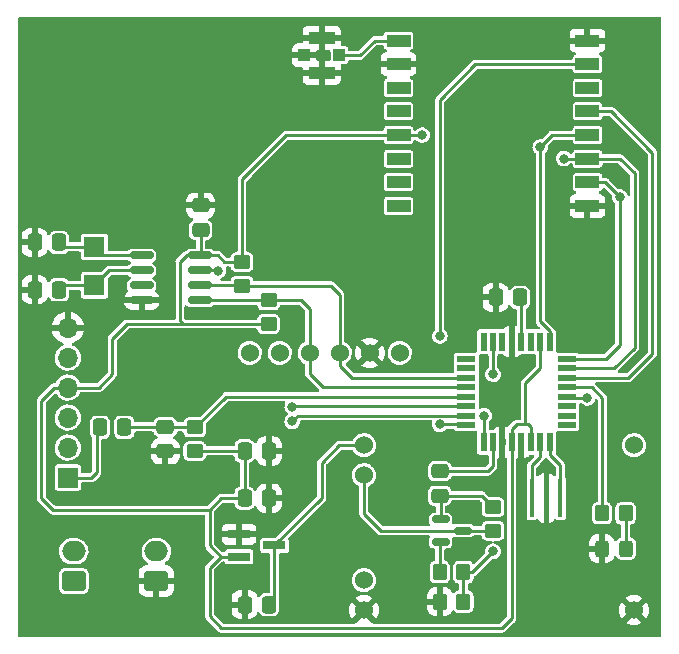
<source format=gtl>
G04 #@! TF.GenerationSoftware,KiCad,Pcbnew,(6.0.2-0)*
G04 #@! TF.CreationDate,2022-03-01T18:59:46+01:00*
G04 #@! TF.ProjectId,HelloWeather,48656c6c-6f57-4656-9174-6865722e6b69,rev?*
G04 #@! TF.SameCoordinates,Original*
G04 #@! TF.FileFunction,Copper,L1,Top*
G04 #@! TF.FilePolarity,Positive*
%FSLAX46Y46*%
G04 Gerber Fmt 4.6, Leading zero omitted, Abs format (unit mm)*
G04 Created by KiCad (PCBNEW (6.0.2-0)) date 2022-03-01 18:59:46*
%MOMM*%
%LPD*%
G01*
G04 APERTURE LIST*
G04 Aperture macros list*
%AMRoundRect*
0 Rectangle with rounded corners*
0 $1 Rounding radius*
0 $2 $3 $4 $5 $6 $7 $8 $9 X,Y pos of 4 corners*
0 Add a 4 corners polygon primitive as box body*
4,1,4,$2,$3,$4,$5,$6,$7,$8,$9,$2,$3,0*
0 Add four circle primitives for the rounded corners*
1,1,$1+$1,$2,$3*
1,1,$1+$1,$4,$5*
1,1,$1+$1,$6,$7*
1,1,$1+$1,$8,$9*
0 Add four rect primitives between the rounded corners*
20,1,$1+$1,$2,$3,$4,$5,0*
20,1,$1+$1,$4,$5,$6,$7,0*
20,1,$1+$1,$6,$7,$8,$9,0*
20,1,$1+$1,$8,$9,$2,$3,0*%
G04 Aperture macros list end*
G04 #@! TA.AperFunction,SMDPad,CuDef*
%ADD10RoundRect,0.250000X0.350000X0.450000X-0.350000X0.450000X-0.350000X-0.450000X0.350000X-0.450000X0*%
G04 #@! TD*
G04 #@! TA.AperFunction,SMDPad,CuDef*
%ADD11RoundRect,0.250000X0.475000X-0.337500X0.475000X0.337500X-0.475000X0.337500X-0.475000X-0.337500X0*%
G04 #@! TD*
G04 #@! TA.AperFunction,SMDPad,CuDef*
%ADD12R,0.550000X1.600000*%
G04 #@! TD*
G04 #@! TA.AperFunction,SMDPad,CuDef*
%ADD13R,1.600000X0.550000*%
G04 #@! TD*
G04 #@! TA.AperFunction,SMDPad,CuDef*
%ADD14R,0.400000X3.200000*%
G04 #@! TD*
G04 #@! TA.AperFunction,SMDPad,CuDef*
%ADD15R,1.000000X1.000000*%
G04 #@! TD*
G04 #@! TA.AperFunction,SMDPad,CuDef*
%ADD16R,2.200000X1.050000*%
G04 #@! TD*
G04 #@! TA.AperFunction,SMDPad,CuDef*
%ADD17RoundRect,0.250000X-0.475000X0.337500X-0.475000X-0.337500X0.475000X-0.337500X0.475000X0.337500X0*%
G04 #@! TD*
G04 #@! TA.AperFunction,SMDPad,CuDef*
%ADD18RoundRect,0.150000X-0.825000X-0.150000X0.825000X-0.150000X0.825000X0.150000X-0.825000X0.150000X0*%
G04 #@! TD*
G04 #@! TA.AperFunction,SMDPad,CuDef*
%ADD19RoundRect,0.250000X-0.350000X-0.450000X0.350000X-0.450000X0.350000X0.450000X-0.350000X0.450000X0*%
G04 #@! TD*
G04 #@! TA.AperFunction,SMDPad,CuDef*
%ADD20RoundRect,0.250000X-0.337500X-0.475000X0.337500X-0.475000X0.337500X0.475000X-0.337500X0.475000X0*%
G04 #@! TD*
G04 #@! TA.AperFunction,SMDPad,CuDef*
%ADD21RoundRect,0.250000X0.337500X0.475000X-0.337500X0.475000X-0.337500X-0.475000X0.337500X-0.475000X0*%
G04 #@! TD*
G04 #@! TA.AperFunction,ComponentPad*
%ADD22RoundRect,0.250000X0.750000X-0.600000X0.750000X0.600000X-0.750000X0.600000X-0.750000X-0.600000X0*%
G04 #@! TD*
G04 #@! TA.AperFunction,ComponentPad*
%ADD23O,2.000000X1.700000*%
G04 #@! TD*
G04 #@! TA.AperFunction,SMDPad,CuDef*
%ADD24RoundRect,0.150000X-0.587500X-0.150000X0.587500X-0.150000X0.587500X0.150000X-0.587500X0.150000X0*%
G04 #@! TD*
G04 #@! TA.AperFunction,SMDPad,CuDef*
%ADD25RoundRect,0.250000X0.450000X-0.350000X0.450000X0.350000X-0.450000X0.350000X-0.450000X-0.350000X0*%
G04 #@! TD*
G04 #@! TA.AperFunction,SMDPad,CuDef*
%ADD26RoundRect,0.250000X-0.325000X-0.450000X0.325000X-0.450000X0.325000X0.450000X-0.325000X0.450000X0*%
G04 #@! TD*
G04 #@! TA.AperFunction,SMDPad,CuDef*
%ADD27R,2.000000X1.000000*%
G04 #@! TD*
G04 #@! TA.AperFunction,SMDPad,CuDef*
%ADD28R,1.900000X0.800000*%
G04 #@! TD*
G04 #@! TA.AperFunction,SMDPad,CuDef*
%ADD29R,1.800000X1.750000*%
G04 #@! TD*
G04 #@! TA.AperFunction,SMDPad,CuDef*
%ADD30RoundRect,0.250000X-0.450000X0.350000X-0.450000X-0.350000X0.450000X-0.350000X0.450000X0.350000X0*%
G04 #@! TD*
G04 #@! TA.AperFunction,ComponentPad*
%ADD31R,1.700000X1.700000*%
G04 #@! TD*
G04 #@! TA.AperFunction,ComponentPad*
%ADD32O,1.700000X1.700000*%
G04 #@! TD*
G04 #@! TA.AperFunction,ComponentPad*
%ADD33C,1.524000*%
G04 #@! TD*
G04 #@! TA.AperFunction,ViaPad*
%ADD34C,0.800000*%
G04 #@! TD*
G04 #@! TA.AperFunction,Conductor*
%ADD35C,0.250000*%
G04 #@! TD*
G04 APERTURE END LIST*
D10*
X93500000Y-141750000D03*
X91500000Y-141750000D03*
D11*
X71250000Y-110287500D03*
X71250000Y-108212500D03*
D12*
X95200000Y-128250000D03*
X96000000Y-128250000D03*
X96800000Y-128250000D03*
X97600000Y-128250000D03*
X98400000Y-128250000D03*
X99200000Y-128250000D03*
X100000000Y-128250000D03*
X100800000Y-128250000D03*
D13*
X102250000Y-126800000D03*
X102250000Y-126000000D03*
X102250000Y-125200000D03*
X102250000Y-124400000D03*
X102250000Y-123600000D03*
X102250000Y-122800000D03*
X102250000Y-122000000D03*
X102250000Y-121200000D03*
D12*
X100800000Y-119750000D03*
X100000000Y-119750000D03*
X99200000Y-119750000D03*
X98400000Y-119750000D03*
X97600000Y-119750000D03*
X96800000Y-119750000D03*
X96000000Y-119750000D03*
X95200000Y-119750000D03*
D13*
X93750000Y-121200000D03*
X93750000Y-122000000D03*
X93750000Y-122800000D03*
X93750000Y-123600000D03*
X93750000Y-124400000D03*
X93750000Y-125200000D03*
X93750000Y-126000000D03*
X93750000Y-126800000D03*
D14*
X101700000Y-133000000D03*
X100500000Y-133000000D03*
X99300000Y-133000000D03*
D15*
X83000000Y-95500000D03*
X80000000Y-95500000D03*
D16*
X81500000Y-94025000D03*
X81500000Y-96975000D03*
D17*
X68250000Y-126962500D03*
X68250000Y-129037500D03*
D18*
X66250000Y-112440000D03*
X66250000Y-113710000D03*
X66250000Y-114980000D03*
X66250000Y-116250000D03*
X71200000Y-116250000D03*
X71200000Y-114980000D03*
X71200000Y-113710000D03*
X71200000Y-112440000D03*
D19*
X91500000Y-139250000D03*
X93500000Y-139250000D03*
D20*
X62712500Y-127000000D03*
X64787500Y-127000000D03*
D10*
X107225000Y-134262500D03*
X105225000Y-134262500D03*
D21*
X77037500Y-133000000D03*
X74962500Y-133000000D03*
X59262500Y-111345000D03*
X57187500Y-111345000D03*
D22*
X60500000Y-140000000D03*
D23*
X60500000Y-137500000D03*
D24*
X91562500Y-134800000D03*
X91562500Y-136700000D03*
X93437500Y-135750000D03*
D20*
X74962500Y-142000000D03*
X77037500Y-142000000D03*
D21*
X77037500Y-129000000D03*
X74962500Y-129000000D03*
D25*
X77000000Y-118250000D03*
X77000000Y-116250000D03*
D22*
X67500000Y-140000000D03*
D23*
X67500000Y-137500000D03*
D26*
X105200000Y-137262500D03*
X107250000Y-137262500D03*
D21*
X59262500Y-115345000D03*
X57187500Y-115345000D03*
D27*
X104000000Y-108250000D03*
X104000000Y-106250000D03*
X104000000Y-104250000D03*
X104000000Y-102250000D03*
X104000000Y-100250000D03*
X104000000Y-98250000D03*
X104000000Y-96250000D03*
X104000000Y-94250000D03*
X88000000Y-94250000D03*
X88000000Y-96250000D03*
X88000000Y-98250000D03*
X88000000Y-100250000D03*
X88000000Y-102250000D03*
X88000000Y-104250000D03*
X88000000Y-106250000D03*
X88000000Y-108250000D03*
D28*
X74500000Y-136050000D03*
X74500000Y-137950000D03*
X77500000Y-137000000D03*
D25*
X74750000Y-115000000D03*
X74750000Y-113000000D03*
D17*
X91500000Y-130712500D03*
X91500000Y-132787500D03*
D29*
X62250000Y-114970000D03*
X62250000Y-111720000D03*
D20*
X96212500Y-116000000D03*
X98287500Y-116000000D03*
D30*
X70750000Y-127000000D03*
X70750000Y-129000000D03*
D25*
X96000000Y-135750000D03*
X96000000Y-133750000D03*
D31*
X60000000Y-131250000D03*
D32*
X60000000Y-128710000D03*
X60000000Y-126170000D03*
X60000000Y-123630000D03*
X60000000Y-121090000D03*
X60000000Y-118550000D03*
D33*
X107930000Y-128515000D03*
X85070000Y-142485000D03*
X107930000Y-142485000D03*
X85070000Y-139945000D03*
X85070000Y-131055000D03*
X85070000Y-128515000D03*
X88100000Y-120695000D03*
X85560000Y-120695000D03*
X83020000Y-120695000D03*
X80480000Y-120695000D03*
X77940000Y-120695000D03*
X75400000Y-120695000D03*
D34*
X99750000Y-98000000D03*
X90000000Y-102250000D03*
X95250000Y-126000000D03*
X72750000Y-113750000D03*
X91500000Y-119250000D03*
X91500000Y-126750000D03*
X100000000Y-103250000D03*
X106750000Y-107500000D03*
X102000000Y-104250000D03*
X104000000Y-124500000D03*
X79000000Y-126500000D03*
X79000000Y-125250000D03*
X96000000Y-137500000D03*
X96000000Y-122500000D03*
D35*
X84050000Y-122800000D02*
X83020000Y-121770000D01*
X83020000Y-121770000D02*
X83020000Y-120695000D01*
X93750000Y-122800000D02*
X84050000Y-122800000D01*
X82250000Y-115000000D02*
X74750000Y-115000000D01*
X71200000Y-114980000D02*
X74730000Y-114980000D01*
X83020000Y-115770000D02*
X82250000Y-115000000D01*
X83020000Y-120695000D02*
X83020000Y-115770000D01*
X80480000Y-120695000D02*
X80480000Y-116980000D01*
X80480000Y-122480000D02*
X81600000Y-123600000D01*
X81600000Y-123600000D02*
X93750000Y-123600000D01*
X80480000Y-116980000D02*
X79750000Y-116250000D01*
X79750000Y-116250000D02*
X71200000Y-116250000D01*
X80480000Y-120695000D02*
X80480000Y-122480000D01*
X62820000Y-112440000D02*
X62100000Y-111720000D01*
X66250000Y-112440000D02*
X62820000Y-112440000D01*
X59637500Y-111720000D02*
X62250000Y-111720000D01*
X93437500Y-135750000D02*
X96000000Y-135750000D01*
X85070000Y-131055000D02*
X85070000Y-134320000D01*
X85070000Y-134320000D02*
X86500000Y-135750000D01*
X86500000Y-135750000D02*
X93437500Y-135750000D01*
X97600000Y-128250000D02*
X97600000Y-143150000D01*
X96750000Y-144000000D02*
X73000000Y-144000000D01*
X69500000Y-113000000D02*
X69500000Y-118000000D01*
X99000000Y-126750000D02*
X98750000Y-126750000D01*
X72950000Y-137950000D02*
X72000000Y-137000000D01*
X71200000Y-112440000D02*
X70060000Y-112440000D01*
X65000000Y-118250000D02*
X63750000Y-119500000D01*
X99200000Y-126950000D02*
X99000000Y-126750000D01*
X74750000Y-113000000D02*
X74750000Y-106000000D01*
X69500000Y-118000000D02*
X69750000Y-118250000D01*
X77000000Y-118250000D02*
X69750000Y-118250000D01*
X98750000Y-123250000D02*
X100000000Y-122000000D01*
X58750000Y-134000000D02*
X57750000Y-133000000D01*
X57750000Y-124750000D02*
X58870000Y-123630000D01*
X74750000Y-106000000D02*
X78500000Y-102250000D01*
X72000000Y-137000000D02*
X72000000Y-134000000D01*
X57750000Y-133000000D02*
X57750000Y-124750000D01*
X74500000Y-137950000D02*
X72950000Y-137950000D01*
X98000000Y-126750000D02*
X97600000Y-127150000D01*
X62620000Y-123630000D02*
X60000000Y-123630000D01*
X99200000Y-128250000D02*
X99200000Y-126950000D01*
X69750000Y-118250000D02*
X65000000Y-118250000D01*
X58870000Y-123630000D02*
X60000000Y-123630000D01*
X72000000Y-134000000D02*
X58750000Y-134000000D01*
X72000000Y-134000000D02*
X73000000Y-133000000D01*
X73000000Y-133000000D02*
X74962500Y-133000000D01*
X78500000Y-102250000D02*
X88000000Y-102250000D01*
X72690000Y-112440000D02*
X73250000Y-113000000D01*
X72000000Y-138900000D02*
X72950000Y-137950000D01*
X72000000Y-143000000D02*
X72000000Y-138900000D01*
X97600000Y-127150000D02*
X97600000Y-128250000D01*
X63750000Y-122500000D02*
X62620000Y-123630000D01*
X97600000Y-143150000D02*
X96750000Y-144000000D01*
X63750000Y-119500000D02*
X63750000Y-122500000D01*
X71200000Y-112440000D02*
X72690000Y-112440000D01*
X73250000Y-113000000D02*
X74750000Y-113000000D01*
X74962500Y-129000000D02*
X74962500Y-133000000D01*
X90000000Y-102250000D02*
X88000000Y-102250000D01*
X98750000Y-126750000D02*
X98750000Y-123250000D01*
X100000000Y-122000000D02*
X100000000Y-119750000D01*
X71250000Y-110287500D02*
X71250000Y-112390000D01*
X70060000Y-112440000D02*
X69500000Y-113000000D01*
X70750000Y-129000000D02*
X74962500Y-129000000D01*
X98750000Y-126750000D02*
X98000000Y-126750000D01*
X73000000Y-144000000D02*
X72000000Y-143000000D01*
X107225000Y-134262500D02*
X107225000Y-137237500D01*
X105250000Y-124500000D02*
X104350000Y-123600000D01*
X104350000Y-123600000D02*
X102250000Y-123600000D01*
X105250000Y-134237500D02*
X105250000Y-124500000D01*
X71200000Y-113710000D02*
X72710000Y-113710000D01*
X95250000Y-126000000D02*
X95250000Y-128200000D01*
X72710000Y-113710000D02*
X72750000Y-113750000D01*
X100000000Y-129500000D02*
X99300000Y-130200000D01*
X100000000Y-128250000D02*
X100000000Y-129500000D01*
X99300000Y-130200000D02*
X99300000Y-133000000D01*
X101700000Y-130200000D02*
X101700000Y-133000000D01*
X100800000Y-129300000D02*
X101700000Y-130200000D01*
X100800000Y-128250000D02*
X100800000Y-129300000D01*
X91500000Y-99250000D02*
X91500000Y-119250000D01*
X104000000Y-96250000D02*
X94500000Y-96250000D01*
X91500000Y-126750000D02*
X93700000Y-126750000D01*
X94500000Y-96250000D02*
X91500000Y-99250000D01*
X100000000Y-103250000D02*
X100000000Y-118025978D01*
X100000000Y-118025978D02*
X100800000Y-118825978D01*
X101000000Y-102250000D02*
X100000000Y-103250000D01*
X104000000Y-102250000D02*
X101000000Y-102250000D01*
X100800000Y-118825978D02*
X100800000Y-119750000D01*
X105550000Y-121200000D02*
X102250000Y-121200000D01*
X104000000Y-106250000D02*
X105500000Y-106250000D01*
X105500000Y-106250000D02*
X106750000Y-107500000D01*
X106750000Y-107500000D02*
X106750000Y-120000000D01*
X106750000Y-120000000D02*
X105550000Y-121200000D01*
X108000000Y-105500000D02*
X108000000Y-120250000D01*
X106750000Y-104250000D02*
X108000000Y-105500000D01*
X106250000Y-122000000D02*
X102250000Y-122000000D01*
X104000000Y-104250000D02*
X106750000Y-104250000D01*
X108000000Y-120250000D02*
X106250000Y-122000000D01*
X102000000Y-104250000D02*
X104000000Y-104250000D01*
X104000000Y-100250000D02*
X106000000Y-100250000D01*
X109500000Y-103750000D02*
X109500000Y-120750000D01*
X106000000Y-100250000D02*
X109500000Y-103750000D01*
X107450000Y-122800000D02*
X102250000Y-122800000D01*
X109500000Y-120750000D02*
X107450000Y-122800000D01*
X104000000Y-124500000D02*
X102350000Y-124500000D01*
X102350000Y-124500000D02*
X102250000Y-124400000D01*
X95537500Y-130712500D02*
X91500000Y-130712500D01*
X96000000Y-130250000D02*
X95537500Y-130712500D01*
X96000000Y-128250000D02*
X96000000Y-130250000D01*
X84750000Y-95500000D02*
X86000000Y-94250000D01*
X83000000Y-95500000D02*
X84750000Y-95500000D01*
X86000000Y-94250000D02*
X88000000Y-94250000D01*
X91562500Y-134800000D02*
X91562500Y-132850000D01*
X91562500Y-132850000D02*
X91500000Y-132787500D01*
X96000000Y-133750000D02*
X95037500Y-132787500D01*
X95037500Y-132787500D02*
X91500000Y-132787500D01*
X59637500Y-114970000D02*
X62250000Y-114970000D01*
X63510000Y-113710000D02*
X66250000Y-113710000D01*
X62250000Y-114970000D02*
X63510000Y-113710000D01*
X64825000Y-126962500D02*
X64787500Y-127000000D01*
X68250000Y-126962500D02*
X64825000Y-126962500D01*
X68250000Y-126962500D02*
X70712500Y-126962500D01*
X70750000Y-127000000D02*
X70800000Y-127000000D01*
X70800000Y-127000000D02*
X73400000Y-124400000D01*
X70712500Y-126962500D02*
X70750000Y-127000000D01*
X73400000Y-124400000D02*
X93750000Y-124400000D01*
X62000000Y-131250000D02*
X62462500Y-130787500D01*
X60000000Y-131250000D02*
X62000000Y-131250000D01*
X62462500Y-130787500D02*
X62462500Y-127250000D01*
X62462500Y-127250000D02*
X62712500Y-127000000D01*
X79500000Y-126000000D02*
X93750000Y-126000000D01*
X79000000Y-126500000D02*
X79500000Y-126000000D01*
X79050000Y-125200000D02*
X93750000Y-125200000D01*
X79000000Y-125250000D02*
X79050000Y-125200000D01*
X77500000Y-141537500D02*
X77500000Y-137000000D01*
X82985000Y-128515000D02*
X85070000Y-128515000D01*
X81500000Y-130000000D02*
X82985000Y-128515000D01*
X77500000Y-137000000D02*
X81500000Y-133000000D01*
X81500000Y-133000000D02*
X81500000Y-130000000D01*
X98400000Y-119750000D02*
X98400000Y-116112500D01*
X91500000Y-139250000D02*
X91500000Y-136762500D01*
X91500000Y-136762500D02*
X91562500Y-136700000D01*
X93500000Y-139250000D02*
X93500000Y-141750000D01*
X94250000Y-139250000D02*
X93500000Y-139250000D01*
X96000000Y-137500000D02*
X94250000Y-139250000D01*
X96000000Y-122500000D02*
X96000000Y-119750000D01*
G04 #@! TA.AperFunction,Conductor*
G36*
X110188121Y-92274002D02*
G01*
X110234614Y-92327658D01*
X110246000Y-92380000D01*
X110246000Y-144620000D01*
X110225998Y-144688121D01*
X110172342Y-144734614D01*
X110120000Y-144746000D01*
X55880000Y-144746000D01*
X55811879Y-144725998D01*
X55765386Y-144672342D01*
X55754000Y-144620000D01*
X55754000Y-140647756D01*
X59245500Y-140647756D01*
X59245869Y-140651152D01*
X59245869Y-140651153D01*
X59249536Y-140684903D01*
X59252202Y-140709448D01*
X59302929Y-140844764D01*
X59308309Y-140851943D01*
X59308311Y-140851946D01*
X59374001Y-140939596D01*
X59389596Y-140960404D01*
X59396776Y-140965785D01*
X59498054Y-141041689D01*
X59498057Y-141041691D01*
X59505236Y-141047071D01*
X59579148Y-141074779D01*
X59633157Y-141095026D01*
X59633159Y-141095026D01*
X59640552Y-141097798D01*
X59648402Y-141098651D01*
X59648403Y-141098651D01*
X59698847Y-141104131D01*
X59702244Y-141104500D01*
X61297756Y-141104500D01*
X61301153Y-141104131D01*
X61351597Y-141098651D01*
X61351598Y-141098651D01*
X61359448Y-141097798D01*
X61366841Y-141095026D01*
X61366843Y-141095026D01*
X61420852Y-141074779D01*
X61494764Y-141047071D01*
X61501943Y-141041691D01*
X61501946Y-141041689D01*
X61603224Y-140965785D01*
X61610404Y-140960404D01*
X61625999Y-140939596D01*
X61691689Y-140851946D01*
X61691691Y-140851943D01*
X61697071Y-140844764D01*
X61747798Y-140709448D01*
X61750465Y-140684903D01*
X61754131Y-140651153D01*
X61754131Y-140651152D01*
X61754500Y-140647756D01*
X61754500Y-140647095D01*
X65992001Y-140647095D01*
X65992338Y-140653614D01*
X66002257Y-140749206D01*
X66005149Y-140762600D01*
X66056588Y-140916784D01*
X66062761Y-140929962D01*
X66148063Y-141067807D01*
X66157099Y-141079208D01*
X66271829Y-141193739D01*
X66283240Y-141202751D01*
X66421243Y-141287816D01*
X66434424Y-141293963D01*
X66588710Y-141345138D01*
X66602086Y-141348005D01*
X66696438Y-141357672D01*
X66702854Y-141358000D01*
X67227885Y-141358000D01*
X67243124Y-141353525D01*
X67244329Y-141352135D01*
X67246000Y-141344452D01*
X67246000Y-141339884D01*
X67754000Y-141339884D01*
X67758475Y-141355123D01*
X67759865Y-141356328D01*
X67767548Y-141357999D01*
X68297095Y-141357999D01*
X68303614Y-141357662D01*
X68399206Y-141347743D01*
X68412600Y-141344851D01*
X68566784Y-141293412D01*
X68579962Y-141287239D01*
X68717807Y-141201937D01*
X68729208Y-141192901D01*
X68843739Y-141078171D01*
X68852751Y-141066760D01*
X68937816Y-140928757D01*
X68943963Y-140915576D01*
X68995138Y-140761290D01*
X68998005Y-140747914D01*
X69007672Y-140653562D01*
X69008000Y-140647146D01*
X69008000Y-140272115D01*
X69003525Y-140256876D01*
X69002135Y-140255671D01*
X68994452Y-140254000D01*
X67772115Y-140254000D01*
X67756876Y-140258475D01*
X67755671Y-140259865D01*
X67754000Y-140267548D01*
X67754000Y-141339884D01*
X67246000Y-141339884D01*
X67246000Y-140272115D01*
X67241525Y-140256876D01*
X67240135Y-140255671D01*
X67232452Y-140254000D01*
X66010116Y-140254000D01*
X65994877Y-140258475D01*
X65993672Y-140259865D01*
X65992001Y-140267548D01*
X65992001Y-140647095D01*
X61754500Y-140647095D01*
X61754500Y-139727885D01*
X65992000Y-139727885D01*
X65996475Y-139743124D01*
X65997865Y-139744329D01*
X66005548Y-139746000D01*
X68989884Y-139746000D01*
X69005123Y-139741525D01*
X69006328Y-139740135D01*
X69007999Y-139732452D01*
X69007999Y-139352905D01*
X69007662Y-139346386D01*
X68997743Y-139250794D01*
X68994851Y-139237400D01*
X68943412Y-139083216D01*
X68937239Y-139070038D01*
X68851937Y-138932193D01*
X68842901Y-138920792D01*
X68728171Y-138806261D01*
X68716760Y-138797249D01*
X68578757Y-138712184D01*
X68565576Y-138706037D01*
X68411290Y-138654862D01*
X68397914Y-138651995D01*
X68330919Y-138645131D01*
X68265192Y-138618290D01*
X68224410Y-138560176D01*
X68221520Y-138489238D01*
X68257442Y-138427999D01*
X68265928Y-138420701D01*
X68382032Y-138329500D01*
X68415149Y-138303486D01*
X68479674Y-138229128D01*
X68549350Y-138148835D01*
X68549354Y-138148830D01*
X68553281Y-138144304D01*
X68658819Y-137961874D01*
X68727957Y-137762778D01*
X68740294Y-137677695D01*
X68757338Y-137560140D01*
X68757338Y-137560137D01*
X68758199Y-137554200D01*
X68748455Y-137343667D01*
X68746519Y-137335631D01*
X68700482Y-137144607D01*
X68700481Y-137144605D01*
X68699076Y-137138774D01*
X68692644Y-137124626D01*
X68619458Y-136963664D01*
X68611843Y-136946916D01*
X68489904Y-136775014D01*
X68337660Y-136629272D01*
X68284622Y-136595026D01*
X68165640Y-136518200D01*
X68165637Y-136518199D01*
X68160603Y-136514948D01*
X67965122Y-136436166D01*
X67829203Y-136409623D01*
X67762717Y-136396639D01*
X67762714Y-136396639D01*
X67758271Y-136395771D01*
X67752730Y-136395500D01*
X67297341Y-136395500D01*
X67140194Y-136410493D01*
X67134434Y-136412183D01*
X67134433Y-136412183D01*
X67084500Y-136426832D01*
X66937958Y-136469823D01*
X66910931Y-136483743D01*
X66755921Y-136563578D01*
X66755918Y-136563580D01*
X66750590Y-136566324D01*
X66714051Y-136595026D01*
X66589568Y-136692808D01*
X66589564Y-136692812D01*
X66584851Y-136696514D01*
X66580920Y-136701044D01*
X66580919Y-136701045D01*
X66450650Y-136851165D01*
X66450646Y-136851170D01*
X66446719Y-136855696D01*
X66341181Y-137038126D01*
X66272043Y-137237222D01*
X66271183Y-137243155D01*
X66271182Y-137243158D01*
X66245704Y-137418880D01*
X66241801Y-137445800D01*
X66251545Y-137656333D01*
X66300924Y-137861226D01*
X66303406Y-137866684D01*
X66303407Y-137866688D01*
X66347858Y-137964451D01*
X66388157Y-138053084D01*
X66510096Y-138224986D01*
X66662340Y-138370728D01*
X66667375Y-138373979D01*
X66728664Y-138413553D01*
X66775042Y-138467308D01*
X66784995Y-138537604D01*
X66755363Y-138602121D01*
X66695555Y-138640377D01*
X66673319Y-138644732D01*
X66600794Y-138652257D01*
X66587400Y-138655149D01*
X66433216Y-138706588D01*
X66420038Y-138712761D01*
X66282193Y-138798063D01*
X66270792Y-138807099D01*
X66156261Y-138921829D01*
X66147249Y-138933240D01*
X66062184Y-139071243D01*
X66056037Y-139084424D01*
X66004862Y-139238710D01*
X66001995Y-139252086D01*
X65992328Y-139346438D01*
X65992000Y-139352855D01*
X65992000Y-139727885D01*
X61754500Y-139727885D01*
X61754500Y-139352244D01*
X61747798Y-139290552D01*
X61697071Y-139155236D01*
X61691691Y-139148057D01*
X61691689Y-139148054D01*
X61615785Y-139046776D01*
X61610404Y-139039596D01*
X61584643Y-139020289D01*
X61501946Y-138958311D01*
X61501943Y-138958309D01*
X61494764Y-138952929D01*
X61368606Y-138905635D01*
X61366843Y-138904974D01*
X61366841Y-138904974D01*
X61359448Y-138902202D01*
X61351598Y-138901349D01*
X61351597Y-138901349D01*
X61301153Y-138895869D01*
X61301152Y-138895869D01*
X61297756Y-138895500D01*
X59702244Y-138895500D01*
X59698848Y-138895869D01*
X59698847Y-138895869D01*
X59648403Y-138901349D01*
X59648402Y-138901349D01*
X59640552Y-138902202D01*
X59633159Y-138904974D01*
X59633157Y-138904974D01*
X59631394Y-138905635D01*
X59505236Y-138952929D01*
X59498057Y-138958309D01*
X59498054Y-138958311D01*
X59415357Y-139020289D01*
X59389596Y-139039596D01*
X59384215Y-139046776D01*
X59308311Y-139148054D01*
X59308309Y-139148057D01*
X59302929Y-139155236D01*
X59252202Y-139290552D01*
X59245500Y-139352244D01*
X59245500Y-140647756D01*
X55754000Y-140647756D01*
X55754000Y-137445800D01*
X59241801Y-137445800D01*
X59251545Y-137656333D01*
X59300924Y-137861226D01*
X59303406Y-137866684D01*
X59303407Y-137866688D01*
X59347858Y-137964451D01*
X59388157Y-138053084D01*
X59510096Y-138224986D01*
X59662340Y-138370728D01*
X59667375Y-138373979D01*
X59834360Y-138481800D01*
X59834363Y-138481801D01*
X59839397Y-138485052D01*
X60034878Y-138563834D01*
X60157688Y-138587817D01*
X60237283Y-138603361D01*
X60237286Y-138603361D01*
X60241729Y-138604229D01*
X60247270Y-138604500D01*
X60702659Y-138604500D01*
X60859806Y-138589507D01*
X60882539Y-138582838D01*
X61056278Y-138531868D01*
X61062042Y-138530177D01*
X61145304Y-138487294D01*
X61244079Y-138436422D01*
X61244082Y-138436420D01*
X61249410Y-138433676D01*
X61316298Y-138381135D01*
X61410432Y-138307192D01*
X61410436Y-138307188D01*
X61415149Y-138303486D01*
X61479674Y-138229128D01*
X61549350Y-138148835D01*
X61549354Y-138148830D01*
X61553281Y-138144304D01*
X61658819Y-137961874D01*
X61727957Y-137762778D01*
X61740294Y-137677695D01*
X61757338Y-137560140D01*
X61757338Y-137560137D01*
X61758199Y-137554200D01*
X61748455Y-137343667D01*
X61746519Y-137335631D01*
X61700482Y-137144607D01*
X61700481Y-137144605D01*
X61699076Y-137138774D01*
X61692644Y-137124626D01*
X61619458Y-136963664D01*
X61611843Y-136946916D01*
X61489904Y-136775014D01*
X61337660Y-136629272D01*
X61284622Y-136595026D01*
X61165640Y-136518200D01*
X61165637Y-136518199D01*
X61160603Y-136514948D01*
X60965122Y-136436166D01*
X60829203Y-136409623D01*
X60762717Y-136396639D01*
X60762714Y-136396639D01*
X60758271Y-136395771D01*
X60752730Y-136395500D01*
X60297341Y-136395500D01*
X60140194Y-136410493D01*
X60134434Y-136412183D01*
X60134433Y-136412183D01*
X60084500Y-136426832D01*
X59937958Y-136469823D01*
X59910931Y-136483743D01*
X59755921Y-136563578D01*
X59755918Y-136563580D01*
X59750590Y-136566324D01*
X59714051Y-136595026D01*
X59589568Y-136692808D01*
X59589564Y-136692812D01*
X59584851Y-136696514D01*
X59580920Y-136701044D01*
X59580919Y-136701045D01*
X59450650Y-136851165D01*
X59450646Y-136851170D01*
X59446719Y-136855696D01*
X59341181Y-137038126D01*
X59272043Y-137237222D01*
X59271183Y-137243155D01*
X59271182Y-137243158D01*
X59245704Y-137418880D01*
X59241801Y-137445800D01*
X55754000Y-137445800D01*
X55754000Y-132981876D01*
X57365680Y-132981876D01*
X57366904Y-132992217D01*
X57369627Y-133015223D01*
X57369977Y-133021154D01*
X57370072Y-133021146D01*
X57370500Y-133026324D01*
X57370500Y-133031524D01*
X57371354Y-133036653D01*
X57371354Y-133036656D01*
X57373669Y-133050565D01*
X57374506Y-133056443D01*
X57376541Y-133073633D01*
X57380530Y-133107341D01*
X57384493Y-133115593D01*
X57385996Y-133124626D01*
X57410083Y-133169266D01*
X57410334Y-133169732D01*
X57413031Y-133175025D01*
X57431785Y-133214082D01*
X57431788Y-133214086D01*
X57435219Y-133221232D01*
X57438814Y-133225508D01*
X57440737Y-133227431D01*
X57442509Y-133229363D01*
X57442552Y-133229442D01*
X57442428Y-133229555D01*
X57442904Y-133230095D01*
X57445990Y-133235814D01*
X57453635Y-133242881D01*
X57485586Y-133272416D01*
X57489152Y-133275846D01*
X58443522Y-134230216D01*
X58458664Y-134248964D01*
X58459779Y-134250189D01*
X58465429Y-134258940D01*
X58473607Y-134265387D01*
X58473609Y-134265389D01*
X58491800Y-134279729D01*
X58496242Y-134283676D01*
X58496304Y-134283603D01*
X58500267Y-134286961D01*
X58503944Y-134290638D01*
X58508173Y-134293660D01*
X58519646Y-134301859D01*
X58524392Y-134305422D01*
X58541203Y-134318674D01*
X58564647Y-134337156D01*
X58573283Y-134340189D01*
X58580735Y-134345514D01*
X58627400Y-134359470D01*
X58629855Y-134360204D01*
X58635502Y-134362039D01*
X58676370Y-134376391D01*
X58676372Y-134376391D01*
X58683851Y-134379018D01*
X58689416Y-134379500D01*
X58692123Y-134379500D01*
X58694755Y-134379614D01*
X58694856Y-134379644D01*
X58694849Y-134379807D01*
X58695549Y-134379851D01*
X58701778Y-134381714D01*
X58752559Y-134379718D01*
X58755650Y-134379597D01*
X58760598Y-134379500D01*
X71494500Y-134379500D01*
X71562621Y-134399502D01*
X71609114Y-134453158D01*
X71620500Y-134505500D01*
X71620500Y-136946080D01*
X71617951Y-136970028D01*
X71617872Y-136971693D01*
X71615680Y-136981876D01*
X71616904Y-136992217D01*
X71619627Y-137015223D01*
X71619977Y-137021154D01*
X71620072Y-137021146D01*
X71620500Y-137026324D01*
X71620500Y-137031524D01*
X71621354Y-137036653D01*
X71621354Y-137036656D01*
X71623669Y-137050565D01*
X71624506Y-137056443D01*
X71625400Y-137063992D01*
X71630530Y-137107341D01*
X71634493Y-137115593D01*
X71635996Y-137124626D01*
X71640943Y-137133795D01*
X71640944Y-137133797D01*
X71660334Y-137169732D01*
X71663031Y-137175025D01*
X71681785Y-137214082D01*
X71681788Y-137214086D01*
X71685219Y-137221232D01*
X71688814Y-137225508D01*
X71690737Y-137227431D01*
X71692509Y-137229363D01*
X71692552Y-137229442D01*
X71692428Y-137229555D01*
X71692904Y-137230095D01*
X71695990Y-137235814D01*
X71703635Y-137242881D01*
X71735586Y-137272416D01*
X71739152Y-137275846D01*
X72324211Y-137860905D01*
X72358237Y-137923217D01*
X72353172Y-137994032D01*
X72324211Y-138039095D01*
X71769784Y-138593522D01*
X71751036Y-138608664D01*
X71749811Y-138609779D01*
X71741060Y-138615429D01*
X71734613Y-138623607D01*
X71734611Y-138623609D01*
X71720271Y-138641800D01*
X71716325Y-138646241D01*
X71716398Y-138646303D01*
X71713039Y-138650267D01*
X71709362Y-138653944D01*
X71698108Y-138669692D01*
X71694602Y-138674362D01*
X71662844Y-138714647D01*
X71659812Y-138723281D01*
X71654486Y-138730734D01*
X71651501Y-138740715D01*
X71639799Y-138779844D01*
X71637964Y-138785492D01*
X71630671Y-138806261D01*
X71620982Y-138833851D01*
X71620500Y-138839416D01*
X71620500Y-138842124D01*
X71620386Y-138844758D01*
X71620357Y-138844856D01*
X71620193Y-138844849D01*
X71620149Y-138845553D01*
X71618287Y-138851778D01*
X71618696Y-138862183D01*
X71620403Y-138905635D01*
X71620500Y-138910582D01*
X71620500Y-142946080D01*
X71617951Y-142970028D01*
X71617872Y-142971693D01*
X71615680Y-142981876D01*
X71616904Y-142992217D01*
X71619627Y-143015223D01*
X71619977Y-143021154D01*
X71620072Y-143021146D01*
X71620500Y-143026324D01*
X71620500Y-143031524D01*
X71621354Y-143036653D01*
X71621354Y-143036656D01*
X71623669Y-143050565D01*
X71624506Y-143056443D01*
X71626932Y-143076937D01*
X71630530Y-143107341D01*
X71634493Y-143115593D01*
X71635996Y-143124626D01*
X71640943Y-143133795D01*
X71640944Y-143133797D01*
X71660334Y-143169732D01*
X71663031Y-143175025D01*
X71681785Y-143214082D01*
X71681788Y-143214086D01*
X71685219Y-143221232D01*
X71688814Y-143225508D01*
X71690737Y-143227431D01*
X71692509Y-143229363D01*
X71692552Y-143229442D01*
X71692428Y-143229555D01*
X71692904Y-143230095D01*
X71695990Y-143235814D01*
X71703635Y-143242881D01*
X71735586Y-143272416D01*
X71739152Y-143275846D01*
X72693522Y-144230216D01*
X72708664Y-144248964D01*
X72709779Y-144250189D01*
X72715429Y-144258940D01*
X72723607Y-144265387D01*
X72723609Y-144265389D01*
X72741800Y-144279729D01*
X72746242Y-144283676D01*
X72746304Y-144283603D01*
X72750267Y-144286961D01*
X72753944Y-144290638D01*
X72758173Y-144293660D01*
X72769646Y-144301859D01*
X72774392Y-144305422D01*
X72781704Y-144311186D01*
X72814647Y-144337156D01*
X72823283Y-144340189D01*
X72830735Y-144345514D01*
X72877400Y-144359470D01*
X72879855Y-144360204D01*
X72885502Y-144362039D01*
X72926370Y-144376391D01*
X72926372Y-144376391D01*
X72933851Y-144379018D01*
X72939416Y-144379500D01*
X72942123Y-144379500D01*
X72944755Y-144379614D01*
X72944856Y-144379644D01*
X72944849Y-144379807D01*
X72945549Y-144379851D01*
X72951778Y-144381714D01*
X73002559Y-144379718D01*
X73005650Y-144379597D01*
X73010598Y-144379500D01*
X96696080Y-144379500D01*
X96720028Y-144382049D01*
X96721693Y-144382128D01*
X96731876Y-144384320D01*
X96742217Y-144383096D01*
X96765223Y-144380373D01*
X96771154Y-144380023D01*
X96771146Y-144379928D01*
X96776324Y-144379500D01*
X96781524Y-144379500D01*
X96786653Y-144378646D01*
X96786656Y-144378646D01*
X96800565Y-144376331D01*
X96806443Y-144375494D01*
X96847001Y-144370694D01*
X96847002Y-144370694D01*
X96857341Y-144369470D01*
X96865593Y-144365507D01*
X96874626Y-144364004D01*
X96883795Y-144359057D01*
X96883797Y-144359056D01*
X96919732Y-144339666D01*
X96925025Y-144336969D01*
X96964082Y-144318215D01*
X96964086Y-144318212D01*
X96971232Y-144314781D01*
X96975508Y-144311186D01*
X96977431Y-144309263D01*
X96979363Y-144307491D01*
X96979442Y-144307448D01*
X96979555Y-144307572D01*
X96980095Y-144307096D01*
X96985814Y-144304010D01*
X97004611Y-144283676D01*
X97022416Y-144264414D01*
X97025846Y-144260848D01*
X97742917Y-143543777D01*
X107235777Y-143543777D01*
X107245074Y-143555793D01*
X107288069Y-143585898D01*
X107297555Y-143591376D01*
X107488993Y-143680645D01*
X107499285Y-143684391D01*
X107703309Y-143739059D01*
X107714104Y-143740962D01*
X107924525Y-143759372D01*
X107935475Y-143759372D01*
X108145896Y-143740962D01*
X108156691Y-143739059D01*
X108360715Y-143684391D01*
X108371007Y-143680645D01*
X108562445Y-143591376D01*
X108571931Y-143585898D01*
X108615764Y-143555207D01*
X108624139Y-143544729D01*
X108617071Y-143531281D01*
X107942812Y-142857022D01*
X107928868Y-142849408D01*
X107927035Y-142849539D01*
X107920420Y-142853790D01*
X107242207Y-143532003D01*
X107235777Y-143543777D01*
X97742917Y-143543777D01*
X97830216Y-143456478D01*
X97848964Y-143441336D01*
X97850189Y-143440221D01*
X97858940Y-143434571D01*
X97865387Y-143426393D01*
X97865389Y-143426391D01*
X97879729Y-143408200D01*
X97883676Y-143403758D01*
X97883603Y-143403696D01*
X97886961Y-143399733D01*
X97890638Y-143396056D01*
X97893660Y-143391827D01*
X97901859Y-143380354D01*
X97905422Y-143375608D01*
X97930707Y-143343533D01*
X97937156Y-143335353D01*
X97940189Y-143326717D01*
X97945514Y-143319265D01*
X97960204Y-143270145D01*
X97962039Y-143264498D01*
X97976391Y-143223630D01*
X97976391Y-143223628D01*
X97979018Y-143216149D01*
X97979500Y-143210584D01*
X97979500Y-143207877D01*
X97979614Y-143205245D01*
X97979644Y-143205144D01*
X97979807Y-143205151D01*
X97979851Y-143204451D01*
X97981714Y-143198222D01*
X97979597Y-143144350D01*
X97979500Y-143139402D01*
X97979500Y-142490475D01*
X106655628Y-142490475D01*
X106674038Y-142700896D01*
X106675941Y-142711691D01*
X106730609Y-142915715D01*
X106734355Y-142926007D01*
X106823623Y-143117441D01*
X106829103Y-143126932D01*
X106859794Y-143170765D01*
X106870271Y-143179140D01*
X106883718Y-143172072D01*
X107557978Y-142497812D01*
X107564356Y-142486132D01*
X108294408Y-142486132D01*
X108294539Y-142487965D01*
X108298790Y-142494580D01*
X108977003Y-143172793D01*
X108988777Y-143179223D01*
X109000793Y-143169926D01*
X109030897Y-143126932D01*
X109036377Y-143117441D01*
X109125645Y-142926007D01*
X109129391Y-142915715D01*
X109184059Y-142711691D01*
X109185962Y-142700896D01*
X109204372Y-142490475D01*
X109204372Y-142479525D01*
X109185962Y-142269104D01*
X109184059Y-142258309D01*
X109129391Y-142054285D01*
X109125645Y-142043993D01*
X109036377Y-141852559D01*
X109030897Y-141843068D01*
X109000206Y-141799235D01*
X108989729Y-141790860D01*
X108976282Y-141797928D01*
X108302022Y-142472188D01*
X108294408Y-142486132D01*
X107564356Y-142486132D01*
X107565592Y-142483868D01*
X107565461Y-142482035D01*
X107561210Y-142475420D01*
X106882997Y-141797207D01*
X106871223Y-141790777D01*
X106859207Y-141800074D01*
X106829103Y-141843068D01*
X106823623Y-141852559D01*
X106734355Y-142043993D01*
X106730609Y-142054285D01*
X106675941Y-142258309D01*
X106674038Y-142269104D01*
X106655628Y-142479525D01*
X106655628Y-142490475D01*
X97979500Y-142490475D01*
X97979500Y-141425271D01*
X107235860Y-141425271D01*
X107242928Y-141438718D01*
X107917188Y-142112978D01*
X107931132Y-142120592D01*
X107932965Y-142120461D01*
X107939580Y-142116210D01*
X108617793Y-141437997D01*
X108624223Y-141426223D01*
X108614926Y-141414207D01*
X108571931Y-141384102D01*
X108562445Y-141378624D01*
X108371007Y-141289355D01*
X108360715Y-141285609D01*
X108156691Y-141230941D01*
X108145896Y-141229038D01*
X107935475Y-141210628D01*
X107924525Y-141210628D01*
X107714104Y-141229038D01*
X107703309Y-141230941D01*
X107499285Y-141285609D01*
X107488993Y-141289355D01*
X107297559Y-141378623D01*
X107288068Y-141384103D01*
X107244235Y-141414794D01*
X107235860Y-141425271D01*
X97979500Y-141425271D01*
X97979500Y-137759595D01*
X104117001Y-137759595D01*
X104117338Y-137766114D01*
X104127257Y-137861706D01*
X104130149Y-137875100D01*
X104181588Y-138029284D01*
X104187761Y-138042462D01*
X104273063Y-138180307D01*
X104282099Y-138191708D01*
X104396829Y-138306239D01*
X104408240Y-138315251D01*
X104546243Y-138400316D01*
X104559424Y-138406463D01*
X104713710Y-138457638D01*
X104727086Y-138460505D01*
X104821438Y-138470172D01*
X104827854Y-138470500D01*
X104927885Y-138470500D01*
X104943124Y-138466025D01*
X104944329Y-138464635D01*
X104946000Y-138456952D01*
X104946000Y-138452384D01*
X105454000Y-138452384D01*
X105458475Y-138467623D01*
X105459865Y-138468828D01*
X105467548Y-138470499D01*
X105572095Y-138470499D01*
X105578614Y-138470162D01*
X105674206Y-138460243D01*
X105687600Y-138457351D01*
X105841784Y-138405912D01*
X105854962Y-138399739D01*
X105992807Y-138314437D01*
X106004208Y-138305401D01*
X106118739Y-138190671D01*
X106127751Y-138179260D01*
X106212816Y-138041257D01*
X106218964Y-138028074D01*
X106240717Y-137962490D01*
X106281147Y-137904130D01*
X106346712Y-137876893D01*
X106416593Y-137889426D01*
X106470830Y-137941647D01*
X106474777Y-137948857D01*
X106477929Y-137957264D01*
X106564596Y-138072904D01*
X106571776Y-138078285D01*
X106673054Y-138154189D01*
X106673057Y-138154191D01*
X106680236Y-138159571D01*
X106747810Y-138184903D01*
X106808157Y-138207526D01*
X106808159Y-138207526D01*
X106815552Y-138210298D01*
X106823402Y-138211151D01*
X106823403Y-138211151D01*
X106873847Y-138216631D01*
X106877244Y-138217000D01*
X107622756Y-138217000D01*
X107626153Y-138216631D01*
X107676597Y-138211151D01*
X107676598Y-138211151D01*
X107684448Y-138210298D01*
X107691841Y-138207526D01*
X107691843Y-138207526D01*
X107752190Y-138184903D01*
X107819764Y-138159571D01*
X107826943Y-138154191D01*
X107826946Y-138154189D01*
X107928224Y-138078285D01*
X107935404Y-138072904D01*
X107953206Y-138049151D01*
X108016689Y-137964446D01*
X108016691Y-137964443D01*
X108022071Y-137957264D01*
X108072798Y-137821948D01*
X108079500Y-137760256D01*
X108079500Y-136764744D01*
X108072798Y-136703052D01*
X108022071Y-136567736D01*
X108016691Y-136560557D01*
X108016689Y-136560554D01*
X107940785Y-136459276D01*
X107935404Y-136452096D01*
X107897175Y-136423445D01*
X107826946Y-136370811D01*
X107826943Y-136370809D01*
X107819764Y-136365429D01*
X107736270Y-136334129D01*
X107686271Y-136315385D01*
X107629506Y-136272744D01*
X107604806Y-136206182D01*
X107604500Y-136197403D01*
X107604500Y-135327597D01*
X107624502Y-135259476D01*
X107678158Y-135212983D01*
X107686271Y-135209615D01*
X107745804Y-135187297D01*
X107819764Y-135159571D01*
X107826943Y-135154191D01*
X107826946Y-135154189D01*
X107928224Y-135078285D01*
X107935404Y-135072904D01*
X108007370Y-134976880D01*
X108016689Y-134964446D01*
X108016691Y-134964443D01*
X108022071Y-134957264D01*
X108060915Y-134853646D01*
X108070026Y-134829343D01*
X108070026Y-134829341D01*
X108072798Y-134821948D01*
X108079500Y-134760256D01*
X108079500Y-133764744D01*
X108072798Y-133703052D01*
X108022071Y-133567736D01*
X108016691Y-133560557D01*
X108016689Y-133560554D01*
X107940785Y-133459276D01*
X107935404Y-133452096D01*
X107914977Y-133436787D01*
X107826946Y-133370811D01*
X107826943Y-133370809D01*
X107819764Y-133365429D01*
X107711270Y-133324757D01*
X107691843Y-133317474D01*
X107691841Y-133317474D01*
X107684448Y-133314702D01*
X107676598Y-133313849D01*
X107676597Y-133313849D01*
X107626153Y-133308369D01*
X107626152Y-133308369D01*
X107622756Y-133308000D01*
X106827244Y-133308000D01*
X106823848Y-133308369D01*
X106823847Y-133308369D01*
X106773403Y-133313849D01*
X106773402Y-133313849D01*
X106765552Y-133314702D01*
X106758159Y-133317474D01*
X106758157Y-133317474D01*
X106738730Y-133324757D01*
X106630236Y-133365429D01*
X106623057Y-133370809D01*
X106623054Y-133370811D01*
X106535023Y-133436787D01*
X106514596Y-133452096D01*
X106509215Y-133459276D01*
X106433311Y-133560554D01*
X106433309Y-133560557D01*
X106427929Y-133567736D01*
X106377202Y-133703052D01*
X106370500Y-133764744D01*
X106370500Y-134760256D01*
X106377202Y-134821948D01*
X106379974Y-134829341D01*
X106379974Y-134829343D01*
X106389085Y-134853646D01*
X106427929Y-134957264D01*
X106433309Y-134964443D01*
X106433311Y-134964446D01*
X106442630Y-134976880D01*
X106514596Y-135072904D01*
X106521776Y-135078285D01*
X106623054Y-135154189D01*
X106623057Y-135154191D01*
X106630236Y-135159571D01*
X106704196Y-135187297D01*
X106763729Y-135209615D01*
X106820494Y-135252256D01*
X106845194Y-135318818D01*
X106845500Y-135327597D01*
X106845500Y-136216147D01*
X106825498Y-136284268D01*
X106771842Y-136330761D01*
X106763729Y-136334129D01*
X106741077Y-136342621D01*
X106680236Y-136365429D01*
X106673057Y-136370809D01*
X106673054Y-136370811D01*
X106602825Y-136423445D01*
X106564596Y-136452096D01*
X106477929Y-136567736D01*
X106474779Y-136576140D01*
X106470819Y-136583374D01*
X106420562Y-136633521D01*
X106351171Y-136648536D01*
X106284678Y-136623652D01*
X106240774Y-136562743D01*
X106218412Y-136495716D01*
X106212239Y-136482538D01*
X106126937Y-136344693D01*
X106117901Y-136333292D01*
X106003171Y-136218761D01*
X105991760Y-136209749D01*
X105853757Y-136124684D01*
X105840576Y-136118537D01*
X105686290Y-136067362D01*
X105672914Y-136064495D01*
X105578562Y-136054828D01*
X105572145Y-136054500D01*
X105472115Y-136054500D01*
X105456876Y-136058975D01*
X105455671Y-136060365D01*
X105454000Y-136068048D01*
X105454000Y-138452384D01*
X104946000Y-138452384D01*
X104946000Y-137534615D01*
X104941525Y-137519376D01*
X104940135Y-137518171D01*
X104932452Y-137516500D01*
X104135116Y-137516500D01*
X104119877Y-137520975D01*
X104118672Y-137522365D01*
X104117001Y-137530048D01*
X104117001Y-137759595D01*
X97979500Y-137759595D01*
X97979500Y-136990385D01*
X104117000Y-136990385D01*
X104121475Y-137005624D01*
X104122865Y-137006829D01*
X104130548Y-137008500D01*
X104927885Y-137008500D01*
X104943124Y-137004025D01*
X104944329Y-137002635D01*
X104946000Y-136994952D01*
X104946000Y-136072616D01*
X104941525Y-136057377D01*
X104940135Y-136056172D01*
X104932452Y-136054501D01*
X104827905Y-136054501D01*
X104821386Y-136054838D01*
X104725794Y-136064757D01*
X104712400Y-136067649D01*
X104558216Y-136119088D01*
X104545038Y-136125261D01*
X104407193Y-136210563D01*
X104395792Y-136219599D01*
X104281261Y-136334329D01*
X104272249Y-136345740D01*
X104187184Y-136483743D01*
X104181037Y-136496924D01*
X104129862Y-136651210D01*
X104126995Y-136664586D01*
X104117328Y-136758938D01*
X104117000Y-136765355D01*
X104117000Y-136990385D01*
X97979500Y-136990385D01*
X97979500Y-129684000D01*
X97999502Y-129615879D01*
X98053158Y-129569386D01*
X98105500Y-129558000D01*
X98127885Y-129558000D01*
X98143124Y-129553525D01*
X98144329Y-129552135D01*
X98146000Y-129544452D01*
X98146000Y-128522115D01*
X98134604Y-128483303D01*
X98129500Y-128447805D01*
X98129500Y-128285515D01*
X98129499Y-128121999D01*
X98149501Y-128053880D01*
X98203156Y-128007387D01*
X98255499Y-127996000D01*
X98528000Y-127996000D01*
X98596121Y-128016002D01*
X98642614Y-128069658D01*
X98654000Y-128122000D01*
X98654000Y-129539884D01*
X98658475Y-129555123D01*
X98659865Y-129556328D01*
X98667548Y-129557999D01*
X98719669Y-129557999D01*
X98726490Y-129557629D01*
X98777352Y-129552105D01*
X98792604Y-129548479D01*
X98913054Y-129503324D01*
X98928649Y-129494786D01*
X99030724Y-129418285D01*
X99043281Y-129405728D01*
X99081348Y-129354935D01*
X99138208Y-129312420D01*
X99182174Y-129304500D01*
X99295972Y-129304499D01*
X99354617Y-129304499D01*
X99422737Y-129324501D01*
X99469230Y-129378156D01*
X99479335Y-129448430D01*
X99449842Y-129513011D01*
X99443712Y-129519594D01*
X99069784Y-129893522D01*
X99051036Y-129908664D01*
X99049811Y-129909779D01*
X99041060Y-129915429D01*
X99034613Y-129923607D01*
X99034611Y-129923609D01*
X99020271Y-129941800D01*
X99016325Y-129946241D01*
X99016398Y-129946303D01*
X99013039Y-129950267D01*
X99009362Y-129953944D01*
X98998108Y-129969692D01*
X98994602Y-129974362D01*
X98962844Y-130014647D01*
X98959812Y-130023281D01*
X98954486Y-130030734D01*
X98940760Y-130076632D01*
X98939799Y-130079844D01*
X98937964Y-130085492D01*
X98923610Y-130126367D01*
X98920982Y-130133851D01*
X98920500Y-130139416D01*
X98920500Y-130142124D01*
X98920386Y-130144758D01*
X98920357Y-130144856D01*
X98920193Y-130144849D01*
X98920149Y-130145553D01*
X98918287Y-130151778D01*
X98919351Y-130178854D01*
X98920403Y-130205635D01*
X98920500Y-130210582D01*
X98920500Y-131172332D01*
X98899266Y-131242332D01*
X98860266Y-131300699D01*
X98845500Y-131374933D01*
X98845501Y-134625066D01*
X98860266Y-134699301D01*
X98916516Y-134783484D01*
X99000699Y-134839734D01*
X99074933Y-134854500D01*
X99299963Y-134854500D01*
X99525066Y-134854499D01*
X99560818Y-134847388D01*
X99587126Y-134842156D01*
X99587128Y-134842155D01*
X99599301Y-134839734D01*
X99609621Y-134832839D01*
X99609622Y-134832838D01*
X99666661Y-134794725D01*
X99734413Y-134773510D01*
X99802880Y-134792293D01*
X99847183Y-134838981D01*
X99855212Y-134853646D01*
X99931715Y-134955724D01*
X99944276Y-134968285D01*
X100046351Y-135044786D01*
X100061946Y-135053324D01*
X100182394Y-135098478D01*
X100197649Y-135102105D01*
X100248514Y-135107631D01*
X100255328Y-135108000D01*
X100281885Y-135108000D01*
X100297124Y-135103525D01*
X100298329Y-135102135D01*
X100300000Y-135094452D01*
X100300000Y-130910116D01*
X100295525Y-130894877D01*
X100294135Y-130893672D01*
X100286452Y-130892001D01*
X100255331Y-130892001D01*
X100248510Y-130892371D01*
X100197648Y-130897895D01*
X100182396Y-130901521D01*
X100061946Y-130946676D01*
X100046351Y-130955214D01*
X99944276Y-131031715D01*
X99931716Y-131044275D01*
X99906327Y-131078152D01*
X99849468Y-131120668D01*
X99778649Y-131125694D01*
X99716356Y-131091635D01*
X99682365Y-131029304D01*
X99679500Y-131002588D01*
X99679500Y-130409385D01*
X99699502Y-130341264D01*
X99716405Y-130320289D01*
X99959758Y-130076937D01*
X100230222Y-129806473D01*
X100248959Y-129791341D01*
X100250191Y-129790220D01*
X100258940Y-129784571D01*
X100279729Y-129758200D01*
X100283676Y-129753759D01*
X100283603Y-129753697D01*
X100286963Y-129749732D01*
X100290638Y-129746057D01*
X100293655Y-129741835D01*
X100293660Y-129741829D01*
X100301862Y-129730350D01*
X100305428Y-129725600D01*
X100316654Y-129711360D01*
X100337156Y-129685353D01*
X100340189Y-129676716D01*
X100345513Y-129669266D01*
X100351097Y-129650595D01*
X100389779Y-129591062D01*
X100454507Y-129561892D01*
X100524730Y-129572348D01*
X100560909Y-129597603D01*
X101283595Y-130320289D01*
X101317621Y-130382601D01*
X101320500Y-130409384D01*
X101320500Y-131002588D01*
X101300498Y-131070709D01*
X101246842Y-131117202D01*
X101176568Y-131127306D01*
X101111988Y-131097812D01*
X101093673Y-131078152D01*
X101068284Y-131044275D01*
X101055724Y-131031715D01*
X100953649Y-130955214D01*
X100938054Y-130946676D01*
X100817606Y-130901522D01*
X100802351Y-130897895D01*
X100751486Y-130892369D01*
X100744672Y-130892000D01*
X100718115Y-130892000D01*
X100702876Y-130896475D01*
X100701671Y-130897865D01*
X100700000Y-130905548D01*
X100700000Y-135089884D01*
X100704475Y-135105123D01*
X100705865Y-135106328D01*
X100713548Y-135107999D01*
X100744669Y-135107999D01*
X100751490Y-135107629D01*
X100802352Y-135102105D01*
X100817604Y-135098479D01*
X100938054Y-135053324D01*
X100953649Y-135044786D01*
X101055724Y-134968285D01*
X101068285Y-134955724D01*
X101144788Y-134853646D01*
X101152817Y-134838981D01*
X101203076Y-134788835D01*
X101272467Y-134773821D01*
X101333339Y-134794725D01*
X101400699Y-134839734D01*
X101474933Y-134854500D01*
X101699963Y-134854500D01*
X101925066Y-134854499D01*
X101960818Y-134847388D01*
X101987126Y-134842156D01*
X101987128Y-134842155D01*
X101999301Y-134839734D01*
X102009621Y-134832839D01*
X102009622Y-134832838D01*
X102073168Y-134790377D01*
X102083484Y-134783484D01*
X102139734Y-134699301D01*
X102154500Y-134625067D01*
X102154499Y-131374934D01*
X102139734Y-131300699D01*
X102100734Y-131242332D01*
X102079500Y-131172332D01*
X102079500Y-130253920D01*
X102082049Y-130229972D01*
X102082128Y-130228307D01*
X102084320Y-130218124D01*
X102080373Y-130184777D01*
X102080023Y-130178846D01*
X102079928Y-130178854D01*
X102079500Y-130173676D01*
X102079500Y-130168476D01*
X102078462Y-130162239D01*
X102076331Y-130149435D01*
X102075494Y-130143557D01*
X102070694Y-130102999D01*
X102070694Y-130102998D01*
X102069470Y-130092659D01*
X102065507Y-130084407D01*
X102064004Y-130075374D01*
X102039644Y-130030227D01*
X102036960Y-130024958D01*
X102018212Y-129985915D01*
X102014780Y-129978768D01*
X102011186Y-129974492D01*
X102009246Y-129972552D01*
X102007493Y-129970641D01*
X102007444Y-129970551D01*
X102007567Y-129970439D01*
X102007095Y-129969904D01*
X102004010Y-129964186D01*
X101964413Y-129927583D01*
X101960848Y-129924154D01*
X101334706Y-129298012D01*
X101300680Y-129235700D01*
X101307392Y-129160699D01*
X101307839Y-129159620D01*
X101314734Y-129149301D01*
X101329500Y-129075067D01*
X101329499Y-127455499D01*
X101349501Y-127387379D01*
X101403157Y-127340886D01*
X101455499Y-127329500D01*
X102797208Y-127329499D01*
X103075066Y-127329499D01*
X103110818Y-127322388D01*
X103137126Y-127317156D01*
X103137128Y-127317155D01*
X103149301Y-127314734D01*
X103159621Y-127307839D01*
X103159622Y-127307838D01*
X103223168Y-127265377D01*
X103233484Y-127258484D01*
X103289734Y-127174301D01*
X103304500Y-127100067D01*
X103304499Y-126499934D01*
X103289734Y-126425699D01*
X103293934Y-126424864D01*
X103288843Y-126377676D01*
X103289828Y-126374320D01*
X103289734Y-126374301D01*
X103303293Y-126306135D01*
X103304500Y-126300067D01*
X103304499Y-125699934D01*
X103289734Y-125625699D01*
X103293934Y-125624864D01*
X103288843Y-125577676D01*
X103289828Y-125574320D01*
X103289734Y-125574301D01*
X103303293Y-125506135D01*
X103304500Y-125500067D01*
X103304499Y-125037092D01*
X103324501Y-124968972D01*
X103378156Y-124922479D01*
X103448430Y-124912375D01*
X103515298Y-124943899D01*
X103618076Y-125037419D01*
X103757293Y-125113008D01*
X103910522Y-125153207D01*
X103994477Y-125154526D01*
X104061319Y-125155576D01*
X104061322Y-125155576D01*
X104068916Y-125155695D01*
X104223332Y-125120329D01*
X104305598Y-125078954D01*
X104358072Y-125052563D01*
X104358075Y-125052561D01*
X104364855Y-125049151D01*
X104370626Y-125044222D01*
X104370629Y-125044220D01*
X104479536Y-124951204D01*
X104479536Y-124951203D01*
X104485314Y-124946269D01*
X104577755Y-124817624D01*
X104612992Y-124729969D01*
X104627593Y-124693649D01*
X104671560Y-124637905D01*
X104738685Y-124614780D01*
X104807656Y-124631617D01*
X104856576Y-124683070D01*
X104870500Y-124740646D01*
X104870500Y-133191209D01*
X104850498Y-133259330D01*
X104796842Y-133305823D01*
X104773647Y-133313791D01*
X104773402Y-133313849D01*
X104765552Y-133314702D01*
X104758159Y-133317474D01*
X104758157Y-133317474D01*
X104738730Y-133324757D01*
X104630236Y-133365429D01*
X104623057Y-133370809D01*
X104623054Y-133370811D01*
X104535023Y-133436787D01*
X104514596Y-133452096D01*
X104509215Y-133459276D01*
X104433311Y-133560554D01*
X104433309Y-133560557D01*
X104427929Y-133567736D01*
X104377202Y-133703052D01*
X104370500Y-133764744D01*
X104370500Y-134760256D01*
X104377202Y-134821948D01*
X104379974Y-134829341D01*
X104379974Y-134829343D01*
X104389085Y-134853646D01*
X104427929Y-134957264D01*
X104433309Y-134964443D01*
X104433311Y-134964446D01*
X104442630Y-134976880D01*
X104514596Y-135072904D01*
X104521776Y-135078285D01*
X104623054Y-135154189D01*
X104623057Y-135154191D01*
X104630236Y-135159571D01*
X104704196Y-135187297D01*
X104758157Y-135207526D01*
X104758159Y-135207526D01*
X104765552Y-135210298D01*
X104773402Y-135211151D01*
X104773403Y-135211151D01*
X104823847Y-135216631D01*
X104827244Y-135217000D01*
X105622756Y-135217000D01*
X105626153Y-135216631D01*
X105676597Y-135211151D01*
X105676598Y-135211151D01*
X105684448Y-135210298D01*
X105691841Y-135207526D01*
X105691843Y-135207526D01*
X105745804Y-135187297D01*
X105819764Y-135159571D01*
X105826943Y-135154191D01*
X105826946Y-135154189D01*
X105928224Y-135078285D01*
X105935404Y-135072904D01*
X106007370Y-134976880D01*
X106016689Y-134964446D01*
X106016691Y-134964443D01*
X106022071Y-134957264D01*
X106060915Y-134853646D01*
X106070026Y-134829343D01*
X106070026Y-134829341D01*
X106072798Y-134821948D01*
X106079500Y-134760256D01*
X106079500Y-133764744D01*
X106072798Y-133703052D01*
X106022071Y-133567736D01*
X106016691Y-133560557D01*
X106016689Y-133560554D01*
X105940785Y-133459276D01*
X105935404Y-133452096D01*
X105914977Y-133436787D01*
X105826946Y-133370811D01*
X105826943Y-133370809D01*
X105819764Y-133365429D01*
X105754019Y-133340782D01*
X105711271Y-133324757D01*
X105654506Y-133282116D01*
X105629806Y-133215554D01*
X105629500Y-133206775D01*
X105629500Y-128500739D01*
X106908682Y-128500739D01*
X106925362Y-128699386D01*
X106980310Y-128891009D01*
X107071430Y-129068311D01*
X107195253Y-129224537D01*
X107199946Y-129228531D01*
X107199947Y-129228532D01*
X107213865Y-129240377D01*
X107347063Y-129353737D01*
X107352441Y-129356743D01*
X107352443Y-129356744D01*
X107393708Y-129379806D01*
X107521076Y-129450989D01*
X107526935Y-129452893D01*
X107526938Y-129452894D01*
X107552720Y-129461271D01*
X107710665Y-129512591D01*
X107716775Y-129513320D01*
X107716777Y-129513320D01*
X107808073Y-129524206D01*
X107908609Y-129536194D01*
X107914744Y-129535722D01*
X107914746Y-129535722D01*
X108101226Y-129521373D01*
X108101231Y-129521372D01*
X108107367Y-129520900D01*
X108113297Y-129519244D01*
X108113299Y-129519244D01*
X108218350Y-129489913D01*
X108299370Y-129467292D01*
X108327351Y-129453158D01*
X108471802Y-129380191D01*
X108471804Y-129380190D01*
X108477303Y-129377412D01*
X108634390Y-129254682D01*
X108658739Y-129226474D01*
X108760618Y-129108446D01*
X108760619Y-129108444D01*
X108764647Y-129103778D01*
X108784474Y-129068877D01*
X108838136Y-128974414D01*
X108863112Y-128930448D01*
X108926035Y-128741294D01*
X108941295Y-128620500D01*
X108950578Y-128547023D01*
X108950579Y-128547013D01*
X108951020Y-128543520D01*
X108951418Y-128515000D01*
X108931965Y-128316606D01*
X108930184Y-128310707D01*
X108930183Y-128310702D01*
X108876129Y-128131667D01*
X108874348Y-128125768D01*
X108814261Y-128012761D01*
X108783655Y-127955198D01*
X108783653Y-127955195D01*
X108780761Y-127949756D01*
X108776871Y-127944986D01*
X108776868Y-127944982D01*
X108658663Y-127800049D01*
X108658660Y-127800046D01*
X108654768Y-127795274D01*
X108636968Y-127780548D01*
X108505919Y-127672135D01*
X108501170Y-127668206D01*
X108325815Y-127573392D01*
X108135385Y-127514444D01*
X108129260Y-127513800D01*
X108129259Y-127513800D01*
X107943260Y-127494251D01*
X107943258Y-127494251D01*
X107937131Y-127493607D01*
X107814252Y-127504790D01*
X107744746Y-127511115D01*
X107744745Y-127511115D01*
X107738605Y-127511674D01*
X107732691Y-127513415D01*
X107732689Y-127513415D01*
X107689410Y-127526153D01*
X107547370Y-127567958D01*
X107370709Y-127660314D01*
X107365909Y-127664174D01*
X107365908Y-127664174D01*
X107363904Y-127665785D01*
X107215351Y-127785225D01*
X107087214Y-127937933D01*
X106991179Y-128112621D01*
X106989318Y-128118488D01*
X106989317Y-128118490D01*
X106977436Y-128155944D01*
X106930902Y-128302635D01*
X106908682Y-128500739D01*
X105629500Y-128500739D01*
X105629500Y-124553920D01*
X105632049Y-124529972D01*
X105632128Y-124528307D01*
X105634320Y-124518124D01*
X105630373Y-124484777D01*
X105630023Y-124478846D01*
X105629928Y-124478854D01*
X105629500Y-124473676D01*
X105629500Y-124468476D01*
X105626925Y-124453006D01*
X105626331Y-124449435D01*
X105625494Y-124443557D01*
X105620694Y-124402999D01*
X105620694Y-124402998D01*
X105619470Y-124392659D01*
X105615507Y-124384407D01*
X105614004Y-124375374D01*
X105589644Y-124330227D01*
X105586960Y-124324958D01*
X105568212Y-124285915D01*
X105564780Y-124278768D01*
X105561186Y-124274492D01*
X105559246Y-124272552D01*
X105557493Y-124270641D01*
X105557444Y-124270551D01*
X105557567Y-124270439D01*
X105557095Y-124269904D01*
X105554010Y-124264186D01*
X105514413Y-124227583D01*
X105510848Y-124224154D01*
X104681289Y-123394595D01*
X104647263Y-123332283D01*
X104652328Y-123261468D01*
X104694875Y-123204632D01*
X104761395Y-123179821D01*
X104770384Y-123179500D01*
X107396080Y-123179500D01*
X107420028Y-123182049D01*
X107421693Y-123182128D01*
X107431876Y-123184320D01*
X107442217Y-123183096D01*
X107465223Y-123180373D01*
X107471154Y-123180023D01*
X107471146Y-123179928D01*
X107476324Y-123179500D01*
X107481524Y-123179500D01*
X107486653Y-123178646D01*
X107486656Y-123178646D01*
X107500565Y-123176331D01*
X107506443Y-123175494D01*
X107547001Y-123170694D01*
X107547002Y-123170694D01*
X107557341Y-123169470D01*
X107565593Y-123165507D01*
X107574626Y-123164004D01*
X107583795Y-123159057D01*
X107583797Y-123159056D01*
X107619732Y-123139666D01*
X107625025Y-123136969D01*
X107664082Y-123118215D01*
X107664086Y-123118212D01*
X107671232Y-123114781D01*
X107675508Y-123111186D01*
X107677431Y-123109263D01*
X107679363Y-123107491D01*
X107679442Y-123107448D01*
X107679555Y-123107572D01*
X107680095Y-123107096D01*
X107685814Y-123104010D01*
X107722417Y-123064413D01*
X107725846Y-123060848D01*
X109730216Y-121056478D01*
X109748964Y-121041336D01*
X109750189Y-121040221D01*
X109758940Y-121034571D01*
X109765387Y-121026393D01*
X109765389Y-121026391D01*
X109779729Y-121008200D01*
X109783675Y-121003759D01*
X109783602Y-121003697D01*
X109786961Y-120999733D01*
X109790638Y-120996056D01*
X109801892Y-120980308D01*
X109805398Y-120975638D01*
X109837156Y-120935353D01*
X109840188Y-120926719D01*
X109845514Y-120919266D01*
X109860203Y-120870150D01*
X109862036Y-120864508D01*
X109876390Y-120823633D01*
X109876390Y-120823632D01*
X109879018Y-120816149D01*
X109879500Y-120810584D01*
X109879500Y-120807876D01*
X109879614Y-120805242D01*
X109879643Y-120805144D01*
X109879807Y-120805151D01*
X109879851Y-120804447D01*
X109881713Y-120798222D01*
X109879597Y-120744365D01*
X109879500Y-120739418D01*
X109879500Y-103803920D01*
X109882049Y-103779973D01*
X109882128Y-103778307D01*
X109884320Y-103768124D01*
X109883096Y-103757782D01*
X109883096Y-103757779D01*
X109880374Y-103734787D01*
X109880023Y-103728846D01*
X109879928Y-103728854D01*
X109879500Y-103723674D01*
X109879500Y-103718476D01*
X109878038Y-103709689D01*
X109876329Y-103699427D01*
X109875492Y-103693547D01*
X109870693Y-103652997D01*
X109870692Y-103652995D01*
X109869469Y-103642659D01*
X109865508Y-103634410D01*
X109864004Y-103625374D01*
X109859056Y-103616203D01*
X109839652Y-103580240D01*
X109836957Y-103574951D01*
X109818212Y-103535915D01*
X109814780Y-103528768D01*
X109811186Y-103524492D01*
X109809246Y-103522552D01*
X109807493Y-103520641D01*
X109807444Y-103520551D01*
X109807567Y-103520439D01*
X109807095Y-103519904D01*
X109804010Y-103514186D01*
X109764413Y-103477583D01*
X109760848Y-103474154D01*
X106306478Y-100019784D01*
X106291336Y-100001036D01*
X106290221Y-99999811D01*
X106284571Y-99991060D01*
X106276393Y-99984613D01*
X106276391Y-99984611D01*
X106258200Y-99970271D01*
X106253759Y-99966325D01*
X106253697Y-99966398D01*
X106249733Y-99963039D01*
X106246056Y-99959362D01*
X106230308Y-99948108D01*
X106225638Y-99944602D01*
X106185353Y-99912844D01*
X106176719Y-99909812D01*
X106169266Y-99904486D01*
X106120150Y-99889797D01*
X106114508Y-99887964D01*
X106073633Y-99873610D01*
X106073632Y-99873610D01*
X106066149Y-99870982D01*
X106060584Y-99870500D01*
X106057876Y-99870500D01*
X106055242Y-99870386D01*
X106055144Y-99870357D01*
X106055151Y-99870193D01*
X106054447Y-99870149D01*
X106048222Y-99868287D01*
X105994365Y-99870403D01*
X105989418Y-99870500D01*
X105380499Y-99870500D01*
X105312378Y-99850498D01*
X105265885Y-99796842D01*
X105254499Y-99744500D01*
X105254499Y-99724934D01*
X105239734Y-99650699D01*
X105183484Y-99566516D01*
X105099301Y-99510266D01*
X105025067Y-99495500D01*
X104000166Y-99495500D01*
X102974934Y-99495501D01*
X102939182Y-99502612D01*
X102912874Y-99507844D01*
X102912872Y-99507845D01*
X102900699Y-99510266D01*
X102890379Y-99517161D01*
X102890378Y-99517162D01*
X102829985Y-99557516D01*
X102816516Y-99566516D01*
X102760266Y-99650699D01*
X102745500Y-99724933D01*
X102745501Y-100775066D01*
X102760266Y-100849301D01*
X102816516Y-100933484D01*
X102900699Y-100989734D01*
X102974933Y-101004500D01*
X103999834Y-101004500D01*
X105025066Y-101004499D01*
X105060818Y-100997388D01*
X105087126Y-100992156D01*
X105087128Y-100992155D01*
X105099301Y-100989734D01*
X105109621Y-100982839D01*
X105109622Y-100982838D01*
X105173168Y-100940377D01*
X105183484Y-100933484D01*
X105239734Y-100849301D01*
X105254500Y-100775067D01*
X105254500Y-100755500D01*
X105274502Y-100687379D01*
X105328158Y-100640886D01*
X105380500Y-100629500D01*
X105790616Y-100629500D01*
X105858737Y-100649502D01*
X105879711Y-100666405D01*
X109083595Y-103870290D01*
X109117621Y-103932602D01*
X109120500Y-103959385D01*
X109120500Y-120540615D01*
X109100498Y-120608736D01*
X109083595Y-120629710D01*
X107329711Y-122383595D01*
X107267399Y-122417620D01*
X107240616Y-122420500D01*
X106670384Y-122420500D01*
X106602263Y-122400498D01*
X106555770Y-122346842D01*
X106545666Y-122276568D01*
X106575160Y-122211988D01*
X106581289Y-122205405D01*
X108230216Y-120556478D01*
X108248964Y-120541336D01*
X108250189Y-120540221D01*
X108258940Y-120534571D01*
X108265387Y-120526393D01*
X108265389Y-120526391D01*
X108279729Y-120508200D01*
X108283675Y-120503759D01*
X108283602Y-120503697D01*
X108286961Y-120499733D01*
X108290638Y-120496056D01*
X108301892Y-120480308D01*
X108305398Y-120475638D01*
X108337156Y-120435353D01*
X108340188Y-120426719D01*
X108345514Y-120419266D01*
X108360203Y-120370150D01*
X108362036Y-120364508D01*
X108376390Y-120323633D01*
X108376390Y-120323632D01*
X108379018Y-120316149D01*
X108379500Y-120310584D01*
X108379500Y-120307876D01*
X108379614Y-120305242D01*
X108379643Y-120305144D01*
X108379807Y-120305151D01*
X108379851Y-120304447D01*
X108381713Y-120298222D01*
X108379597Y-120244365D01*
X108379500Y-120239418D01*
X108379500Y-105553920D01*
X108382049Y-105529972D01*
X108382128Y-105528307D01*
X108384320Y-105518124D01*
X108380373Y-105484777D01*
X108380023Y-105478846D01*
X108379928Y-105478854D01*
X108379500Y-105473676D01*
X108379500Y-105468476D01*
X108378646Y-105463344D01*
X108376331Y-105449435D01*
X108375494Y-105443557D01*
X108370694Y-105402999D01*
X108370694Y-105402998D01*
X108369470Y-105392659D01*
X108365507Y-105384407D01*
X108364004Y-105375374D01*
X108339665Y-105330266D01*
X108336969Y-105324975D01*
X108318215Y-105285918D01*
X108318212Y-105285914D01*
X108314781Y-105278768D01*
X108311186Y-105274492D01*
X108309263Y-105272569D01*
X108307491Y-105270637D01*
X108307448Y-105270558D01*
X108307572Y-105270445D01*
X108307096Y-105269905D01*
X108304010Y-105264186D01*
X108264413Y-105227583D01*
X108260848Y-105224154D01*
X107056478Y-104019784D01*
X107041336Y-104001036D01*
X107040221Y-103999811D01*
X107034571Y-103991060D01*
X107026393Y-103984613D01*
X107026391Y-103984611D01*
X107008200Y-103970271D01*
X107003759Y-103966325D01*
X107003697Y-103966398D01*
X106999733Y-103963039D01*
X106996056Y-103959362D01*
X106980308Y-103948108D01*
X106975638Y-103944602D01*
X106935353Y-103912844D01*
X106926719Y-103909812D01*
X106919266Y-103904486D01*
X106870150Y-103889797D01*
X106864508Y-103887964D01*
X106823633Y-103873610D01*
X106823632Y-103873610D01*
X106816149Y-103870982D01*
X106810584Y-103870500D01*
X106807876Y-103870500D01*
X106805242Y-103870386D01*
X106805144Y-103870357D01*
X106805151Y-103870193D01*
X106804447Y-103870149D01*
X106798222Y-103868287D01*
X106744365Y-103870403D01*
X106739418Y-103870500D01*
X105380499Y-103870500D01*
X105312378Y-103850498D01*
X105265885Y-103796842D01*
X105254499Y-103744500D01*
X105254499Y-103724934D01*
X105239734Y-103650699D01*
X105232114Y-103639294D01*
X105190377Y-103576832D01*
X105183484Y-103566516D01*
X105099301Y-103510266D01*
X105025067Y-103495500D01*
X104000166Y-103495500D01*
X102974934Y-103495501D01*
X102939182Y-103502612D01*
X102912874Y-103507844D01*
X102912872Y-103507845D01*
X102900699Y-103510266D01*
X102890379Y-103517161D01*
X102890378Y-103517162D01*
X102873009Y-103528768D01*
X102816516Y-103566516D01*
X102760266Y-103650699D01*
X102745500Y-103724933D01*
X102745500Y-103744500D01*
X102725498Y-103812621D01*
X102671842Y-103859114D01*
X102619500Y-103870500D01*
X102599682Y-103870500D01*
X102531561Y-103850498D01*
X102505114Y-103824860D01*
X102503878Y-103825949D01*
X102498855Y-103820251D01*
X102494553Y-103813992D01*
X102376275Y-103708611D01*
X102368889Y-103704700D01*
X102251714Y-103642659D01*
X102236274Y-103634484D01*
X102082633Y-103595892D01*
X102075034Y-103595852D01*
X102075033Y-103595852D01*
X102009181Y-103595507D01*
X101924221Y-103595062D01*
X101916841Y-103596834D01*
X101916839Y-103596834D01*
X101777563Y-103630271D01*
X101777560Y-103630272D01*
X101770184Y-103632043D01*
X101629414Y-103704700D01*
X101510039Y-103808838D01*
X101418950Y-103938444D01*
X101361406Y-104086037D01*
X101340729Y-104243096D01*
X101358113Y-104400553D01*
X101412553Y-104549319D01*
X101416789Y-104555622D01*
X101416789Y-104555623D01*
X101491232Y-104666405D01*
X101500908Y-104680805D01*
X101506527Y-104685918D01*
X101506528Y-104685919D01*
X101597702Y-104768880D01*
X101618076Y-104787419D01*
X101757293Y-104863008D01*
X101910522Y-104903207D01*
X101994477Y-104904526D01*
X102061319Y-104905576D01*
X102061322Y-104905576D01*
X102068916Y-104905695D01*
X102223332Y-104870329D01*
X102293742Y-104834917D01*
X102358072Y-104802563D01*
X102358075Y-104802561D01*
X102364855Y-104799151D01*
X102370626Y-104794222D01*
X102370629Y-104794220D01*
X102479542Y-104701199D01*
X102479543Y-104701198D01*
X102485314Y-104696269D01*
X102495586Y-104681974D01*
X102551581Y-104638326D01*
X102597909Y-104629500D01*
X102619501Y-104629500D01*
X102687622Y-104649502D01*
X102734115Y-104703158D01*
X102745501Y-104755500D01*
X102745501Y-104775066D01*
X102760266Y-104849301D01*
X102767161Y-104859620D01*
X102767162Y-104859622D01*
X102797868Y-104905576D01*
X102816516Y-104933484D01*
X102900699Y-104989734D01*
X102974933Y-105004500D01*
X103999834Y-105004500D01*
X105025066Y-105004499D01*
X105060818Y-104997388D01*
X105087126Y-104992156D01*
X105087128Y-104992155D01*
X105099301Y-104989734D01*
X105109621Y-104982839D01*
X105109622Y-104982838D01*
X105173168Y-104940377D01*
X105183484Y-104933484D01*
X105239734Y-104849301D01*
X105254500Y-104775067D01*
X105254500Y-104755500D01*
X105274502Y-104687379D01*
X105328158Y-104640886D01*
X105380500Y-104629500D01*
X106540616Y-104629500D01*
X106608737Y-104649502D01*
X106629711Y-104666405D01*
X107583595Y-105620289D01*
X107617621Y-105682601D01*
X107620500Y-105709384D01*
X107620500Y-107262093D01*
X107600498Y-107330214D01*
X107546842Y-107376707D01*
X107476568Y-107386811D01*
X107411988Y-107357317D01*
X107376634Y-107306631D01*
X107336964Y-107201649D01*
X107334280Y-107194546D01*
X107282962Y-107119877D01*
X107248855Y-107070251D01*
X107248854Y-107070249D01*
X107244553Y-107063992D01*
X107126275Y-106958611D01*
X106986274Y-106884484D01*
X106832633Y-106845892D01*
X106825034Y-106845852D01*
X106825033Y-106845852D01*
X106764626Y-106845536D01*
X106683335Y-106845110D01*
X106615321Y-106824752D01*
X106594901Y-106808207D01*
X105806478Y-106019784D01*
X105791336Y-106001036D01*
X105790221Y-105999811D01*
X105784571Y-105991060D01*
X105776393Y-105984613D01*
X105776391Y-105984611D01*
X105758200Y-105970271D01*
X105753759Y-105966325D01*
X105753697Y-105966398D01*
X105749733Y-105963039D01*
X105746056Y-105959362D01*
X105730308Y-105948108D01*
X105725638Y-105944602D01*
X105685353Y-105912844D01*
X105676719Y-105909812D01*
X105669266Y-105904486D01*
X105620150Y-105889797D01*
X105614508Y-105887964D01*
X105573633Y-105873610D01*
X105573632Y-105873610D01*
X105566149Y-105870982D01*
X105560584Y-105870500D01*
X105557876Y-105870500D01*
X105555242Y-105870386D01*
X105555144Y-105870357D01*
X105555151Y-105870193D01*
X105554447Y-105870149D01*
X105548222Y-105868287D01*
X105494365Y-105870403D01*
X105489418Y-105870500D01*
X105380499Y-105870500D01*
X105312378Y-105850498D01*
X105265885Y-105796842D01*
X105254499Y-105744500D01*
X105254499Y-105724934D01*
X105239734Y-105650699D01*
X105219415Y-105620289D01*
X105190377Y-105576832D01*
X105183484Y-105566516D01*
X105099301Y-105510266D01*
X105025067Y-105495500D01*
X104000166Y-105495500D01*
X102974934Y-105495501D01*
X102939182Y-105502612D01*
X102912874Y-105507844D01*
X102912872Y-105507845D01*
X102900699Y-105510266D01*
X102890379Y-105517161D01*
X102890378Y-105517162D01*
X102871207Y-105529972D01*
X102816516Y-105566516D01*
X102760266Y-105650699D01*
X102745500Y-105724933D01*
X102745501Y-106775066D01*
X102760266Y-106849301D01*
X102767161Y-106859620D01*
X102767162Y-106859622D01*
X102783775Y-106884484D01*
X102816516Y-106933484D01*
X102900699Y-106989734D01*
X102933801Y-106996318D01*
X102996710Y-107029224D01*
X103031843Y-107090919D01*
X103028043Y-107161814D01*
X102986519Y-107219400D01*
X102922826Y-107245160D01*
X102897648Y-107247895D01*
X102882396Y-107251521D01*
X102761946Y-107296676D01*
X102746351Y-107305214D01*
X102644276Y-107381715D01*
X102631715Y-107394276D01*
X102555214Y-107496351D01*
X102546676Y-107511946D01*
X102501522Y-107632394D01*
X102497895Y-107647649D01*
X102492369Y-107698514D01*
X102492000Y-107705328D01*
X102492000Y-107977885D01*
X102496475Y-107993124D01*
X102497865Y-107994329D01*
X102505548Y-107996000D01*
X105489884Y-107996000D01*
X105505123Y-107991525D01*
X105506328Y-107990135D01*
X105507999Y-107982452D01*
X105507999Y-107705331D01*
X105507629Y-107698510D01*
X105502105Y-107647648D01*
X105498479Y-107632396D01*
X105453324Y-107511946D01*
X105444786Y-107496351D01*
X105368285Y-107394276D01*
X105355724Y-107381715D01*
X105253649Y-107305214D01*
X105238054Y-107296676D01*
X105117606Y-107251522D01*
X105102351Y-107247895D01*
X105077171Y-107245159D01*
X105011609Y-107217916D01*
X104971184Y-107159553D01*
X104968729Y-107088599D01*
X105005025Y-107027581D01*
X105066198Y-106996318D01*
X105099301Y-106989734D01*
X105109621Y-106982839D01*
X105109622Y-106982838D01*
X105173168Y-106940377D01*
X105183484Y-106933484D01*
X105239734Y-106849301D01*
X105247314Y-106811194D01*
X105280222Y-106748285D01*
X105341918Y-106713154D01*
X105412813Y-106716955D01*
X105459988Y-106746682D01*
X106060249Y-107346943D01*
X106094275Y-107409255D01*
X106096076Y-107452482D01*
X106090729Y-107493096D01*
X106093016Y-107513807D01*
X106106990Y-107640380D01*
X106108113Y-107650553D01*
X106110723Y-107657684D01*
X106110723Y-107657686D01*
X106136120Y-107727086D01*
X106162553Y-107799319D01*
X106250908Y-107930805D01*
X106256527Y-107935918D01*
X106256528Y-107935919D01*
X106329299Y-108002135D01*
X106366222Y-108062775D01*
X106370500Y-108095329D01*
X106370500Y-119790616D01*
X106350498Y-119858737D01*
X106333595Y-119879711D01*
X105429711Y-120783595D01*
X105367399Y-120817621D01*
X105340616Y-120820500D01*
X103353608Y-120820500D01*
X103285487Y-120800498D01*
X103248845Y-120764505D01*
X103233484Y-120741516D01*
X103149301Y-120685266D01*
X103075067Y-120670500D01*
X102797284Y-120670500D01*
X101455500Y-120670501D01*
X101387379Y-120650499D01*
X101340886Y-120596843D01*
X101329500Y-120544501D01*
X101329499Y-118931123D01*
X101329499Y-118924934D01*
X101314734Y-118850699D01*
X101295533Y-118821962D01*
X101265377Y-118776832D01*
X101258484Y-118766516D01*
X101191742Y-118721920D01*
X101150860Y-118676991D01*
X101139667Y-118656248D01*
X101136969Y-118650953D01*
X101118215Y-118611896D01*
X101118212Y-118611892D01*
X101114781Y-118604746D01*
X101111186Y-118600470D01*
X101109263Y-118598547D01*
X101107491Y-118596615D01*
X101107448Y-118596536D01*
X101107572Y-118596423D01*
X101107096Y-118595883D01*
X101104010Y-118590164D01*
X101064413Y-118553561D01*
X101060848Y-118550132D01*
X100416405Y-117905689D01*
X100382379Y-117843377D01*
X100379500Y-117816594D01*
X100379500Y-108794669D01*
X102492001Y-108794669D01*
X102492371Y-108801490D01*
X102497895Y-108852352D01*
X102501521Y-108867604D01*
X102546676Y-108988054D01*
X102555214Y-109003649D01*
X102631715Y-109105724D01*
X102644276Y-109118285D01*
X102746351Y-109194786D01*
X102761946Y-109203324D01*
X102882394Y-109248478D01*
X102897649Y-109252105D01*
X102948514Y-109257631D01*
X102955328Y-109258000D01*
X103727885Y-109258000D01*
X103743124Y-109253525D01*
X103744329Y-109252135D01*
X103746000Y-109244452D01*
X103746000Y-109239884D01*
X104254000Y-109239884D01*
X104258475Y-109255123D01*
X104259865Y-109256328D01*
X104267548Y-109257999D01*
X105044669Y-109257999D01*
X105051490Y-109257629D01*
X105102352Y-109252105D01*
X105117604Y-109248479D01*
X105238054Y-109203324D01*
X105253649Y-109194786D01*
X105355724Y-109118285D01*
X105368285Y-109105724D01*
X105444786Y-109003649D01*
X105453324Y-108988054D01*
X105498478Y-108867606D01*
X105502105Y-108852351D01*
X105507631Y-108801486D01*
X105508000Y-108794672D01*
X105508000Y-108522115D01*
X105503525Y-108506876D01*
X105502135Y-108505671D01*
X105494452Y-108504000D01*
X104272115Y-108504000D01*
X104256876Y-108508475D01*
X104255671Y-108509865D01*
X104254000Y-108517548D01*
X104254000Y-109239884D01*
X103746000Y-109239884D01*
X103746000Y-108522115D01*
X103741525Y-108506876D01*
X103740135Y-108505671D01*
X103732452Y-108504000D01*
X102510116Y-108504000D01*
X102494877Y-108508475D01*
X102493672Y-108509865D01*
X102492001Y-108517548D01*
X102492001Y-108794669D01*
X100379500Y-108794669D01*
X100379500Y-103844730D01*
X100399502Y-103776609D01*
X100423669Y-103748919D01*
X100479536Y-103701204D01*
X100485314Y-103696269D01*
X100577755Y-103567624D01*
X100636842Y-103420641D01*
X100659162Y-103263807D01*
X100659307Y-103250000D01*
X100653437Y-103201496D01*
X100665109Y-103131468D01*
X100689429Y-103097265D01*
X101120289Y-102666405D01*
X101182601Y-102632379D01*
X101209384Y-102629500D01*
X102619501Y-102629500D01*
X102687622Y-102649502D01*
X102734115Y-102703158D01*
X102745501Y-102755500D01*
X102745501Y-102775066D01*
X102760266Y-102849301D01*
X102767161Y-102859620D01*
X102767162Y-102859622D01*
X102797868Y-102905576D01*
X102816516Y-102933484D01*
X102900699Y-102989734D01*
X102974933Y-103004500D01*
X103999834Y-103004500D01*
X105025066Y-103004499D01*
X105060818Y-102997388D01*
X105087126Y-102992156D01*
X105087128Y-102992155D01*
X105099301Y-102989734D01*
X105109621Y-102982839D01*
X105109622Y-102982838D01*
X105173168Y-102940377D01*
X105183484Y-102933484D01*
X105239734Y-102849301D01*
X105254500Y-102775067D01*
X105254499Y-101724934D01*
X105239734Y-101650699D01*
X105229595Y-101635524D01*
X105190377Y-101576832D01*
X105183484Y-101566516D01*
X105099301Y-101510266D01*
X105025067Y-101495500D01*
X104000166Y-101495500D01*
X102974934Y-101495501D01*
X102939182Y-101502612D01*
X102912874Y-101507844D01*
X102912872Y-101507845D01*
X102900699Y-101510266D01*
X102890379Y-101517161D01*
X102890378Y-101517162D01*
X102829985Y-101557516D01*
X102816516Y-101566516D01*
X102760266Y-101650699D01*
X102745500Y-101724933D01*
X102745500Y-101744500D01*
X102725498Y-101812621D01*
X102671842Y-101859114D01*
X102619500Y-101870500D01*
X101053925Y-101870500D01*
X101029967Y-101867950D01*
X101028308Y-101867872D01*
X101018124Y-101865679D01*
X101007782Y-101866903D01*
X101007779Y-101866903D01*
X100984779Y-101869626D01*
X100978848Y-101869976D01*
X100978856Y-101870072D01*
X100973680Y-101870500D01*
X100968476Y-101870500D01*
X100949412Y-101873673D01*
X100943566Y-101874504D01*
X100932117Y-101875859D01*
X100892659Y-101880530D01*
X100884407Y-101884493D01*
X100875374Y-101885996D01*
X100866205Y-101890943D01*
X100866203Y-101890944D01*
X100830255Y-101910341D01*
X100825002Y-101913018D01*
X100778769Y-101935219D01*
X100774493Y-101938813D01*
X100772553Y-101940753D01*
X100770641Y-101942507D01*
X100770552Y-101942555D01*
X100770440Y-101942432D01*
X100769904Y-101942905D01*
X100764186Y-101945990D01*
X100757119Y-101953635D01*
X100727584Y-101985586D01*
X100724154Y-101989152D01*
X100154411Y-102558895D01*
X100092099Y-102592921D01*
X100064658Y-102595798D01*
X99924221Y-102595062D01*
X99916841Y-102596834D01*
X99916839Y-102596834D01*
X99777563Y-102630271D01*
X99777560Y-102630272D01*
X99770184Y-102632043D01*
X99629414Y-102704700D01*
X99510039Y-102808838D01*
X99418950Y-102938444D01*
X99361406Y-103086037D01*
X99360414Y-103093570D01*
X99360414Y-103093571D01*
X99354220Y-103140623D01*
X99340729Y-103243096D01*
X99358113Y-103400553D01*
X99360723Y-103407684D01*
X99360723Y-103407686D01*
X99403468Y-103524492D01*
X99412553Y-103549319D01*
X99416789Y-103555622D01*
X99416789Y-103555623D01*
X99488858Y-103662872D01*
X99500908Y-103680805D01*
X99506527Y-103685918D01*
X99506528Y-103685919D01*
X99579299Y-103752135D01*
X99616222Y-103812775D01*
X99620500Y-103845329D01*
X99620500Y-117972058D01*
X99617951Y-117996006D01*
X99617872Y-117997671D01*
X99615680Y-118007854D01*
X99616904Y-118018195D01*
X99619627Y-118041201D01*
X99619977Y-118047132D01*
X99620072Y-118047124D01*
X99620500Y-118052302D01*
X99620500Y-118057502D01*
X99621354Y-118062631D01*
X99621354Y-118062634D01*
X99623669Y-118076543D01*
X99624506Y-118082421D01*
X99624749Y-118084470D01*
X99630530Y-118133319D01*
X99634493Y-118141571D01*
X99635996Y-118150604D01*
X99640943Y-118159773D01*
X99640944Y-118159775D01*
X99660334Y-118195710D01*
X99663031Y-118201003D01*
X99681785Y-118240060D01*
X99681788Y-118240064D01*
X99685219Y-118247210D01*
X99688814Y-118251486D01*
X99690737Y-118253409D01*
X99692509Y-118255341D01*
X99692552Y-118255420D01*
X99692428Y-118255533D01*
X99692904Y-118256073D01*
X99695990Y-118261792D01*
X99703635Y-118268859D01*
X99735586Y-118298394D01*
X99739152Y-118301824D01*
X99917734Y-118480406D01*
X99951760Y-118542718D01*
X99946695Y-118613533D01*
X99904148Y-118670369D01*
X99837628Y-118695180D01*
X99828647Y-118695501D01*
X99699934Y-118695501D01*
X99625699Y-118710266D01*
X99624864Y-118706066D01*
X99577676Y-118711157D01*
X99574320Y-118710172D01*
X99574301Y-118710266D01*
X99506135Y-118696707D01*
X99500067Y-118695500D01*
X99493880Y-118695500D01*
X99184146Y-118695501D01*
X98905500Y-118695501D01*
X98837379Y-118675499D01*
X98790886Y-118621843D01*
X98779500Y-118569501D01*
X98779500Y-117043237D01*
X98799502Y-116975116D01*
X98853158Y-116928623D01*
X98861269Y-116925256D01*
X98861358Y-116925223D01*
X98861362Y-116925221D01*
X98869764Y-116922071D01*
X98876943Y-116916691D01*
X98876946Y-116916689D01*
X98978224Y-116840785D01*
X98985404Y-116835404D01*
X99019002Y-116790574D01*
X99066689Y-116726946D01*
X99066691Y-116726943D01*
X99072071Y-116719764D01*
X99122798Y-116584448D01*
X99129500Y-116522756D01*
X99129500Y-115477244D01*
X99127567Y-115459448D01*
X99123651Y-115423403D01*
X99123651Y-115423402D01*
X99122798Y-115415552D01*
X99117794Y-115402202D01*
X99101785Y-115359500D01*
X99072071Y-115280236D01*
X99066691Y-115273057D01*
X99066689Y-115273054D01*
X98990785Y-115171776D01*
X98985404Y-115164596D01*
X98887205Y-115091000D01*
X98876946Y-115083311D01*
X98876943Y-115083309D01*
X98869764Y-115077929D01*
X98780046Y-115044296D01*
X98741843Y-115029974D01*
X98741841Y-115029974D01*
X98734448Y-115027202D01*
X98726598Y-115026349D01*
X98726597Y-115026349D01*
X98676153Y-115020869D01*
X98676152Y-115020869D01*
X98672756Y-115020500D01*
X97902244Y-115020500D01*
X97898848Y-115020869D01*
X97898847Y-115020869D01*
X97848403Y-115026349D01*
X97848402Y-115026349D01*
X97840552Y-115027202D01*
X97833159Y-115029974D01*
X97833157Y-115029974D01*
X97794954Y-115044296D01*
X97705236Y-115077929D01*
X97698057Y-115083309D01*
X97698054Y-115083311D01*
X97687795Y-115091000D01*
X97589596Y-115164596D01*
X97502929Y-115280236D01*
X97499779Y-115288640D01*
X97495819Y-115295874D01*
X97445562Y-115346021D01*
X97376171Y-115361036D01*
X97309678Y-115336152D01*
X97265774Y-115275243D01*
X97243412Y-115208216D01*
X97237239Y-115195038D01*
X97151937Y-115057193D01*
X97142901Y-115045792D01*
X97028171Y-114931261D01*
X97016760Y-114922249D01*
X96878757Y-114837184D01*
X96865576Y-114831037D01*
X96711290Y-114779862D01*
X96697914Y-114776995D01*
X96603562Y-114767328D01*
X96597145Y-114767000D01*
X96484615Y-114767000D01*
X96469376Y-114771475D01*
X96468171Y-114772865D01*
X96466500Y-114780548D01*
X96466500Y-117214884D01*
X96470975Y-117230123D01*
X96472365Y-117231328D01*
X96480048Y-117232999D01*
X96597095Y-117232999D01*
X96603614Y-117232662D01*
X96699206Y-117222743D01*
X96712600Y-117219851D01*
X96866784Y-117168412D01*
X96879962Y-117162239D01*
X97017807Y-117076937D01*
X97029208Y-117067901D01*
X97143739Y-116953171D01*
X97152751Y-116941760D01*
X97237816Y-116803757D01*
X97243964Y-116790574D01*
X97265717Y-116724990D01*
X97306147Y-116666630D01*
X97371712Y-116639393D01*
X97441593Y-116651926D01*
X97495830Y-116704147D01*
X97499777Y-116711357D01*
X97502929Y-116719764D01*
X97508312Y-116726946D01*
X97508315Y-116726951D01*
X97555998Y-116790574D01*
X97589596Y-116835404D01*
X97596776Y-116840785D01*
X97698054Y-116916689D01*
X97698057Y-116916691D01*
X97705236Y-116922071D01*
X97788196Y-116953171D01*
X97833157Y-116970026D01*
X97833159Y-116970026D01*
X97840552Y-116972798D01*
X97848402Y-116973651D01*
X97848403Y-116973651D01*
X97856714Y-116974554D01*
X97902244Y-116979500D01*
X97902234Y-116979588D01*
X97968261Y-117002927D01*
X98011780Y-117059022D01*
X98020500Y-117105081D01*
X98020500Y-118316000D01*
X98000498Y-118384121D01*
X97946842Y-118430614D01*
X97894500Y-118442000D01*
X97872115Y-118442000D01*
X97856876Y-118446475D01*
X97855671Y-118447865D01*
X97854000Y-118455548D01*
X97854000Y-121039884D01*
X97858475Y-121055123D01*
X97859865Y-121056328D01*
X97867548Y-121057999D01*
X97919669Y-121057999D01*
X97926490Y-121057629D01*
X97977352Y-121052105D01*
X97992604Y-121048479D01*
X98113054Y-121003324D01*
X98128649Y-120994786D01*
X98230724Y-120918285D01*
X98243281Y-120905728D01*
X98281348Y-120854935D01*
X98338208Y-120812420D01*
X98382175Y-120804500D01*
X98687189Y-120804499D01*
X98700066Y-120804499D01*
X98774301Y-120789734D01*
X98775136Y-120793934D01*
X98822324Y-120788843D01*
X98825680Y-120789828D01*
X98825699Y-120789734D01*
X98899933Y-120804500D01*
X98906120Y-120804500D01*
X99215854Y-120804499D01*
X99494500Y-120804499D01*
X99562621Y-120824501D01*
X99609114Y-120878157D01*
X99620500Y-120930499D01*
X99620500Y-121790616D01*
X99600498Y-121858737D01*
X99583595Y-121879711D01*
X98519784Y-122943522D01*
X98501036Y-122958664D01*
X98499811Y-122959779D01*
X98491060Y-122965429D01*
X98484613Y-122973607D01*
X98484611Y-122973609D01*
X98470271Y-122991800D01*
X98466325Y-122996241D01*
X98466398Y-122996303D01*
X98463039Y-123000267D01*
X98459362Y-123003944D01*
X98448108Y-123019692D01*
X98444602Y-123024362D01*
X98412844Y-123064647D01*
X98409812Y-123073281D01*
X98404486Y-123080734D01*
X98392645Y-123120329D01*
X98389799Y-123129844D01*
X98387964Y-123135492D01*
X98376911Y-123166966D01*
X98370982Y-123183851D01*
X98370500Y-123189416D01*
X98370500Y-123192124D01*
X98370386Y-123194758D01*
X98370357Y-123194856D01*
X98370193Y-123194849D01*
X98370149Y-123195553D01*
X98368287Y-123201778D01*
X98368696Y-123212183D01*
X98370403Y-123255635D01*
X98370500Y-123260582D01*
X98370500Y-126244500D01*
X98350498Y-126312621D01*
X98296842Y-126359114D01*
X98244500Y-126370500D01*
X98053920Y-126370500D01*
X98029973Y-126367951D01*
X98028307Y-126367872D01*
X98018124Y-126365680D01*
X98007782Y-126366904D01*
X98007779Y-126366904D01*
X97984787Y-126369626D01*
X97978846Y-126369977D01*
X97978854Y-126370072D01*
X97973674Y-126370500D01*
X97968476Y-126370500D01*
X97963354Y-126371353D01*
X97963349Y-126371353D01*
X97949427Y-126373671D01*
X97943550Y-126374508D01*
X97937049Y-126375277D01*
X97902997Y-126379307D01*
X97902995Y-126379308D01*
X97892659Y-126380531D01*
X97884410Y-126384492D01*
X97875374Y-126385996D01*
X97866205Y-126390943D01*
X97866203Y-126390944D01*
X97830240Y-126410348D01*
X97824951Y-126413043D01*
X97785915Y-126431788D01*
X97778768Y-126435220D01*
X97774492Y-126438814D01*
X97772552Y-126440754D01*
X97770641Y-126442507D01*
X97770551Y-126442556D01*
X97770439Y-126442433D01*
X97769904Y-126442905D01*
X97764186Y-126445990D01*
X97757119Y-126453635D01*
X97727584Y-126485586D01*
X97724154Y-126489152D01*
X97369784Y-126843522D01*
X97351036Y-126858664D01*
X97349811Y-126859779D01*
X97341060Y-126865429D01*
X97334613Y-126873607D01*
X97334611Y-126873609D01*
X97320271Y-126891800D01*
X97316322Y-126896244D01*
X97316396Y-126896306D01*
X97313043Y-126900263D01*
X97309362Y-126903944D01*
X97306599Y-126907811D01*
X97247409Y-126946779D01*
X97185207Y-126948746D01*
X97185207Y-126948748D01*
X97185191Y-126948746D01*
X97181434Y-126948865D01*
X97177354Y-126947895D01*
X97126486Y-126942369D01*
X97119672Y-126942000D01*
X97072115Y-126942000D01*
X97056876Y-126946475D01*
X97055671Y-126947865D01*
X97054000Y-126955548D01*
X97054000Y-127977885D01*
X97065396Y-128016697D01*
X97070500Y-128052195D01*
X97070501Y-128445755D01*
X97061000Y-128478113D01*
X97062507Y-128478441D01*
X97054000Y-128517548D01*
X97054000Y-129539884D01*
X97058475Y-129555123D01*
X97059865Y-129556328D01*
X97067548Y-129557999D01*
X97094500Y-129557999D01*
X97162621Y-129578001D01*
X97209114Y-129631657D01*
X97220500Y-129683999D01*
X97220500Y-142940616D01*
X97200498Y-143008737D01*
X97183595Y-143029711D01*
X96629711Y-143583595D01*
X96567399Y-143617621D01*
X96540616Y-143620500D01*
X85880084Y-143620500D01*
X85811963Y-143600498D01*
X85768553Y-143553124D01*
X85757072Y-143531282D01*
X85082812Y-142857022D01*
X85068868Y-142849408D01*
X85067035Y-142849539D01*
X85060420Y-142853790D01*
X84382207Y-143532003D01*
X84369711Y-143554887D01*
X84319508Y-143605088D01*
X84259124Y-143620500D01*
X73209384Y-143620500D01*
X73141263Y-143600498D01*
X73120289Y-143583595D01*
X72416405Y-142879711D01*
X72382379Y-142817399D01*
X72379500Y-142790616D01*
X72379500Y-142522095D01*
X73867001Y-142522095D01*
X73867338Y-142528614D01*
X73877257Y-142624206D01*
X73880149Y-142637600D01*
X73931588Y-142791784D01*
X73937761Y-142804962D01*
X74023063Y-142942807D01*
X74032099Y-142954208D01*
X74146829Y-143068739D01*
X74158240Y-143077751D01*
X74296243Y-143162816D01*
X74309424Y-143168963D01*
X74463710Y-143220138D01*
X74477086Y-143223005D01*
X74571438Y-143232672D01*
X74577854Y-143233000D01*
X74690385Y-143233000D01*
X74705624Y-143228525D01*
X74706829Y-143227135D01*
X74708500Y-143219452D01*
X74708500Y-143214884D01*
X75216500Y-143214884D01*
X75220975Y-143230123D01*
X75222365Y-143231328D01*
X75230048Y-143232999D01*
X75347095Y-143232999D01*
X75353614Y-143232662D01*
X75449206Y-143222743D01*
X75462600Y-143219851D01*
X75616784Y-143168412D01*
X75629962Y-143162239D01*
X75767807Y-143076937D01*
X75779208Y-143067901D01*
X75893739Y-142953171D01*
X75902751Y-142941760D01*
X75987816Y-142803757D01*
X75993964Y-142790574D01*
X76015717Y-142724990D01*
X76056147Y-142666630D01*
X76121712Y-142639393D01*
X76191593Y-142651926D01*
X76245830Y-142704147D01*
X76249777Y-142711357D01*
X76252929Y-142719764D01*
X76339596Y-142835404D01*
X76346776Y-142840785D01*
X76448054Y-142916689D01*
X76448057Y-142916691D01*
X76455236Y-142922071D01*
X76516768Y-142945138D01*
X76583157Y-142970026D01*
X76583159Y-142970026D01*
X76590552Y-142972798D01*
X76598402Y-142973651D01*
X76598403Y-142973651D01*
X76648847Y-142979131D01*
X76652244Y-142979500D01*
X77422756Y-142979500D01*
X77426153Y-142979131D01*
X77476597Y-142973651D01*
X77476598Y-142973651D01*
X77484448Y-142972798D01*
X77491841Y-142970026D01*
X77491843Y-142970026D01*
X77558232Y-142945138D01*
X77619764Y-142922071D01*
X77626943Y-142916691D01*
X77626946Y-142916689D01*
X77728224Y-142840785D01*
X77735404Y-142835404D01*
X77816685Y-142726951D01*
X77816689Y-142726946D01*
X77816691Y-142726943D01*
X77822071Y-142719764D01*
X77872798Y-142584448D01*
X77874826Y-142565785D01*
X77879131Y-142526153D01*
X77879131Y-142526152D01*
X77879500Y-142522756D01*
X77879500Y-142490475D01*
X83795628Y-142490475D01*
X83814038Y-142700896D01*
X83815941Y-142711691D01*
X83870609Y-142915715D01*
X83874355Y-142926007D01*
X83963623Y-143117441D01*
X83969103Y-143126932D01*
X83999794Y-143170765D01*
X84010271Y-143179140D01*
X84023718Y-143172072D01*
X84697978Y-142497812D01*
X84704356Y-142486132D01*
X85434408Y-142486132D01*
X85434539Y-142487965D01*
X85438790Y-142494580D01*
X86117003Y-143172793D01*
X86128777Y-143179223D01*
X86140793Y-143169926D01*
X86170897Y-143126932D01*
X86176377Y-143117441D01*
X86265645Y-142926007D01*
X86269391Y-142915715D01*
X86324059Y-142711691D01*
X86325962Y-142700896D01*
X86344372Y-142490475D01*
X86344372Y-142479525D01*
X86325962Y-142269104D01*
X86324059Y-142258309D01*
X86321054Y-142247095D01*
X90392001Y-142247095D01*
X90392338Y-142253614D01*
X90402257Y-142349206D01*
X90405149Y-142362600D01*
X90456588Y-142516784D01*
X90462761Y-142529962D01*
X90548063Y-142667807D01*
X90557099Y-142679208D01*
X90671829Y-142793739D01*
X90683240Y-142802751D01*
X90821243Y-142887816D01*
X90834424Y-142893963D01*
X90988710Y-142945138D01*
X91002086Y-142948005D01*
X91096438Y-142957672D01*
X91102854Y-142958000D01*
X91227885Y-142958000D01*
X91243124Y-142953525D01*
X91244329Y-142952135D01*
X91246000Y-142944452D01*
X91246000Y-142022115D01*
X91241525Y-142006876D01*
X91240135Y-142005671D01*
X91232452Y-142004000D01*
X90410116Y-142004000D01*
X90394877Y-142008475D01*
X90393672Y-142009865D01*
X90392001Y-142017548D01*
X90392001Y-142247095D01*
X86321054Y-142247095D01*
X86269391Y-142054285D01*
X86265645Y-142043993D01*
X86176377Y-141852559D01*
X86170897Y-141843068D01*
X86140206Y-141799235D01*
X86129729Y-141790860D01*
X86116282Y-141797928D01*
X85442022Y-142472188D01*
X85434408Y-142486132D01*
X84704356Y-142486132D01*
X84705592Y-142483868D01*
X84705461Y-142482035D01*
X84701210Y-142475420D01*
X84022997Y-141797207D01*
X84011223Y-141790777D01*
X83999207Y-141800074D01*
X83969103Y-141843068D01*
X83963623Y-141852559D01*
X83874355Y-142043993D01*
X83870609Y-142054285D01*
X83815941Y-142258309D01*
X83814038Y-142269104D01*
X83795628Y-142479525D01*
X83795628Y-142490475D01*
X77879500Y-142490475D01*
X77879500Y-141425271D01*
X84375860Y-141425271D01*
X84382928Y-141438718D01*
X85057188Y-142112978D01*
X85071132Y-142120592D01*
X85072965Y-142120461D01*
X85079580Y-142116210D01*
X85717905Y-141477885D01*
X90392000Y-141477885D01*
X90396475Y-141493124D01*
X90397865Y-141494329D01*
X90405548Y-141496000D01*
X91227885Y-141496000D01*
X91243124Y-141491525D01*
X91244329Y-141490135D01*
X91246000Y-141482452D01*
X91246000Y-140560116D01*
X91241525Y-140544877D01*
X91240135Y-140543672D01*
X91232452Y-140542001D01*
X91102905Y-140542001D01*
X91096386Y-140542338D01*
X91000794Y-140552257D01*
X90987400Y-140555149D01*
X90833216Y-140606588D01*
X90820038Y-140612761D01*
X90682193Y-140698063D01*
X90670792Y-140707099D01*
X90556261Y-140821829D01*
X90547249Y-140833240D01*
X90462184Y-140971243D01*
X90456037Y-140984424D01*
X90404862Y-141138710D01*
X90401995Y-141152086D01*
X90392328Y-141246438D01*
X90392000Y-141252855D01*
X90392000Y-141477885D01*
X85717905Y-141477885D01*
X85757793Y-141437997D01*
X85764223Y-141426223D01*
X85754926Y-141414207D01*
X85711931Y-141384102D01*
X85702445Y-141378624D01*
X85511007Y-141289355D01*
X85500715Y-141285609D01*
X85296691Y-141230941D01*
X85285895Y-141229037D01*
X85103131Y-141213048D01*
X85064210Y-141197824D01*
X85033030Y-141212982D01*
X85023078Y-141214254D01*
X84854104Y-141229038D01*
X84843309Y-141230941D01*
X84639285Y-141285609D01*
X84628993Y-141289355D01*
X84437559Y-141378623D01*
X84428068Y-141384103D01*
X84384235Y-141414794D01*
X84375860Y-141425271D01*
X77879500Y-141425271D01*
X77879500Y-139930739D01*
X84048682Y-139930739D01*
X84065362Y-140129386D01*
X84077379Y-140171294D01*
X84106290Y-140272115D01*
X84120310Y-140321009D01*
X84211430Y-140498311D01*
X84335253Y-140654537D01*
X84487063Y-140783737D01*
X84492441Y-140786743D01*
X84492443Y-140786744D01*
X84555221Y-140821829D01*
X84661076Y-140880989D01*
X84666935Y-140882893D01*
X84666938Y-140882894D01*
X84702658Y-140894500D01*
X84850665Y-140942591D01*
X84856775Y-140943320D01*
X84856777Y-140943320D01*
X84965168Y-140956244D01*
X85027015Y-140963619D01*
X85061739Y-140978476D01*
X85089285Y-140963997D01*
X85104445Y-140961898D01*
X85241226Y-140951373D01*
X85241231Y-140951372D01*
X85247367Y-140950900D01*
X85253297Y-140949244D01*
X85253299Y-140949244D01*
X85373884Y-140915576D01*
X85439370Y-140897292D01*
X85444870Y-140894514D01*
X85611802Y-140810191D01*
X85611804Y-140810190D01*
X85617303Y-140807412D01*
X85774390Y-140684682D01*
X85796962Y-140658532D01*
X85900618Y-140538446D01*
X85900619Y-140538444D01*
X85904647Y-140533778D01*
X86003112Y-140360448D01*
X86066035Y-140171294D01*
X86080951Y-140053224D01*
X86090578Y-139977023D01*
X86090579Y-139977013D01*
X86091020Y-139973520D01*
X86091418Y-139945000D01*
X86071965Y-139746606D01*
X86070184Y-139740707D01*
X86070183Y-139740702D01*
X86016129Y-139561667D01*
X86014348Y-139555768D01*
X85920761Y-139379756D01*
X85916871Y-139374986D01*
X85916868Y-139374982D01*
X85798663Y-139230049D01*
X85798660Y-139230046D01*
X85794768Y-139225274D01*
X85641170Y-139098206D01*
X85465815Y-139003392D01*
X85275385Y-138944444D01*
X85269260Y-138943800D01*
X85269259Y-138943800D01*
X85083260Y-138924251D01*
X85083258Y-138924251D01*
X85077131Y-138923607D01*
X84971281Y-138933240D01*
X84884746Y-138941115D01*
X84884745Y-138941115D01*
X84878605Y-138941674D01*
X84872691Y-138943415D01*
X84872689Y-138943415D01*
X84742539Y-138981721D01*
X84687370Y-138997958D01*
X84510709Y-139090314D01*
X84505909Y-139094174D01*
X84505908Y-139094174D01*
X84500893Y-139098206D01*
X84355351Y-139215225D01*
X84227214Y-139367933D01*
X84131179Y-139542621D01*
X84129318Y-139548488D01*
X84129317Y-139548490D01*
X84116703Y-139588254D01*
X84070902Y-139732635D01*
X84048682Y-139930739D01*
X77879500Y-139930739D01*
X77879500Y-137780499D01*
X77899502Y-137712378D01*
X77953158Y-137665885D01*
X78005500Y-137654499D01*
X78475066Y-137654499D01*
X78510818Y-137647388D01*
X78537126Y-137642156D01*
X78537128Y-137642155D01*
X78549301Y-137639734D01*
X78559621Y-137632839D01*
X78559622Y-137632838D01*
X78623168Y-137590377D01*
X78633484Y-137583484D01*
X78689734Y-137499301D01*
X78704500Y-137425067D01*
X78704499Y-136574934D01*
X78697388Y-136539182D01*
X78692156Y-136512874D01*
X78692155Y-136512872D01*
X78689734Y-136500699D01*
X78682838Y-136490379D01*
X78678089Y-136478913D01*
X78680415Y-136477949D01*
X78664389Y-136426754D01*
X78683177Y-136358289D01*
X78701274Y-136335420D01*
X81730216Y-133306478D01*
X81748964Y-133291336D01*
X81750189Y-133290221D01*
X81758940Y-133284571D01*
X81765387Y-133276393D01*
X81765389Y-133276391D01*
X81779729Y-133258200D01*
X81783678Y-133253756D01*
X81783604Y-133253694D01*
X81786957Y-133249737D01*
X81790638Y-133246056D01*
X81801865Y-133230346D01*
X81805421Y-133225609D01*
X81808872Y-133221232D01*
X81837156Y-133185353D01*
X81840189Y-133176716D01*
X81845513Y-133169266D01*
X81860202Y-133120151D01*
X81862034Y-133114514D01*
X81876390Y-133073633D01*
X81876390Y-133073632D01*
X81879018Y-133066149D01*
X81879500Y-133060584D01*
X81879500Y-133057876D01*
X81879614Y-133055242D01*
X81879643Y-133055144D01*
X81879807Y-133055151D01*
X81879851Y-133054447D01*
X81881713Y-133048222D01*
X81879597Y-132994365D01*
X81879500Y-132989418D01*
X81879500Y-131040739D01*
X84048682Y-131040739D01*
X84065362Y-131239386D01*
X84081242Y-131294764D01*
X84115945Y-131415785D01*
X84120310Y-131431009D01*
X84123125Y-131436486D01*
X84186799Y-131560383D01*
X84211430Y-131608311D01*
X84335253Y-131764537D01*
X84487063Y-131893737D01*
X84492441Y-131896743D01*
X84492443Y-131896744D01*
X84625970Y-131971369D01*
X84675676Y-132022062D01*
X84690500Y-132081357D01*
X84690500Y-134266080D01*
X84687951Y-134290028D01*
X84687872Y-134291693D01*
X84685680Y-134301876D01*
X84686904Y-134312217D01*
X84689627Y-134335223D01*
X84689977Y-134341154D01*
X84690072Y-134341146D01*
X84690500Y-134346324D01*
X84690500Y-134351524D01*
X84691354Y-134356653D01*
X84691354Y-134356656D01*
X84693669Y-134370565D01*
X84694506Y-134376443D01*
X84695082Y-134381305D01*
X84700530Y-134427341D01*
X84704493Y-134435593D01*
X84705996Y-134444626D01*
X84710943Y-134453795D01*
X84710944Y-134453797D01*
X84730334Y-134489732D01*
X84733031Y-134495025D01*
X84751785Y-134534082D01*
X84751788Y-134534086D01*
X84755219Y-134541232D01*
X84758814Y-134545508D01*
X84760737Y-134547431D01*
X84762509Y-134549363D01*
X84762552Y-134549442D01*
X84762428Y-134549555D01*
X84762904Y-134550095D01*
X84765990Y-134555814D01*
X84773635Y-134562881D01*
X84805586Y-134592416D01*
X84809152Y-134595846D01*
X86193522Y-135980216D01*
X86208664Y-135998964D01*
X86209779Y-136000189D01*
X86215429Y-136008940D01*
X86223607Y-136015387D01*
X86223609Y-136015389D01*
X86241800Y-136029729D01*
X86246244Y-136033678D01*
X86246306Y-136033604D01*
X86250263Y-136036957D01*
X86253944Y-136040638D01*
X86269654Y-136051865D01*
X86274380Y-136055413D01*
X86314647Y-136087156D01*
X86323284Y-136090189D01*
X86330734Y-136095513D01*
X86340710Y-136098497D01*
X86340711Y-136098497D01*
X86356046Y-136103083D01*
X86379849Y-136110202D01*
X86385486Y-136112034D01*
X86426367Y-136126390D01*
X86433851Y-136129018D01*
X86439416Y-136129500D01*
X86442124Y-136129500D01*
X86444758Y-136129614D01*
X86444856Y-136129643D01*
X86444849Y-136129807D01*
X86445553Y-136129851D01*
X86451778Y-136131713D01*
X86505635Y-136129597D01*
X86510582Y-136129500D01*
X90529661Y-136129500D01*
X90597782Y-136149502D01*
X90644275Y-136203158D01*
X90654379Y-136273432D01*
X90641928Y-136312703D01*
X90599160Y-136396639D01*
X90585502Y-136423445D01*
X90570500Y-136518166D01*
X90570500Y-136881834D01*
X90585502Y-136976555D01*
X90643674Y-137090723D01*
X90734277Y-137181326D01*
X90848445Y-137239498D01*
X90943166Y-137254500D01*
X90994500Y-137254500D01*
X91062621Y-137274502D01*
X91109114Y-137328158D01*
X91120500Y-137380500D01*
X91120500Y-138184903D01*
X91100498Y-138253024D01*
X91046842Y-138299517D01*
X91038729Y-138302885D01*
X91005743Y-138315251D01*
X90905236Y-138352929D01*
X90898057Y-138358309D01*
X90898054Y-138358311D01*
X90833805Y-138406463D01*
X90789596Y-138439596D01*
X90784215Y-138446776D01*
X90708311Y-138548054D01*
X90708309Y-138548057D01*
X90702929Y-138555236D01*
X90672664Y-138635970D01*
X90659132Y-138672067D01*
X90652202Y-138690552D01*
X90651349Y-138698402D01*
X90651349Y-138698403D01*
X90648150Y-138727854D01*
X90645500Y-138752244D01*
X90645500Y-139747756D01*
X90652202Y-139809448D01*
X90702929Y-139944764D01*
X90708309Y-139951943D01*
X90708311Y-139951946D01*
X90774287Y-140039977D01*
X90789596Y-140060404D01*
X90796776Y-140065785D01*
X90898054Y-140141689D01*
X90898057Y-140141691D01*
X90905236Y-140147071D01*
X90969852Y-140171294D01*
X91033157Y-140195026D01*
X91033159Y-140195026D01*
X91040552Y-140197798D01*
X91048402Y-140198651D01*
X91048403Y-140198651D01*
X91065267Y-140200483D01*
X91102244Y-140204500D01*
X91897756Y-140204500D01*
X91934733Y-140200483D01*
X91951597Y-140198651D01*
X91951598Y-140198651D01*
X91959448Y-140197798D01*
X91966841Y-140195026D01*
X91966843Y-140195026D01*
X92030148Y-140171294D01*
X92094764Y-140147071D01*
X92101943Y-140141691D01*
X92101946Y-140141689D01*
X92203224Y-140065785D01*
X92210404Y-140060404D01*
X92225713Y-140039977D01*
X92291689Y-139951946D01*
X92291691Y-139951943D01*
X92297071Y-139944764D01*
X92347798Y-139809448D01*
X92354500Y-139747756D01*
X92354500Y-138752244D01*
X92351850Y-138727854D01*
X92348651Y-138698403D01*
X92348651Y-138698402D01*
X92347798Y-138690552D01*
X92340869Y-138672067D01*
X92327336Y-138635970D01*
X92297071Y-138555236D01*
X92291691Y-138548057D01*
X92291689Y-138548054D01*
X92215785Y-138446776D01*
X92210404Y-138439596D01*
X92166195Y-138406463D01*
X92101946Y-138358311D01*
X92101943Y-138358309D01*
X92094764Y-138352929D01*
X91994257Y-138315251D01*
X91961271Y-138302885D01*
X91904506Y-138260244D01*
X91879806Y-138193682D01*
X91879500Y-138184903D01*
X91879500Y-137380500D01*
X91899502Y-137312379D01*
X91953158Y-137265886D01*
X92005500Y-137254500D01*
X92181834Y-137254500D01*
X92276555Y-137239498D01*
X92390723Y-137181326D01*
X92481326Y-137090723D01*
X92539498Y-136976555D01*
X92554500Y-136881834D01*
X92554500Y-136518166D01*
X92539498Y-136423445D01*
X92542435Y-136422980D01*
X92540867Y-136367931D01*
X92577535Y-136307136D01*
X92641250Y-136275817D01*
X92704794Y-136283113D01*
X92705178Y-136281932D01*
X92711012Y-136283827D01*
X92711783Y-136283916D01*
X92712937Y-136284453D01*
X92714611Y-136284997D01*
X92723445Y-136289498D01*
X92818166Y-136304500D01*
X94056834Y-136304500D01*
X94151555Y-136289498D01*
X94265723Y-136231326D01*
X94330644Y-136166405D01*
X94392956Y-136132379D01*
X94419739Y-136129500D01*
X94934903Y-136129500D01*
X95003024Y-136149502D01*
X95049517Y-136203158D01*
X95052885Y-136211271D01*
X95074395Y-136268648D01*
X95102929Y-136344764D01*
X95108309Y-136351943D01*
X95108311Y-136351946D01*
X95155276Y-136414611D01*
X95189596Y-136460404D01*
X95202164Y-136469823D01*
X95298054Y-136541689D01*
X95298057Y-136541691D01*
X95305236Y-136547071D01*
X95366475Y-136570028D01*
X95433157Y-136595026D01*
X95433159Y-136595026D01*
X95440552Y-136597798D01*
X95448402Y-136598651D01*
X95448403Y-136598651D01*
X95498847Y-136604131D01*
X95502244Y-136604500D01*
X95861664Y-136604500D01*
X95929785Y-136624502D01*
X95976278Y-136678158D01*
X95986382Y-136748432D01*
X95956888Y-136813012D01*
X95891078Y-136853019D01*
X95777563Y-136880271D01*
X95777560Y-136880272D01*
X95770184Y-136882043D01*
X95629414Y-136954700D01*
X95510039Y-137058838D01*
X95418950Y-137188444D01*
X95399045Y-137239498D01*
X95371454Y-137310266D01*
X95361406Y-137336037D01*
X95360414Y-137343570D01*
X95360414Y-137343571D01*
X95343891Y-137469079D01*
X95340729Y-137493096D01*
X95343497Y-137518171D01*
X95346963Y-137549566D01*
X95334557Y-137619470D01*
X95310819Y-137652487D01*
X94447386Y-138515920D01*
X94385074Y-138549946D01*
X94314259Y-138544881D01*
X94257467Y-138502392D01*
X94210404Y-138439596D01*
X94166195Y-138406463D01*
X94101946Y-138358311D01*
X94101943Y-138358309D01*
X94094764Y-138352929D01*
X93970217Y-138306239D01*
X93966843Y-138304974D01*
X93966841Y-138304974D01*
X93959448Y-138302202D01*
X93951598Y-138301349D01*
X93951597Y-138301349D01*
X93901153Y-138295869D01*
X93901152Y-138295869D01*
X93897756Y-138295500D01*
X93102244Y-138295500D01*
X93098848Y-138295869D01*
X93098847Y-138295869D01*
X93048403Y-138301349D01*
X93048402Y-138301349D01*
X93040552Y-138302202D01*
X93033159Y-138304974D01*
X93033157Y-138304974D01*
X93029783Y-138306239D01*
X92905236Y-138352929D01*
X92898057Y-138358309D01*
X92898054Y-138358311D01*
X92833805Y-138406463D01*
X92789596Y-138439596D01*
X92784215Y-138446776D01*
X92708311Y-138548054D01*
X92708309Y-138548057D01*
X92702929Y-138555236D01*
X92672664Y-138635970D01*
X92659132Y-138672067D01*
X92652202Y-138690552D01*
X92651349Y-138698402D01*
X92651349Y-138698403D01*
X92648150Y-138727854D01*
X92645500Y-138752244D01*
X92645500Y-139747756D01*
X92652202Y-139809448D01*
X92702929Y-139944764D01*
X92708309Y-139951943D01*
X92708311Y-139951946D01*
X92774287Y-140039977D01*
X92789596Y-140060404D01*
X92796776Y-140065785D01*
X92898054Y-140141689D01*
X92898057Y-140141691D01*
X92905236Y-140147071D01*
X92969852Y-140171294D01*
X93038729Y-140197115D01*
X93095494Y-140239756D01*
X93120194Y-140306318D01*
X93120500Y-140315097D01*
X93120500Y-140684903D01*
X93100498Y-140753024D01*
X93046842Y-140799517D01*
X93038729Y-140802885D01*
X92988196Y-140821829D01*
X92905236Y-140852929D01*
X92898057Y-140858309D01*
X92898054Y-140858311D01*
X92821646Y-140915576D01*
X92789596Y-140939596D01*
X92751411Y-140990546D01*
X92694554Y-141033059D01*
X92623736Y-141038085D01*
X92561442Y-141004025D01*
X92541713Y-140975885D01*
X92541094Y-140976268D01*
X92451937Y-140832193D01*
X92442901Y-140820792D01*
X92328171Y-140706261D01*
X92316760Y-140697249D01*
X92178757Y-140612184D01*
X92165576Y-140606037D01*
X92011290Y-140554862D01*
X91997914Y-140551995D01*
X91903562Y-140542328D01*
X91897145Y-140542000D01*
X91772115Y-140542000D01*
X91756876Y-140546475D01*
X91755671Y-140547865D01*
X91754000Y-140555548D01*
X91754000Y-142939884D01*
X91758475Y-142955123D01*
X91759865Y-142956328D01*
X91767548Y-142957999D01*
X91897095Y-142957999D01*
X91903614Y-142957662D01*
X91999206Y-142947743D01*
X92012600Y-142944851D01*
X92166784Y-142893412D01*
X92179962Y-142887239D01*
X92317807Y-142801937D01*
X92329208Y-142792901D01*
X92443739Y-142678171D01*
X92452751Y-142666760D01*
X92541658Y-142522525D01*
X92543536Y-142523683D01*
X92583332Y-142478495D01*
X92651611Y-142459041D01*
X92719569Y-142479590D01*
X92751422Y-142509468D01*
X92789596Y-142560404D01*
X92796776Y-142565785D01*
X92898054Y-142641689D01*
X92898057Y-142641691D01*
X92905236Y-142647071D01*
X92988196Y-142678171D01*
X93033157Y-142695026D01*
X93033159Y-142695026D01*
X93040552Y-142697798D01*
X93048402Y-142698651D01*
X93048403Y-142698651D01*
X93098847Y-142704131D01*
X93102244Y-142704500D01*
X93897756Y-142704500D01*
X93901153Y-142704131D01*
X93951597Y-142698651D01*
X93951598Y-142698651D01*
X93959448Y-142697798D01*
X93966841Y-142695026D01*
X93966843Y-142695026D01*
X94011804Y-142678171D01*
X94094764Y-142647071D01*
X94101943Y-142641691D01*
X94101946Y-142641689D01*
X94203224Y-142565785D01*
X94210404Y-142560404D01*
X94237925Y-142523683D01*
X94291689Y-142451946D01*
X94291691Y-142451943D01*
X94297071Y-142444764D01*
X94347798Y-142309448D01*
X94354500Y-142247756D01*
X94354500Y-141252244D01*
X94347798Y-141190552D01*
X94336051Y-141159215D01*
X94315539Y-141104500D01*
X94297071Y-141055236D01*
X94291691Y-141048057D01*
X94291689Y-141048054D01*
X94215785Y-140946776D01*
X94210404Y-140939596D01*
X94178354Y-140915576D01*
X94101946Y-140858311D01*
X94101943Y-140858309D01*
X94094764Y-140852929D01*
X94011804Y-140821829D01*
X93961271Y-140802885D01*
X93904506Y-140760244D01*
X93879806Y-140693682D01*
X93879500Y-140684903D01*
X93879500Y-140315097D01*
X93899502Y-140246976D01*
X93953158Y-140200483D01*
X93961271Y-140197115D01*
X94030148Y-140171294D01*
X94094764Y-140147071D01*
X94101943Y-140141691D01*
X94101946Y-140141689D01*
X94203224Y-140065785D01*
X94210404Y-140060404D01*
X94225713Y-140039977D01*
X94291689Y-139951946D01*
X94291691Y-139951943D01*
X94297071Y-139944764D01*
X94347798Y-139809448D01*
X94354500Y-139747756D01*
X94354500Y-139700105D01*
X94374502Y-139631984D01*
X94425958Y-139586522D01*
X94464081Y-139568216D01*
X94464088Y-139568211D01*
X94471232Y-139564781D01*
X94475508Y-139561186D01*
X94477431Y-139559263D01*
X94479363Y-139557491D01*
X94479442Y-139557448D01*
X94479555Y-139557572D01*
X94480095Y-139557096D01*
X94485814Y-139554010D01*
X94522417Y-139514413D01*
X94525846Y-139510848D01*
X95846178Y-138190516D01*
X95908490Y-138156490D01*
X95937252Y-138153627D01*
X96061318Y-138155576D01*
X96061321Y-138155576D01*
X96068916Y-138155695D01*
X96223332Y-138120329D01*
X96317627Y-138072904D01*
X96358072Y-138052563D01*
X96358075Y-138052561D01*
X96364855Y-138049151D01*
X96370626Y-138044222D01*
X96370629Y-138044220D01*
X96479536Y-137951204D01*
X96479536Y-137951203D01*
X96485314Y-137946269D01*
X96577755Y-137817624D01*
X96636842Y-137670641D01*
X96651094Y-137570500D01*
X96658581Y-137517891D01*
X96658581Y-137517888D01*
X96659162Y-137513807D01*
X96659307Y-137500000D01*
X96640276Y-137342733D01*
X96584280Y-137194546D01*
X96570376Y-137174315D01*
X96498855Y-137070251D01*
X96498854Y-137070249D01*
X96494553Y-137063992D01*
X96463872Y-137036656D01*
X96425687Y-137002635D01*
X96376275Y-136958611D01*
X96368889Y-136954700D01*
X96242988Y-136888039D01*
X96242989Y-136888039D01*
X96236274Y-136884484D01*
X96142338Y-136860889D01*
X96109753Y-136852704D01*
X96048558Y-136816709D01*
X96016537Y-136753344D01*
X96023857Y-136682725D01*
X96068195Y-136627275D01*
X96140449Y-136604500D01*
X96497756Y-136604500D01*
X96501153Y-136604131D01*
X96551597Y-136598651D01*
X96551598Y-136598651D01*
X96559448Y-136597798D01*
X96566841Y-136595026D01*
X96566843Y-136595026D01*
X96633525Y-136570028D01*
X96694764Y-136547071D01*
X96701943Y-136541691D01*
X96701946Y-136541689D01*
X96797836Y-136469823D01*
X96810404Y-136460404D01*
X96844724Y-136414611D01*
X96891689Y-136351946D01*
X96891691Y-136351943D01*
X96897071Y-136344764D01*
X96930704Y-136255046D01*
X96945026Y-136216843D01*
X96945026Y-136216841D01*
X96947798Y-136209448D01*
X96954500Y-136147756D01*
X96954500Y-135352244D01*
X96947798Y-135290552D01*
X96944340Y-135281326D01*
X96920225Y-135217000D01*
X96897071Y-135155236D01*
X96891691Y-135148057D01*
X96891689Y-135148054D01*
X96825713Y-135060023D01*
X96810404Y-135039596D01*
X96789977Y-135024287D01*
X96701946Y-134958311D01*
X96701943Y-134958309D01*
X96694764Y-134952929D01*
X96605046Y-134919296D01*
X96566843Y-134904974D01*
X96566841Y-134904974D01*
X96559448Y-134902202D01*
X96551598Y-134901349D01*
X96551597Y-134901349D01*
X96501153Y-134895869D01*
X96501152Y-134895869D01*
X96497756Y-134895500D01*
X95502244Y-134895500D01*
X95498848Y-134895869D01*
X95498847Y-134895869D01*
X95448403Y-134901349D01*
X95448402Y-134901349D01*
X95440552Y-134902202D01*
X95433159Y-134904974D01*
X95433157Y-134904974D01*
X95394954Y-134919296D01*
X95305236Y-134952929D01*
X95298057Y-134958309D01*
X95298054Y-134958311D01*
X95210023Y-135024287D01*
X95189596Y-135039596D01*
X95174287Y-135060023D01*
X95108311Y-135148054D01*
X95108309Y-135148057D01*
X95102929Y-135155236D01*
X95082211Y-135210502D01*
X95052885Y-135288729D01*
X95010244Y-135345494D01*
X94943682Y-135370194D01*
X94934903Y-135370500D01*
X94419739Y-135370500D01*
X94351618Y-135350498D01*
X94330644Y-135333595D01*
X94265723Y-135268674D01*
X94151555Y-135210502D01*
X94056834Y-135195500D01*
X92818166Y-135195500D01*
X92723445Y-135210502D01*
X92714611Y-135215003D01*
X92705178Y-135218068D01*
X92704258Y-135215237D01*
X92650151Y-135225398D01*
X92584366Y-135198698D01*
X92543460Y-135140670D01*
X92540720Y-135076749D01*
X92539498Y-135076555D01*
X92540454Y-135070522D01*
X92540454Y-135070520D01*
X92554500Y-134981834D01*
X92554500Y-134618166D01*
X92539498Y-134523445D01*
X92481326Y-134409277D01*
X92390723Y-134318674D01*
X92276555Y-134260502D01*
X92181834Y-134245500D01*
X92068000Y-134245500D01*
X91999879Y-134225498D01*
X91953386Y-134171842D01*
X91942000Y-134119500D01*
X91942000Y-133751326D01*
X91962002Y-133683205D01*
X92015658Y-133636712D01*
X92054393Y-133626063D01*
X92063689Y-133625053D01*
X92076597Y-133623651D01*
X92076598Y-133623651D01*
X92084448Y-133622798D01*
X92091841Y-133620026D01*
X92091843Y-133620026D01*
X92143934Y-133600498D01*
X92219764Y-133572071D01*
X92226943Y-133566691D01*
X92226946Y-133566689D01*
X92328224Y-133490785D01*
X92335404Y-133485404D01*
X92399784Y-133399502D01*
X92416689Y-133376946D01*
X92416691Y-133376943D01*
X92422071Y-133369764D01*
X92454928Y-133282116D01*
X92467429Y-133248771D01*
X92510070Y-133192006D01*
X92576632Y-133167306D01*
X92585411Y-133167000D01*
X94828116Y-133167000D01*
X94896237Y-133187002D01*
X94917211Y-133203905D01*
X95008595Y-133295289D01*
X95042621Y-133357601D01*
X95045500Y-133384384D01*
X95045500Y-134147756D01*
X95052202Y-134209448D01*
X95054974Y-134216841D01*
X95054974Y-134216843D01*
X95059987Y-134230216D01*
X95102929Y-134344764D01*
X95108309Y-134351943D01*
X95108311Y-134351946D01*
X95164348Y-134426715D01*
X95189596Y-134460404D01*
X95196776Y-134465785D01*
X95298054Y-134541689D01*
X95298057Y-134541691D01*
X95305236Y-134547071D01*
X95347410Y-134562881D01*
X95433157Y-134595026D01*
X95433159Y-134595026D01*
X95440552Y-134597798D01*
X95448402Y-134598651D01*
X95448403Y-134598651D01*
X95498847Y-134604131D01*
X95502244Y-134604500D01*
X96497756Y-134604500D01*
X96501153Y-134604131D01*
X96551597Y-134598651D01*
X96551598Y-134598651D01*
X96559448Y-134597798D01*
X96566841Y-134595026D01*
X96566843Y-134595026D01*
X96652590Y-134562881D01*
X96694764Y-134547071D01*
X96701943Y-134541691D01*
X96701946Y-134541689D01*
X96803224Y-134465785D01*
X96810404Y-134460404D01*
X96835652Y-134426715D01*
X96891689Y-134351946D01*
X96891691Y-134351943D01*
X96897071Y-134344764D01*
X96940013Y-134230216D01*
X96945026Y-134216843D01*
X96945026Y-134216841D01*
X96947798Y-134209448D01*
X96954500Y-134147756D01*
X96954500Y-133352244D01*
X96949734Y-133308369D01*
X96948651Y-133298403D01*
X96948651Y-133298402D01*
X96947798Y-133290552D01*
X96942490Y-133276391D01*
X96925233Y-133230359D01*
X96897071Y-133155236D01*
X96891691Y-133148057D01*
X96891689Y-133148054D01*
X96815785Y-133046776D01*
X96810404Y-133039596D01*
X96777883Y-133015223D01*
X96701946Y-132958311D01*
X96701943Y-132958309D01*
X96694764Y-132952929D01*
X96605046Y-132919296D01*
X96566843Y-132904974D01*
X96566841Y-132904974D01*
X96559448Y-132902202D01*
X96551598Y-132901349D01*
X96551597Y-132901349D01*
X96501153Y-132895869D01*
X96501152Y-132895869D01*
X96497756Y-132895500D01*
X95734384Y-132895500D01*
X95666263Y-132875498D01*
X95645289Y-132858595D01*
X95343978Y-132557284D01*
X95328836Y-132538536D01*
X95327721Y-132537311D01*
X95322071Y-132528560D01*
X95313893Y-132522113D01*
X95313891Y-132522111D01*
X95295700Y-132507771D01*
X95291259Y-132503825D01*
X95291197Y-132503898D01*
X95287233Y-132500539D01*
X95283556Y-132496862D01*
X95267808Y-132485608D01*
X95263138Y-132482102D01*
X95222853Y-132450344D01*
X95214219Y-132447312D01*
X95206766Y-132441986D01*
X95157650Y-132427297D01*
X95152008Y-132425464D01*
X95111133Y-132411110D01*
X95111132Y-132411110D01*
X95103649Y-132408482D01*
X95098084Y-132408000D01*
X95095376Y-132408000D01*
X95092742Y-132407886D01*
X95092644Y-132407857D01*
X95092651Y-132407693D01*
X95091947Y-132407649D01*
X95085722Y-132405787D01*
X95031865Y-132407903D01*
X95026918Y-132408000D01*
X92585411Y-132408000D01*
X92517290Y-132387998D01*
X92470797Y-132334342D01*
X92467429Y-132326229D01*
X92425221Y-132213640D01*
X92422071Y-132205236D01*
X92416691Y-132198057D01*
X92416689Y-132198054D01*
X92340785Y-132096776D01*
X92335404Y-132089596D01*
X92278340Y-132046829D01*
X92226946Y-132008311D01*
X92226943Y-132008309D01*
X92219764Y-132002929D01*
X92124522Y-131967225D01*
X92091843Y-131954974D01*
X92091841Y-131954974D01*
X92084448Y-131952202D01*
X92076598Y-131951349D01*
X92076597Y-131951349D01*
X92026153Y-131945869D01*
X92026152Y-131945869D01*
X92022756Y-131945500D01*
X90977244Y-131945500D01*
X90973848Y-131945869D01*
X90973847Y-131945869D01*
X90923403Y-131951349D01*
X90923402Y-131951349D01*
X90915552Y-131952202D01*
X90908159Y-131954974D01*
X90908157Y-131954974D01*
X90875478Y-131967225D01*
X90780236Y-132002929D01*
X90773057Y-132008309D01*
X90773054Y-132008311D01*
X90721660Y-132046829D01*
X90664596Y-132089596D01*
X90659215Y-132096776D01*
X90583311Y-132198054D01*
X90583309Y-132198057D01*
X90577929Y-132205236D01*
X90527202Y-132340552D01*
X90526349Y-132348402D01*
X90526349Y-132348403D01*
X90523373Y-132375794D01*
X90520500Y-132402244D01*
X90520500Y-133172756D01*
X90520869Y-133176152D01*
X90520869Y-133176153D01*
X90524990Y-133214082D01*
X90527202Y-133234448D01*
X90529974Y-133241841D01*
X90529974Y-133241843D01*
X90544296Y-133280046D01*
X90577929Y-133369764D01*
X90583309Y-133376943D01*
X90583311Y-133376946D01*
X90600216Y-133399502D01*
X90664596Y-133485404D01*
X90671776Y-133490785D01*
X90773054Y-133566689D01*
X90773057Y-133566691D01*
X90780236Y-133572071D01*
X90856066Y-133600498D01*
X90908157Y-133620026D01*
X90908159Y-133620026D01*
X90915552Y-133622798D01*
X90923402Y-133623651D01*
X90923403Y-133623651D01*
X90945606Y-133626063D01*
X90977244Y-133629500D01*
X91057000Y-133629500D01*
X91125121Y-133649502D01*
X91171614Y-133703158D01*
X91183000Y-133755500D01*
X91183000Y-134119500D01*
X91162998Y-134187621D01*
X91109342Y-134234114D01*
X91057000Y-134245500D01*
X90943166Y-134245500D01*
X90848445Y-134260502D01*
X90734277Y-134318674D01*
X90643674Y-134409277D01*
X90585502Y-134523445D01*
X90570500Y-134618166D01*
X90570500Y-134981834D01*
X90585502Y-135076555D01*
X90590003Y-135085388D01*
X90590003Y-135085389D01*
X90641928Y-135187297D01*
X90655032Y-135257074D01*
X90628332Y-135322858D01*
X90570304Y-135363765D01*
X90529661Y-135370500D01*
X86709384Y-135370500D01*
X86641263Y-135350498D01*
X86620289Y-135333595D01*
X85486405Y-134199711D01*
X85452379Y-134137399D01*
X85449500Y-134110616D01*
X85449500Y-132079691D01*
X85469502Y-132011570D01*
X85518688Y-131967226D01*
X85617303Y-131917412D01*
X85774390Y-131794682D01*
X85797993Y-131767338D01*
X85900618Y-131648446D01*
X85900619Y-131648444D01*
X85904647Y-131643778D01*
X85914836Y-131625843D01*
X85952022Y-131560383D01*
X86003112Y-131470448D01*
X86066035Y-131281294D01*
X86072105Y-131233247D01*
X86090578Y-131087023D01*
X86090579Y-131087013D01*
X86091020Y-131083520D01*
X86091418Y-131055000D01*
X86071965Y-130856606D01*
X86070184Y-130850707D01*
X86070183Y-130850702D01*
X86016129Y-130671667D01*
X86014348Y-130665768D01*
X85948187Y-130541336D01*
X85923655Y-130495198D01*
X85923653Y-130495195D01*
X85920761Y-130489756D01*
X85916871Y-130484986D01*
X85916868Y-130484982D01*
X85798663Y-130340049D01*
X85798660Y-130340046D01*
X85794768Y-130335274D01*
X85785062Y-130327244D01*
X85696428Y-130253920D01*
X85641170Y-130208206D01*
X85465815Y-130113392D01*
X85275385Y-130054444D01*
X85269260Y-130053800D01*
X85269259Y-130053800D01*
X85083260Y-130034251D01*
X85083258Y-130034251D01*
X85077131Y-130033607D01*
X84954252Y-130044790D01*
X84884746Y-130051115D01*
X84884745Y-130051115D01*
X84878605Y-130051674D01*
X84872691Y-130053415D01*
X84872689Y-130053415D01*
X84783827Y-130079569D01*
X84687370Y-130107958D01*
X84510709Y-130200314D01*
X84505909Y-130204174D01*
X84505908Y-130204174D01*
X84490558Y-130216516D01*
X84355351Y-130325225D01*
X84227214Y-130477933D01*
X84131179Y-130652621D01*
X84070902Y-130842635D01*
X84065178Y-130893672D01*
X84049488Y-131033556D01*
X84048682Y-131040739D01*
X81879500Y-131040739D01*
X81879500Y-130209384D01*
X81899502Y-130141263D01*
X81916405Y-130120289D01*
X83105289Y-128931405D01*
X83167601Y-128897379D01*
X83194384Y-128894500D01*
X84045193Y-128894500D01*
X84113314Y-128914502D01*
X84157259Y-128962905D01*
X84211430Y-129068311D01*
X84335253Y-129224537D01*
X84339946Y-129228531D01*
X84339947Y-129228532D01*
X84353865Y-129240377D01*
X84487063Y-129353737D01*
X84492441Y-129356743D01*
X84492443Y-129356744D01*
X84533708Y-129379806D01*
X84661076Y-129450989D01*
X84666935Y-129452893D01*
X84666938Y-129452894D01*
X84692720Y-129461271D01*
X84850665Y-129512591D01*
X84856775Y-129513320D01*
X84856777Y-129513320D01*
X84948073Y-129524206D01*
X85048609Y-129536194D01*
X85054744Y-129535722D01*
X85054746Y-129535722D01*
X85241226Y-129521373D01*
X85241231Y-129521372D01*
X85247367Y-129520900D01*
X85253297Y-129519244D01*
X85253299Y-129519244D01*
X85358350Y-129489913D01*
X85439370Y-129467292D01*
X85467351Y-129453158D01*
X85611802Y-129380191D01*
X85611804Y-129380190D01*
X85617303Y-129377412D01*
X85774390Y-129254682D01*
X85798739Y-129226474D01*
X85900618Y-129108446D01*
X85900619Y-129108444D01*
X85904647Y-129103778D01*
X85924474Y-129068877D01*
X85978136Y-128974414D01*
X86003112Y-128930448D01*
X86066035Y-128741294D01*
X86081295Y-128620500D01*
X86090578Y-128547023D01*
X86090579Y-128547013D01*
X86091020Y-128543520D01*
X86091418Y-128515000D01*
X86071965Y-128316606D01*
X86070184Y-128310707D01*
X86070183Y-128310702D01*
X86016129Y-128131667D01*
X86014348Y-128125768D01*
X85954261Y-128012761D01*
X85923655Y-127955198D01*
X85923653Y-127955195D01*
X85920761Y-127949756D01*
X85916871Y-127944986D01*
X85916868Y-127944982D01*
X85798663Y-127800049D01*
X85798660Y-127800046D01*
X85794768Y-127795274D01*
X85776968Y-127780548D01*
X85645919Y-127672135D01*
X85641170Y-127668206D01*
X85465815Y-127573392D01*
X85275385Y-127514444D01*
X85269260Y-127513800D01*
X85269259Y-127513800D01*
X85083260Y-127494251D01*
X85083258Y-127494251D01*
X85077131Y-127493607D01*
X84954252Y-127504790D01*
X84884746Y-127511115D01*
X84884745Y-127511115D01*
X84878605Y-127511674D01*
X84872691Y-127513415D01*
X84872689Y-127513415D01*
X84829410Y-127526153D01*
X84687370Y-127567958D01*
X84510709Y-127660314D01*
X84505909Y-127664174D01*
X84505908Y-127664174D01*
X84503904Y-127665785D01*
X84355351Y-127785225D01*
X84227214Y-127937933D01*
X84224250Y-127943325D01*
X84224247Y-127943329D01*
X84154499Y-128070201D01*
X84104153Y-128120260D01*
X84044084Y-128135500D01*
X83038920Y-128135500D01*
X83014972Y-128132951D01*
X83013307Y-128132872D01*
X83003124Y-128130680D01*
X82992783Y-128131904D01*
X82969777Y-128134627D01*
X82963846Y-128134977D01*
X82963854Y-128135072D01*
X82958676Y-128135500D01*
X82953476Y-128135500D01*
X82948347Y-128136354D01*
X82948344Y-128136354D01*
X82934435Y-128138669D01*
X82928557Y-128139506D01*
X82887999Y-128144306D01*
X82887998Y-128144306D01*
X82877659Y-128145530D01*
X82869407Y-128149493D01*
X82860374Y-128150996D01*
X82851205Y-128155943D01*
X82851203Y-128155944D01*
X82815268Y-128175334D01*
X82809975Y-128178031D01*
X82770918Y-128196785D01*
X82770914Y-128196788D01*
X82763768Y-128200219D01*
X82759492Y-128203814D01*
X82757569Y-128205737D01*
X82755637Y-128207509D01*
X82755558Y-128207552D01*
X82755445Y-128207428D01*
X82754905Y-128207904D01*
X82749186Y-128210990D01*
X82742119Y-128218635D01*
X82712584Y-128250586D01*
X82709154Y-128254152D01*
X81269784Y-129693522D01*
X81251036Y-129708664D01*
X81249811Y-129709779D01*
X81241060Y-129715429D01*
X81234613Y-129723607D01*
X81234611Y-129723609D01*
X81220271Y-129741800D01*
X81216325Y-129746241D01*
X81216398Y-129746303D01*
X81213039Y-129750267D01*
X81209362Y-129753944D01*
X81198108Y-129769692D01*
X81194602Y-129774362D01*
X81162844Y-129814647D01*
X81159812Y-129823281D01*
X81154486Y-129830734D01*
X81151501Y-129840715D01*
X81139799Y-129879844D01*
X81137964Y-129885492D01*
X81123767Y-129925921D01*
X81120982Y-129933851D01*
X81120500Y-129939416D01*
X81120500Y-129942124D01*
X81120386Y-129944758D01*
X81120357Y-129944856D01*
X81120193Y-129944849D01*
X81120149Y-129945553D01*
X81118287Y-129951778D01*
X81119376Y-129979500D01*
X81120403Y-130005635D01*
X81120500Y-130010582D01*
X81120500Y-132790616D01*
X81100498Y-132858737D01*
X81083595Y-132879711D01*
X77654711Y-136308595D01*
X77592399Y-136342621D01*
X77565616Y-136345500D01*
X76640794Y-136345501D01*
X76524934Y-136345501D01*
X76492530Y-136351946D01*
X76462874Y-136357844D01*
X76462872Y-136357845D01*
X76450699Y-136360266D01*
X76440379Y-136367161D01*
X76440378Y-136367162D01*
X76434917Y-136370811D01*
X76366516Y-136416516D01*
X76310266Y-136500699D01*
X76295500Y-136574933D01*
X76295501Y-137425066D01*
X76310266Y-137499301D01*
X76317161Y-137509620D01*
X76317162Y-137509622D01*
X76333181Y-137533595D01*
X76366516Y-137583484D01*
X76450699Y-137639734D01*
X76524933Y-137654500D01*
X76994500Y-137654500D01*
X77062621Y-137674502D01*
X77109114Y-137728158D01*
X77120500Y-137780500D01*
X77120500Y-140894500D01*
X77100498Y-140962621D01*
X77046842Y-141009114D01*
X76994500Y-141020500D01*
X76652244Y-141020500D01*
X76648848Y-141020869D01*
X76648847Y-141020869D01*
X76598403Y-141026349D01*
X76598402Y-141026349D01*
X76590552Y-141027202D01*
X76583159Y-141029974D01*
X76583157Y-141029974D01*
X76574928Y-141033059D01*
X76455236Y-141077929D01*
X76448057Y-141083309D01*
X76448054Y-141083311D01*
X76419782Y-141104500D01*
X76339596Y-141164596D01*
X76252929Y-141280236D01*
X76249777Y-141288645D01*
X76245819Y-141295874D01*
X76195562Y-141346021D01*
X76126171Y-141361036D01*
X76059678Y-141336152D01*
X76015774Y-141275243D01*
X75993412Y-141208216D01*
X75987239Y-141195038D01*
X75901937Y-141057193D01*
X75892901Y-141045792D01*
X75778171Y-140931261D01*
X75766760Y-140922249D01*
X75628757Y-140837184D01*
X75615576Y-140831037D01*
X75461290Y-140779862D01*
X75447914Y-140776995D01*
X75353562Y-140767328D01*
X75347145Y-140767000D01*
X75234615Y-140767000D01*
X75219376Y-140771475D01*
X75218171Y-140772865D01*
X75216500Y-140780548D01*
X75216500Y-143214884D01*
X74708500Y-143214884D01*
X74708500Y-142272115D01*
X74704025Y-142256876D01*
X74702635Y-142255671D01*
X74694952Y-142254000D01*
X73885116Y-142254000D01*
X73869877Y-142258475D01*
X73868672Y-142259865D01*
X73867001Y-142267548D01*
X73867001Y-142522095D01*
X72379500Y-142522095D01*
X72379500Y-141727885D01*
X73867000Y-141727885D01*
X73871475Y-141743124D01*
X73872865Y-141744329D01*
X73880548Y-141746000D01*
X74690385Y-141746000D01*
X74705624Y-141741525D01*
X74706829Y-141740135D01*
X74708500Y-141732452D01*
X74708500Y-140785116D01*
X74704025Y-140769877D01*
X74702635Y-140768672D01*
X74694952Y-140767001D01*
X74577905Y-140767001D01*
X74571386Y-140767338D01*
X74475794Y-140777257D01*
X74462400Y-140780149D01*
X74308216Y-140831588D01*
X74295038Y-140837761D01*
X74157193Y-140923063D01*
X74145792Y-140932099D01*
X74031261Y-141046829D01*
X74022249Y-141058240D01*
X73937184Y-141196243D01*
X73931037Y-141209424D01*
X73879862Y-141363710D01*
X73876995Y-141377086D01*
X73867328Y-141471438D01*
X73867000Y-141477855D01*
X73867000Y-141727885D01*
X72379500Y-141727885D01*
X72379500Y-139109384D01*
X72399502Y-139041263D01*
X72416405Y-139020289D01*
X73070289Y-138366405D01*
X73132601Y-138332379D01*
X73159384Y-138329500D01*
X73183031Y-138329500D01*
X73251152Y-138349502D01*
X73297645Y-138403158D01*
X73306610Y-138430918D01*
X73310266Y-138449301D01*
X73317161Y-138459620D01*
X73317162Y-138459622D01*
X73324430Y-138470499D01*
X73366516Y-138533484D01*
X73450699Y-138589734D01*
X73524933Y-138604500D01*
X74499842Y-138604500D01*
X75475066Y-138604499D01*
X75510818Y-138597388D01*
X75537126Y-138592156D01*
X75537128Y-138592155D01*
X75549301Y-138589734D01*
X75559621Y-138582839D01*
X75559622Y-138582838D01*
X75623168Y-138540377D01*
X75633484Y-138533484D01*
X75689734Y-138449301D01*
X75704500Y-138375067D01*
X75704499Y-137524934D01*
X75689734Y-137450699D01*
X75672607Y-137425066D01*
X75640377Y-137376832D01*
X75633484Y-137366516D01*
X75549301Y-137310266D01*
X75475067Y-137295500D01*
X74500158Y-137295500D01*
X73524934Y-137295501D01*
X73489182Y-137302612D01*
X73462874Y-137307844D01*
X73462872Y-137307845D01*
X73450699Y-137310266D01*
X73440379Y-137317161D01*
X73440378Y-137317162D01*
X73391748Y-137349656D01*
X73366516Y-137366516D01*
X73310266Y-137450699D01*
X73307845Y-137462869D01*
X73307844Y-137462872D01*
X73306610Y-137469079D01*
X73273704Y-137531989D01*
X73212010Y-137567122D01*
X73183031Y-137570500D01*
X73159384Y-137570500D01*
X73091263Y-137550498D01*
X73070289Y-137533595D01*
X72416405Y-136879711D01*
X72382379Y-136817399D01*
X72379500Y-136790616D01*
X72379500Y-136494669D01*
X73042001Y-136494669D01*
X73042371Y-136501490D01*
X73047895Y-136552352D01*
X73051521Y-136567604D01*
X73096676Y-136688054D01*
X73105214Y-136703649D01*
X73181715Y-136805724D01*
X73194276Y-136818285D01*
X73296351Y-136894786D01*
X73311946Y-136903324D01*
X73432394Y-136948478D01*
X73447649Y-136952105D01*
X73498514Y-136957631D01*
X73505328Y-136958000D01*
X74227885Y-136958000D01*
X74243124Y-136953525D01*
X74244329Y-136952135D01*
X74246000Y-136944452D01*
X74246000Y-136939884D01*
X74754000Y-136939884D01*
X74758475Y-136955123D01*
X74759865Y-136956328D01*
X74767548Y-136957999D01*
X75494669Y-136957999D01*
X75501490Y-136957629D01*
X75552352Y-136952105D01*
X75567604Y-136948479D01*
X75688054Y-136903324D01*
X75703649Y-136894786D01*
X75805724Y-136818285D01*
X75818285Y-136805724D01*
X75894786Y-136703649D01*
X75903324Y-136688054D01*
X75948478Y-136567606D01*
X75952105Y-136552351D01*
X75957631Y-136501486D01*
X75958000Y-136494672D01*
X75958000Y-136322115D01*
X75953525Y-136306876D01*
X75952135Y-136305671D01*
X75944452Y-136304000D01*
X74772115Y-136304000D01*
X74756876Y-136308475D01*
X74755671Y-136309865D01*
X74754000Y-136317548D01*
X74754000Y-136939884D01*
X74246000Y-136939884D01*
X74246000Y-136322115D01*
X74241525Y-136306876D01*
X74240135Y-136305671D01*
X74232452Y-136304000D01*
X73060116Y-136304000D01*
X73044877Y-136308475D01*
X73043672Y-136309865D01*
X73042001Y-136317548D01*
X73042001Y-136494669D01*
X72379500Y-136494669D01*
X72379500Y-135777885D01*
X73042000Y-135777885D01*
X73046475Y-135793124D01*
X73047865Y-135794329D01*
X73055548Y-135796000D01*
X74227885Y-135796000D01*
X74243124Y-135791525D01*
X74244329Y-135790135D01*
X74246000Y-135782452D01*
X74246000Y-135777885D01*
X74754000Y-135777885D01*
X74758475Y-135793124D01*
X74759865Y-135794329D01*
X74767548Y-135796000D01*
X75939884Y-135796000D01*
X75955123Y-135791525D01*
X75956328Y-135790135D01*
X75957999Y-135782452D01*
X75957999Y-135605331D01*
X75957629Y-135598510D01*
X75952105Y-135547648D01*
X75948479Y-135532396D01*
X75903324Y-135411946D01*
X75894786Y-135396351D01*
X75818285Y-135294276D01*
X75805724Y-135281715D01*
X75703649Y-135205214D01*
X75688054Y-135196676D01*
X75567606Y-135151522D01*
X75552351Y-135147895D01*
X75501486Y-135142369D01*
X75494672Y-135142000D01*
X74772115Y-135142000D01*
X74756876Y-135146475D01*
X74755671Y-135147865D01*
X74754000Y-135155548D01*
X74754000Y-135777885D01*
X74246000Y-135777885D01*
X74246000Y-135160116D01*
X74241525Y-135144877D01*
X74240135Y-135143672D01*
X74232452Y-135142001D01*
X73505331Y-135142001D01*
X73498510Y-135142371D01*
X73447648Y-135147895D01*
X73432396Y-135151521D01*
X73311946Y-135196676D01*
X73296351Y-135205214D01*
X73194276Y-135281715D01*
X73181715Y-135294276D01*
X73105214Y-135396351D01*
X73096676Y-135411946D01*
X73051522Y-135532394D01*
X73047895Y-135547649D01*
X73042369Y-135598514D01*
X73042000Y-135605328D01*
X73042000Y-135777885D01*
X72379500Y-135777885D01*
X72379500Y-134209384D01*
X72399502Y-134141263D01*
X72416405Y-134120289D01*
X73120289Y-133416405D01*
X73182601Y-133382379D01*
X73209384Y-133379500D01*
X73994500Y-133379500D01*
X74062621Y-133399502D01*
X74109114Y-133453158D01*
X74120500Y-133505500D01*
X74120500Y-133522756D01*
X74127202Y-133584448D01*
X74177929Y-133719764D01*
X74183309Y-133726943D01*
X74183311Y-133726946D01*
X74211639Y-133764744D01*
X74264596Y-133835404D01*
X74271776Y-133840785D01*
X74373054Y-133916689D01*
X74373057Y-133916691D01*
X74380236Y-133922071D01*
X74463196Y-133953171D01*
X74508157Y-133970026D01*
X74508159Y-133970026D01*
X74515552Y-133972798D01*
X74523402Y-133973651D01*
X74523403Y-133973651D01*
X74573847Y-133979131D01*
X74577244Y-133979500D01*
X75347756Y-133979500D01*
X75351153Y-133979131D01*
X75401597Y-133973651D01*
X75401598Y-133973651D01*
X75409448Y-133972798D01*
X75416841Y-133970026D01*
X75416843Y-133970026D01*
X75461804Y-133953171D01*
X75544764Y-133922071D01*
X75551943Y-133916691D01*
X75551946Y-133916689D01*
X75653224Y-133840785D01*
X75660404Y-133835404D01*
X75747071Y-133719764D01*
X75750223Y-133711355D01*
X75754181Y-133704126D01*
X75804438Y-133653979D01*
X75873829Y-133638964D01*
X75940322Y-133663848D01*
X75984226Y-133724757D01*
X76006588Y-133791784D01*
X76012761Y-133804962D01*
X76098063Y-133942807D01*
X76107099Y-133954208D01*
X76221829Y-134068739D01*
X76233240Y-134077751D01*
X76371243Y-134162816D01*
X76384424Y-134168963D01*
X76538710Y-134220138D01*
X76552086Y-134223005D01*
X76646438Y-134232672D01*
X76652854Y-134233000D01*
X76765385Y-134233000D01*
X76780624Y-134228525D01*
X76781829Y-134227135D01*
X76783500Y-134219452D01*
X76783500Y-134214884D01*
X77291500Y-134214884D01*
X77295975Y-134230123D01*
X77297365Y-134231328D01*
X77305048Y-134232999D01*
X77422095Y-134232999D01*
X77428614Y-134232662D01*
X77524206Y-134222743D01*
X77537600Y-134219851D01*
X77691784Y-134168412D01*
X77704962Y-134162239D01*
X77842807Y-134076937D01*
X77854208Y-134067901D01*
X77968739Y-133953171D01*
X77977751Y-133941760D01*
X78062816Y-133803757D01*
X78068963Y-133790576D01*
X78120138Y-133636290D01*
X78123005Y-133622914D01*
X78132672Y-133528562D01*
X78133000Y-133522146D01*
X78133000Y-133272115D01*
X78128525Y-133256876D01*
X78127135Y-133255671D01*
X78119452Y-133254000D01*
X77309615Y-133254000D01*
X77294376Y-133258475D01*
X77293171Y-133259865D01*
X77291500Y-133267548D01*
X77291500Y-134214884D01*
X76783500Y-134214884D01*
X76783500Y-132727885D01*
X77291500Y-132727885D01*
X77295975Y-132743124D01*
X77297365Y-132744329D01*
X77305048Y-132746000D01*
X78114884Y-132746000D01*
X78130123Y-132741525D01*
X78131328Y-132740135D01*
X78132999Y-132732452D01*
X78132999Y-132477905D01*
X78132662Y-132471386D01*
X78122743Y-132375794D01*
X78119851Y-132362400D01*
X78068412Y-132208216D01*
X78062239Y-132195038D01*
X77976937Y-132057193D01*
X77967901Y-132045792D01*
X77853171Y-131931261D01*
X77841760Y-131922249D01*
X77703757Y-131837184D01*
X77690576Y-131831037D01*
X77536290Y-131779862D01*
X77522914Y-131776995D01*
X77428562Y-131767328D01*
X77422145Y-131767000D01*
X77309615Y-131767000D01*
X77294376Y-131771475D01*
X77293171Y-131772865D01*
X77291500Y-131780548D01*
X77291500Y-132727885D01*
X76783500Y-132727885D01*
X76783500Y-131785116D01*
X76779025Y-131769877D01*
X76777635Y-131768672D01*
X76769952Y-131767001D01*
X76652905Y-131767001D01*
X76646386Y-131767338D01*
X76550794Y-131777257D01*
X76537400Y-131780149D01*
X76383216Y-131831588D01*
X76370038Y-131837761D01*
X76232193Y-131923063D01*
X76220792Y-131932099D01*
X76106261Y-132046829D01*
X76097249Y-132058240D01*
X76012184Y-132196243D01*
X76006036Y-132209426D01*
X75984283Y-132275010D01*
X75943853Y-132333370D01*
X75878288Y-132360607D01*
X75808407Y-132348074D01*
X75754170Y-132295853D01*
X75750221Y-132288640D01*
X75747071Y-132280236D01*
X75694148Y-132209620D01*
X75665785Y-132171776D01*
X75660404Y-132164596D01*
X75615757Y-132131135D01*
X75551946Y-132083311D01*
X75551943Y-132083309D01*
X75544764Y-132077929D01*
X75461804Y-132046829D01*
X75423771Y-132032571D01*
X75367006Y-131989930D01*
X75342306Y-131923368D01*
X75342000Y-131914589D01*
X75342000Y-130085411D01*
X75362002Y-130017290D01*
X75415658Y-129970797D01*
X75423771Y-129967429D01*
X75480290Y-129946241D01*
X75544764Y-129922071D01*
X75551943Y-129916691D01*
X75551946Y-129916689D01*
X75653224Y-129840785D01*
X75660404Y-129835404D01*
X75747071Y-129719764D01*
X75750223Y-129711355D01*
X75754181Y-129704126D01*
X75804438Y-129653979D01*
X75873829Y-129638964D01*
X75940322Y-129663848D01*
X75984226Y-129724757D01*
X76006588Y-129791784D01*
X76012761Y-129804962D01*
X76098063Y-129942807D01*
X76107099Y-129954208D01*
X76221829Y-130068739D01*
X76233240Y-130077751D01*
X76371243Y-130162816D01*
X76384424Y-130168963D01*
X76538710Y-130220138D01*
X76552086Y-130223005D01*
X76646438Y-130232672D01*
X76652854Y-130233000D01*
X76765385Y-130233000D01*
X76780624Y-130228525D01*
X76781829Y-130227135D01*
X76783500Y-130219452D01*
X76783500Y-130214884D01*
X77291500Y-130214884D01*
X77295975Y-130230123D01*
X77297365Y-130231328D01*
X77305048Y-130232999D01*
X77422095Y-130232999D01*
X77428614Y-130232662D01*
X77524206Y-130222743D01*
X77537600Y-130219851D01*
X77691784Y-130168412D01*
X77704962Y-130162239D01*
X77842807Y-130076937D01*
X77854208Y-130067901D01*
X77968739Y-129953171D01*
X77977751Y-129941760D01*
X78062816Y-129803757D01*
X78068963Y-129790576D01*
X78120138Y-129636290D01*
X78123005Y-129622914D01*
X78132672Y-129528562D01*
X78133000Y-129522146D01*
X78133000Y-129272115D01*
X78128525Y-129256876D01*
X78127135Y-129255671D01*
X78119452Y-129254000D01*
X77309615Y-129254000D01*
X77294376Y-129258475D01*
X77293171Y-129259865D01*
X77291500Y-129267548D01*
X77291500Y-130214884D01*
X76783500Y-130214884D01*
X76783500Y-128727885D01*
X77291500Y-128727885D01*
X77295975Y-128743124D01*
X77297365Y-128744329D01*
X77305048Y-128746000D01*
X78114884Y-128746000D01*
X78130123Y-128741525D01*
X78131328Y-128740135D01*
X78132999Y-128732452D01*
X78132999Y-128477905D01*
X78132662Y-128471386D01*
X78122743Y-128375794D01*
X78119851Y-128362400D01*
X78068412Y-128208216D01*
X78062239Y-128195038D01*
X77976937Y-128057193D01*
X77967901Y-128045792D01*
X77853171Y-127931261D01*
X77841760Y-127922249D01*
X77703757Y-127837184D01*
X77690576Y-127831037D01*
X77536290Y-127779862D01*
X77522914Y-127776995D01*
X77428562Y-127767328D01*
X77422145Y-127767000D01*
X77309615Y-127767000D01*
X77294376Y-127771475D01*
X77293171Y-127772865D01*
X77291500Y-127780548D01*
X77291500Y-128727885D01*
X76783500Y-128727885D01*
X76783500Y-127785116D01*
X76779025Y-127769877D01*
X76777635Y-127768672D01*
X76769952Y-127767001D01*
X76652905Y-127767001D01*
X76646386Y-127767338D01*
X76550794Y-127777257D01*
X76537400Y-127780149D01*
X76383216Y-127831588D01*
X76370038Y-127837761D01*
X76232193Y-127923063D01*
X76220792Y-127932099D01*
X76106261Y-128046829D01*
X76097249Y-128058240D01*
X76012184Y-128196243D01*
X76006036Y-128209426D01*
X75984283Y-128275010D01*
X75943853Y-128333370D01*
X75878288Y-128360607D01*
X75808407Y-128348074D01*
X75754170Y-128295853D01*
X75750221Y-128288640D01*
X75747071Y-128280236D01*
X75702521Y-128220792D01*
X75665785Y-128171776D01*
X75660404Y-128164596D01*
X75603568Y-128122000D01*
X75551946Y-128083311D01*
X75551943Y-128083309D01*
X75544764Y-128077929D01*
X75455046Y-128044296D01*
X75416843Y-128029974D01*
X75416841Y-128029974D01*
X75409448Y-128027202D01*
X75401598Y-128026349D01*
X75401597Y-128026349D01*
X75351153Y-128020869D01*
X75351152Y-128020869D01*
X75347756Y-128020500D01*
X74577244Y-128020500D01*
X74573848Y-128020869D01*
X74573847Y-128020869D01*
X74523403Y-128026349D01*
X74523402Y-128026349D01*
X74515552Y-128027202D01*
X74508159Y-128029974D01*
X74508157Y-128029974D01*
X74469954Y-128044296D01*
X74380236Y-128077929D01*
X74373057Y-128083309D01*
X74373054Y-128083311D01*
X74321432Y-128122000D01*
X74264596Y-128164596D01*
X74259215Y-128171776D01*
X74183311Y-128273054D01*
X74183309Y-128273057D01*
X74177929Y-128280236D01*
X74171729Y-128296776D01*
X74133762Y-128398054D01*
X74127202Y-128415552D01*
X74120500Y-128477244D01*
X74120500Y-128494500D01*
X74100498Y-128562621D01*
X74046842Y-128609114D01*
X73994500Y-128620500D01*
X71815097Y-128620500D01*
X71746976Y-128600498D01*
X71700483Y-128546842D01*
X71697115Y-128538729D01*
X71663029Y-128447805D01*
X71647071Y-128405236D01*
X71641691Y-128398057D01*
X71641689Y-128398054D01*
X71565785Y-128296776D01*
X71560404Y-128289596D01*
X71513111Y-128254152D01*
X71451946Y-128208311D01*
X71451943Y-128208309D01*
X71444764Y-128202929D01*
X71355046Y-128169296D01*
X71316843Y-128154974D01*
X71316841Y-128154974D01*
X71309448Y-128152202D01*
X71301598Y-128151349D01*
X71301597Y-128151349D01*
X71251153Y-128145869D01*
X71251152Y-128145869D01*
X71247756Y-128145500D01*
X70252244Y-128145500D01*
X70248848Y-128145869D01*
X70248847Y-128145869D01*
X70198403Y-128151349D01*
X70198402Y-128151349D01*
X70190552Y-128152202D01*
X70183159Y-128154974D01*
X70183157Y-128154974D01*
X70144954Y-128169296D01*
X70055236Y-128202929D01*
X70048057Y-128208309D01*
X70048054Y-128208311D01*
X69986889Y-128254152D01*
X69939596Y-128289596D01*
X69934215Y-128296776D01*
X69858311Y-128398054D01*
X69858309Y-128398057D01*
X69852929Y-128405236D01*
X69836971Y-128447805D01*
X69809114Y-128522115D01*
X69802202Y-128540552D01*
X69801349Y-128548402D01*
X69801349Y-128548403D01*
X69795869Y-128598847D01*
X69795500Y-128602244D01*
X69795500Y-129397756D01*
X69802202Y-129459448D01*
X69804974Y-129466841D01*
X69804974Y-129466843D01*
X69805763Y-129468948D01*
X69852929Y-129594764D01*
X69858309Y-129601943D01*
X69858311Y-129601946D01*
X69914348Y-129676716D01*
X69939596Y-129710404D01*
X69956849Y-129723334D01*
X70048054Y-129791689D01*
X70048057Y-129791691D01*
X70055236Y-129797071D01*
X70137351Y-129827854D01*
X70183157Y-129845026D01*
X70183159Y-129845026D01*
X70190552Y-129847798D01*
X70198402Y-129848651D01*
X70198403Y-129848651D01*
X70248847Y-129854131D01*
X70252244Y-129854500D01*
X71247756Y-129854500D01*
X71251153Y-129854131D01*
X71301597Y-129848651D01*
X71301598Y-129848651D01*
X71309448Y-129847798D01*
X71316841Y-129845026D01*
X71316843Y-129845026D01*
X71362649Y-129827854D01*
X71444764Y-129797071D01*
X71451943Y-129791691D01*
X71451946Y-129791689D01*
X71543151Y-129723334D01*
X71560404Y-129710404D01*
X71585652Y-129676716D01*
X71641689Y-129601946D01*
X71641691Y-129601943D01*
X71647071Y-129594764D01*
X71685634Y-129491896D01*
X71697115Y-129461271D01*
X71739756Y-129404506D01*
X71806318Y-129379806D01*
X71815097Y-129379500D01*
X73994500Y-129379500D01*
X74062621Y-129399502D01*
X74109114Y-129453158D01*
X74120500Y-129505500D01*
X74120500Y-129522756D01*
X74120869Y-129526152D01*
X74120869Y-129526153D01*
X74126076Y-129574079D01*
X74127202Y-129584448D01*
X74129974Y-129591841D01*
X74129974Y-129591843D01*
X74138985Y-129615879D01*
X74177929Y-129719764D01*
X74183309Y-129726943D01*
X74183311Y-129726946D01*
X74244408Y-129808467D01*
X74264596Y-129835404D01*
X74271776Y-129840785D01*
X74373054Y-129916689D01*
X74373057Y-129916691D01*
X74380236Y-129922071D01*
X74444710Y-129946241D01*
X74501229Y-129967429D01*
X74557994Y-130010070D01*
X74582694Y-130076632D01*
X74583000Y-130085411D01*
X74583000Y-131914589D01*
X74562998Y-131982710D01*
X74509342Y-132029203D01*
X74501229Y-132032571D01*
X74463196Y-132046829D01*
X74380236Y-132077929D01*
X74373057Y-132083309D01*
X74373054Y-132083311D01*
X74309243Y-132131135D01*
X74264596Y-132164596D01*
X74259215Y-132171776D01*
X74183311Y-132273054D01*
X74183309Y-132273057D01*
X74177929Y-132280236D01*
X74150089Y-132354500D01*
X74130406Y-132407006D01*
X74127202Y-132415552D01*
X74120500Y-132477244D01*
X74120500Y-132494500D01*
X74100498Y-132562621D01*
X74046842Y-132609114D01*
X73994500Y-132620500D01*
X73053925Y-132620500D01*
X73029967Y-132617950D01*
X73028308Y-132617872D01*
X73018124Y-132615679D01*
X73007782Y-132616903D01*
X73007779Y-132616903D01*
X72984779Y-132619626D01*
X72978848Y-132619976D01*
X72978856Y-132620072D01*
X72973680Y-132620500D01*
X72968476Y-132620500D01*
X72949412Y-132623673D01*
X72943566Y-132624504D01*
X72932117Y-132625859D01*
X72892659Y-132630530D01*
X72884407Y-132634493D01*
X72875374Y-132635996D01*
X72866205Y-132640943D01*
X72866203Y-132640944D01*
X72830255Y-132660341D01*
X72825002Y-132663018D01*
X72778769Y-132685219D01*
X72774493Y-132688813D01*
X72772553Y-132690753D01*
X72770641Y-132692507D01*
X72770552Y-132692555D01*
X72770440Y-132692432D01*
X72769904Y-132692905D01*
X72764186Y-132695990D01*
X72757119Y-132703635D01*
X72727584Y-132735586D01*
X72724154Y-132739152D01*
X71879711Y-133583595D01*
X71817399Y-133617621D01*
X71790616Y-133620500D01*
X58959384Y-133620500D01*
X58891263Y-133600498D01*
X58870289Y-133583595D01*
X58166405Y-132879711D01*
X58132379Y-132817399D01*
X58129500Y-132790616D01*
X58129500Y-130374933D01*
X58895500Y-130374933D01*
X58895501Y-132125066D01*
X58910266Y-132199301D01*
X58966516Y-132283484D01*
X59050699Y-132339734D01*
X59124933Y-132354500D01*
X59999858Y-132354500D01*
X60875066Y-132354499D01*
X60910818Y-132347388D01*
X60937126Y-132342156D01*
X60937128Y-132342155D01*
X60949301Y-132339734D01*
X60959621Y-132332839D01*
X60959622Y-132332838D01*
X61023168Y-132290377D01*
X61033484Y-132283484D01*
X61089734Y-132199301D01*
X61104500Y-132125067D01*
X61104500Y-131755500D01*
X61124502Y-131687379D01*
X61178158Y-131640886D01*
X61230500Y-131629500D01*
X61946080Y-131629500D01*
X61970028Y-131632049D01*
X61971693Y-131632128D01*
X61981876Y-131634320D01*
X61992217Y-131633096D01*
X62015223Y-131630373D01*
X62021154Y-131630023D01*
X62021146Y-131629928D01*
X62026324Y-131629500D01*
X62031524Y-131629500D01*
X62036653Y-131628646D01*
X62036656Y-131628646D01*
X62050565Y-131626331D01*
X62056443Y-131625494D01*
X62097001Y-131620694D01*
X62097002Y-131620694D01*
X62107341Y-131619470D01*
X62115593Y-131615507D01*
X62124626Y-131614004D01*
X62133795Y-131609057D01*
X62133797Y-131609056D01*
X62169732Y-131589666D01*
X62175025Y-131586969D01*
X62214082Y-131568215D01*
X62214086Y-131568212D01*
X62221232Y-131564781D01*
X62225508Y-131561186D01*
X62227431Y-131559263D01*
X62229363Y-131557491D01*
X62229442Y-131557448D01*
X62229555Y-131557572D01*
X62230095Y-131557096D01*
X62235814Y-131554010D01*
X62272417Y-131514413D01*
X62275846Y-131510848D01*
X62692716Y-131093978D01*
X62711464Y-131078836D01*
X62712689Y-131077721D01*
X62721440Y-131072071D01*
X62727887Y-131063893D01*
X62727889Y-131063891D01*
X62742229Y-131045700D01*
X62746175Y-131041259D01*
X62746102Y-131041197D01*
X62749461Y-131037233D01*
X62753138Y-131033556D01*
X62764392Y-131017808D01*
X62767898Y-131013138D01*
X62799656Y-130972853D01*
X62802688Y-130964219D01*
X62808014Y-130956766D01*
X62822703Y-130907650D01*
X62824536Y-130902008D01*
X62838890Y-130861133D01*
X62838890Y-130861132D01*
X62841518Y-130853649D01*
X62842000Y-130848084D01*
X62842000Y-130845376D01*
X62842114Y-130842742D01*
X62842143Y-130842644D01*
X62842307Y-130842651D01*
X62842351Y-130841947D01*
X62844213Y-130835722D01*
X62842097Y-130781865D01*
X62842000Y-130776918D01*
X62842000Y-129422095D01*
X67017001Y-129422095D01*
X67017338Y-129428614D01*
X67027257Y-129524206D01*
X67030149Y-129537600D01*
X67081588Y-129691784D01*
X67087761Y-129704962D01*
X67173063Y-129842807D01*
X67182099Y-129854208D01*
X67296829Y-129968739D01*
X67308240Y-129977751D01*
X67446243Y-130062816D01*
X67459424Y-130068963D01*
X67613710Y-130120138D01*
X67627086Y-130123005D01*
X67721438Y-130132672D01*
X67727854Y-130133000D01*
X67977885Y-130133000D01*
X67993124Y-130128525D01*
X67994329Y-130127135D01*
X67996000Y-130119452D01*
X67996000Y-130114884D01*
X68504000Y-130114884D01*
X68508475Y-130130123D01*
X68509865Y-130131328D01*
X68517548Y-130132999D01*
X68772095Y-130132999D01*
X68778614Y-130132662D01*
X68874206Y-130122743D01*
X68887600Y-130119851D01*
X69041784Y-130068412D01*
X69054962Y-130062239D01*
X69192807Y-129976937D01*
X69204208Y-129967901D01*
X69318739Y-129853171D01*
X69327751Y-129841760D01*
X69412816Y-129703757D01*
X69418963Y-129690576D01*
X69470138Y-129536290D01*
X69473005Y-129522914D01*
X69482672Y-129428562D01*
X69483000Y-129422146D01*
X69483000Y-129309615D01*
X69478525Y-129294376D01*
X69477135Y-129293171D01*
X69469452Y-129291500D01*
X68522115Y-129291500D01*
X68506876Y-129295975D01*
X68505671Y-129297365D01*
X68504000Y-129305048D01*
X68504000Y-130114884D01*
X67996000Y-130114884D01*
X67996000Y-129309615D01*
X67991525Y-129294376D01*
X67990135Y-129293171D01*
X67982452Y-129291500D01*
X67035116Y-129291500D01*
X67019877Y-129295975D01*
X67018672Y-129297365D01*
X67017001Y-129305048D01*
X67017001Y-129422095D01*
X62842000Y-129422095D01*
X62842000Y-128105500D01*
X62862002Y-128037379D01*
X62915658Y-127990886D01*
X62968000Y-127979500D01*
X63097756Y-127979500D01*
X63101153Y-127979131D01*
X63151597Y-127973651D01*
X63151598Y-127973651D01*
X63159448Y-127972798D01*
X63166841Y-127970026D01*
X63166843Y-127970026D01*
X63220913Y-127949756D01*
X63294764Y-127922071D01*
X63301943Y-127916691D01*
X63301946Y-127916689D01*
X63403224Y-127840785D01*
X63410404Y-127835404D01*
X63440480Y-127795274D01*
X63491689Y-127726946D01*
X63491691Y-127726943D01*
X63497071Y-127719764D01*
X63540398Y-127604187D01*
X63545026Y-127591843D01*
X63545026Y-127591841D01*
X63547798Y-127584448D01*
X63549590Y-127567958D01*
X63554131Y-127526153D01*
X63554131Y-127526152D01*
X63554500Y-127522756D01*
X63554500Y-126477244D01*
X63553779Y-126470608D01*
X63548651Y-126423403D01*
X63548651Y-126423402D01*
X63547798Y-126415552D01*
X63541239Y-126398054D01*
X63520814Y-126343571D01*
X63497071Y-126280236D01*
X63491691Y-126273057D01*
X63491689Y-126273054D01*
X63415785Y-126171776D01*
X63410404Y-126164596D01*
X63335682Y-126108595D01*
X63301946Y-126083311D01*
X63301943Y-126083309D01*
X63294764Y-126077929D01*
X63205046Y-126044296D01*
X63166843Y-126029974D01*
X63166841Y-126029974D01*
X63159448Y-126027202D01*
X63151598Y-126026349D01*
X63151597Y-126026349D01*
X63101153Y-126020869D01*
X63101152Y-126020869D01*
X63097756Y-126020500D01*
X62327244Y-126020500D01*
X62323848Y-126020869D01*
X62323847Y-126020869D01*
X62273403Y-126026349D01*
X62273402Y-126026349D01*
X62265552Y-126027202D01*
X62258159Y-126029974D01*
X62258157Y-126029974D01*
X62219954Y-126044296D01*
X62130236Y-126077929D01*
X62123057Y-126083309D01*
X62123054Y-126083311D01*
X62089318Y-126108595D01*
X62014596Y-126164596D01*
X62009215Y-126171776D01*
X61933311Y-126273054D01*
X61933309Y-126273057D01*
X61927929Y-126280236D01*
X61904186Y-126343571D01*
X61883762Y-126398054D01*
X61877202Y-126415552D01*
X61876349Y-126423402D01*
X61876349Y-126423403D01*
X61871221Y-126470608D01*
X61870500Y-126477244D01*
X61870500Y-127522756D01*
X61870869Y-127526152D01*
X61870869Y-127526153D01*
X61875411Y-127567958D01*
X61877202Y-127584448D01*
X61879974Y-127591841D01*
X61879974Y-127591843D01*
X61884602Y-127604187D01*
X61927929Y-127719764D01*
X61933309Y-127726943D01*
X61933311Y-127726946D01*
X61984520Y-127795274D01*
X62014596Y-127835404D01*
X62021776Y-127840785D01*
X62032565Y-127848871D01*
X62075080Y-127905730D01*
X62083000Y-127949697D01*
X62083000Y-130578114D01*
X62062998Y-130646235D01*
X62046096Y-130667209D01*
X61879711Y-130833595D01*
X61817399Y-130867620D01*
X61790615Y-130870500D01*
X61230499Y-130870500D01*
X61162378Y-130850498D01*
X61115885Y-130796842D01*
X61104499Y-130744500D01*
X61104499Y-130374934D01*
X61094338Y-130323847D01*
X61092156Y-130312874D01*
X61092155Y-130312872D01*
X61089734Y-130300699D01*
X61081127Y-130287817D01*
X61040377Y-130226832D01*
X61033484Y-130216516D01*
X60949301Y-130160266D01*
X60875067Y-130145500D01*
X60000142Y-130145500D01*
X59124934Y-130145501D01*
X59093375Y-130151778D01*
X59062874Y-130157844D01*
X59062872Y-130157845D01*
X59050699Y-130160266D01*
X59040379Y-130167161D01*
X59040378Y-130167162D01*
X59038412Y-130168476D01*
X58966516Y-130216516D01*
X58910266Y-130300699D01*
X58895500Y-130374933D01*
X58129500Y-130374933D01*
X58129500Y-128680964D01*
X58891148Y-128680964D01*
X58904424Y-128883522D01*
X58905845Y-128889118D01*
X58905846Y-128889123D01*
X58952581Y-129073139D01*
X58954392Y-129080269D01*
X58956809Y-129085512D01*
X58994010Y-129166208D01*
X59039377Y-129264616D01*
X59042710Y-129269332D01*
X59131056Y-129394339D01*
X59156533Y-129430389D01*
X59160675Y-129434424D01*
X59217637Y-129489913D01*
X59301938Y-129572035D01*
X59470720Y-129684812D01*
X59476023Y-129687090D01*
X59476026Y-129687092D01*
X59631199Y-129753759D01*
X59657228Y-129764942D01*
X59730244Y-129781464D01*
X59849579Y-129808467D01*
X59849584Y-129808468D01*
X59855216Y-129809742D01*
X59860987Y-129809969D01*
X59860989Y-129809969D01*
X59920756Y-129812317D01*
X60058053Y-129817712D01*
X60158499Y-129803148D01*
X60253231Y-129789413D01*
X60253236Y-129789412D01*
X60258945Y-129788584D01*
X60264409Y-129786729D01*
X60264414Y-129786728D01*
X60445693Y-129725192D01*
X60445698Y-129725190D01*
X60451165Y-129723334D01*
X60465281Y-129715429D01*
X60575007Y-129653979D01*
X60628276Y-129624147D01*
X60636495Y-129617312D01*
X60779913Y-129498031D01*
X60784345Y-129494345D01*
X60834181Y-129434424D01*
X60910453Y-129342718D01*
X60910455Y-129342715D01*
X60914147Y-129338276D01*
X61013334Y-129161165D01*
X61015190Y-129155698D01*
X61015192Y-129155693D01*
X61076728Y-128974414D01*
X61076729Y-128974409D01*
X61078584Y-128968945D01*
X61079412Y-128963236D01*
X61079413Y-128963231D01*
X61105472Y-128783500D01*
X61107712Y-128768053D01*
X61109232Y-128710000D01*
X61094603Y-128550794D01*
X61091187Y-128513613D01*
X61091186Y-128513610D01*
X61090658Y-128507859D01*
X61088650Y-128500739D01*
X61037125Y-128318046D01*
X61037124Y-128318044D01*
X61035557Y-128312487D01*
X61027810Y-128296776D01*
X60948331Y-128135609D01*
X60945776Y-128130428D01*
X60938233Y-128120326D01*
X60900397Y-128069658D01*
X60824320Y-127967779D01*
X60675258Y-127829987D01*
X60670375Y-127826906D01*
X60670371Y-127826903D01*
X60508464Y-127724748D01*
X60503581Y-127721667D01*
X60315039Y-127646446D01*
X60309379Y-127645320D01*
X60309375Y-127645319D01*
X60121613Y-127607971D01*
X60121610Y-127607971D01*
X60115946Y-127606844D01*
X60110171Y-127606768D01*
X60110167Y-127606768D01*
X60008793Y-127605441D01*
X59912971Y-127604187D01*
X59907274Y-127605166D01*
X59907273Y-127605166D01*
X59718607Y-127637585D01*
X59712910Y-127638564D01*
X59522463Y-127708824D01*
X59517502Y-127711776D01*
X59517501Y-127711776D01*
X59504473Y-127719527D01*
X59348010Y-127812612D01*
X59343670Y-127816418D01*
X59343666Y-127816421D01*
X59222065Y-127923063D01*
X59195392Y-127946455D01*
X59191817Y-127950990D01*
X59191816Y-127950991D01*
X59181675Y-127963855D01*
X59069720Y-128105869D01*
X59067031Y-128110980D01*
X59067029Y-128110983D01*
X59031753Y-128178031D01*
X58975203Y-128285515D01*
X58915007Y-128479378D01*
X58891148Y-128680964D01*
X58129500Y-128680964D01*
X58129500Y-126140964D01*
X58891148Y-126140964D01*
X58904424Y-126343522D01*
X58905845Y-126349118D01*
X58905846Y-126349123D01*
X58936700Y-126470608D01*
X58954392Y-126540269D01*
X58956809Y-126545512D01*
X58994010Y-126626208D01*
X59039377Y-126724616D01*
X59042710Y-126729332D01*
X59100124Y-126810571D01*
X59156533Y-126890389D01*
X59160675Y-126894424D01*
X59163970Y-126897634D01*
X59301938Y-127032035D01*
X59470720Y-127144812D01*
X59476023Y-127147090D01*
X59476026Y-127147092D01*
X59651921Y-127222662D01*
X59657228Y-127224942D01*
X59730244Y-127241464D01*
X59849579Y-127268467D01*
X59849584Y-127268468D01*
X59855216Y-127269742D01*
X59860987Y-127269969D01*
X59860989Y-127269969D01*
X59920756Y-127272317D01*
X60058053Y-127277712D01*
X60158499Y-127263148D01*
X60253231Y-127249413D01*
X60253236Y-127249412D01*
X60258945Y-127248584D01*
X60264409Y-127246729D01*
X60264414Y-127246728D01*
X60445693Y-127185192D01*
X60445698Y-127185190D01*
X60451165Y-127183334D01*
X60465156Y-127175499D01*
X60525683Y-127141602D01*
X60628276Y-127084147D01*
X60662573Y-127055623D01*
X60779913Y-126958031D01*
X60784345Y-126954345D01*
X60809167Y-126924500D01*
X60910453Y-126802718D01*
X60910455Y-126802715D01*
X60914147Y-126798276D01*
X61001104Y-126643003D01*
X61010510Y-126626208D01*
X61010511Y-126626206D01*
X61013334Y-126621165D01*
X61015190Y-126615698D01*
X61015192Y-126615693D01*
X61076728Y-126434414D01*
X61076729Y-126434409D01*
X61078584Y-126428945D01*
X61079412Y-126423236D01*
X61079413Y-126423231D01*
X61097748Y-126296776D01*
X61107712Y-126228053D01*
X61109232Y-126170000D01*
X61096111Y-126027202D01*
X61091187Y-125973613D01*
X61091186Y-125973610D01*
X61090658Y-125967859D01*
X61086947Y-125954700D01*
X61037125Y-125778046D01*
X61037124Y-125778044D01*
X61035557Y-125772487D01*
X61024978Y-125751033D01*
X60948331Y-125595609D01*
X60945776Y-125590428D01*
X60922264Y-125558941D01*
X60873678Y-125493877D01*
X60824320Y-125427779D01*
X60675258Y-125289987D01*
X60670375Y-125286906D01*
X60670371Y-125286903D01*
X60508464Y-125184748D01*
X60503581Y-125181667D01*
X60315039Y-125106446D01*
X60309379Y-125105320D01*
X60309375Y-125105319D01*
X60121613Y-125067971D01*
X60121610Y-125067971D01*
X60115946Y-125066844D01*
X60110171Y-125066768D01*
X60110167Y-125066768D01*
X60008793Y-125065441D01*
X59912971Y-125064187D01*
X59907274Y-125065166D01*
X59907273Y-125065166D01*
X59785812Y-125086037D01*
X59712910Y-125098564D01*
X59522463Y-125168824D01*
X59348010Y-125272612D01*
X59343670Y-125276418D01*
X59343666Y-125276421D01*
X59220445Y-125384484D01*
X59195392Y-125406455D01*
X59069720Y-125565869D01*
X59067031Y-125570980D01*
X59067029Y-125570983D01*
X59041051Y-125620360D01*
X58975203Y-125745515D01*
X58935133Y-125874563D01*
X58922791Y-125914311D01*
X58915007Y-125939378D01*
X58891148Y-126140964D01*
X58129500Y-126140964D01*
X58129500Y-124959384D01*
X58149502Y-124891263D01*
X58166405Y-124870289D01*
X58856109Y-124180585D01*
X58918421Y-124146559D01*
X58989236Y-124151624D01*
X59048101Y-124196960D01*
X59142300Y-124330249D01*
X59156533Y-124350389D01*
X59301938Y-124492035D01*
X59470720Y-124604812D01*
X59476023Y-124607090D01*
X59476026Y-124607092D01*
X59623941Y-124670641D01*
X59657228Y-124684942D01*
X59724067Y-124700066D01*
X59849579Y-124728467D01*
X59849584Y-124728468D01*
X59855216Y-124729742D01*
X59860987Y-124729969D01*
X59860989Y-124729969D01*
X59920756Y-124732317D01*
X60058053Y-124737712D01*
X60158499Y-124723148D01*
X60253231Y-124709413D01*
X60253236Y-124709412D01*
X60258945Y-124708584D01*
X60264409Y-124706729D01*
X60264414Y-124706728D01*
X60445693Y-124645192D01*
X60445698Y-124645190D01*
X60451165Y-124643334D01*
X60460860Y-124637905D01*
X60571373Y-124576014D01*
X60628276Y-124544147D01*
X60645320Y-124529972D01*
X60779913Y-124418031D01*
X60784345Y-124414345D01*
X60841463Y-124345669D01*
X60910453Y-124262718D01*
X60910455Y-124262715D01*
X60914147Y-124258276D01*
X61013334Y-124081165D01*
X61013787Y-124081419D01*
X61057368Y-124030151D01*
X61126488Y-124009500D01*
X62566080Y-124009500D01*
X62590028Y-124012049D01*
X62591693Y-124012128D01*
X62601876Y-124014320D01*
X62612217Y-124013096D01*
X62635223Y-124010373D01*
X62641154Y-124010023D01*
X62641146Y-124009928D01*
X62646324Y-124009500D01*
X62651524Y-124009500D01*
X62656653Y-124008646D01*
X62656656Y-124008646D01*
X62670565Y-124006331D01*
X62676443Y-124005494D01*
X62717001Y-124000694D01*
X62717002Y-124000694D01*
X62727341Y-123999470D01*
X62735593Y-123995507D01*
X62744626Y-123994004D01*
X62753795Y-123989057D01*
X62753797Y-123989056D01*
X62789732Y-123969666D01*
X62795025Y-123966969D01*
X62834082Y-123948215D01*
X62834086Y-123948212D01*
X62841232Y-123944781D01*
X62845508Y-123941186D01*
X62847431Y-123939263D01*
X62849363Y-123937491D01*
X62849442Y-123937448D01*
X62849555Y-123937572D01*
X62850095Y-123937096D01*
X62855814Y-123934010D01*
X62892417Y-123894413D01*
X62895846Y-123890848D01*
X63980216Y-122806478D01*
X63998964Y-122791336D01*
X64000189Y-122790221D01*
X64008940Y-122784571D01*
X64015387Y-122776393D01*
X64015389Y-122776391D01*
X64029729Y-122758200D01*
X64033678Y-122753756D01*
X64033604Y-122753694D01*
X64036957Y-122749737D01*
X64040638Y-122746056D01*
X64051865Y-122730346D01*
X64055421Y-122725609D01*
X64061603Y-122717768D01*
X64087156Y-122685353D01*
X64090189Y-122676716D01*
X64095513Y-122669266D01*
X64110202Y-122620151D01*
X64112034Y-122614514D01*
X64126390Y-122573633D01*
X64126390Y-122573632D01*
X64129018Y-122566149D01*
X64129500Y-122560584D01*
X64129500Y-122557876D01*
X64129614Y-122555242D01*
X64129643Y-122555144D01*
X64129807Y-122555151D01*
X64129851Y-122554447D01*
X64131713Y-122548222D01*
X64129597Y-122494365D01*
X64129500Y-122489418D01*
X64129500Y-120680739D01*
X74378682Y-120680739D01*
X74395362Y-120879386D01*
X74411411Y-120935353D01*
X74447430Y-121060964D01*
X74450310Y-121071009D01*
X74541430Y-121248311D01*
X74665253Y-121404537D01*
X74817063Y-121533737D01*
X74822441Y-121536743D01*
X74822443Y-121536744D01*
X74862914Y-121559362D01*
X74991076Y-121630989D01*
X74996935Y-121632893D01*
X74996938Y-121632894D01*
X75032701Y-121644514D01*
X75180665Y-121692591D01*
X75186775Y-121693320D01*
X75186777Y-121693320D01*
X75254314Y-121701373D01*
X75378609Y-121716194D01*
X75384744Y-121715722D01*
X75384746Y-121715722D01*
X75571226Y-121701373D01*
X75571231Y-121701372D01*
X75577367Y-121700900D01*
X75583297Y-121699244D01*
X75583299Y-121699244D01*
X75673368Y-121674096D01*
X75769370Y-121647292D01*
X75785051Y-121639371D01*
X75941802Y-121560191D01*
X75941807Y-121560188D01*
X75947303Y-121557412D01*
X76104390Y-121434682D01*
X76129661Y-121405405D01*
X76230618Y-121288446D01*
X76230619Y-121288444D01*
X76234647Y-121283778D01*
X76333112Y-121110448D01*
X76396035Y-120921294D01*
X76408373Y-120823633D01*
X76420578Y-120727023D01*
X76420579Y-120727013D01*
X76421020Y-120723520D01*
X76421418Y-120695000D01*
X76420020Y-120680739D01*
X76918682Y-120680739D01*
X76935362Y-120879386D01*
X76951411Y-120935353D01*
X76987430Y-121060964D01*
X76990310Y-121071009D01*
X77081430Y-121248311D01*
X77205253Y-121404537D01*
X77357063Y-121533737D01*
X77362441Y-121536743D01*
X77362443Y-121536744D01*
X77402914Y-121559362D01*
X77531076Y-121630989D01*
X77536935Y-121632893D01*
X77536938Y-121632894D01*
X77572701Y-121644514D01*
X77720665Y-121692591D01*
X77726775Y-121693320D01*
X77726777Y-121693320D01*
X77794314Y-121701373D01*
X77918609Y-121716194D01*
X77924744Y-121715722D01*
X77924746Y-121715722D01*
X78111226Y-121701373D01*
X78111231Y-121701372D01*
X78117367Y-121700900D01*
X78123297Y-121699244D01*
X78123299Y-121699244D01*
X78213368Y-121674096D01*
X78309370Y-121647292D01*
X78325051Y-121639371D01*
X78481802Y-121560191D01*
X78481807Y-121560188D01*
X78487303Y-121557412D01*
X78644390Y-121434682D01*
X78669661Y-121405405D01*
X78770618Y-121288446D01*
X78770619Y-121288444D01*
X78774647Y-121283778D01*
X78873112Y-121110448D01*
X78936035Y-120921294D01*
X78948373Y-120823633D01*
X78960578Y-120727023D01*
X78960579Y-120727013D01*
X78961020Y-120723520D01*
X78961418Y-120695000D01*
X78941965Y-120496606D01*
X78940184Y-120490707D01*
X78940183Y-120490702D01*
X78886129Y-120311667D01*
X78884348Y-120305768D01*
X78835507Y-120213911D01*
X78793655Y-120135198D01*
X78793653Y-120135195D01*
X78790761Y-120129756D01*
X78786871Y-120124986D01*
X78786868Y-120124982D01*
X78668663Y-119980049D01*
X78668660Y-119980046D01*
X78664768Y-119975274D01*
X78511170Y-119848206D01*
X78335815Y-119753392D01*
X78145385Y-119694444D01*
X78139260Y-119693800D01*
X78139259Y-119693800D01*
X77953260Y-119674251D01*
X77953258Y-119674251D01*
X77947131Y-119673607D01*
X77824252Y-119684790D01*
X77754746Y-119691115D01*
X77754745Y-119691115D01*
X77748605Y-119691674D01*
X77742691Y-119693415D01*
X77742689Y-119693415D01*
X77716225Y-119701204D01*
X77557370Y-119747958D01*
X77380709Y-119840314D01*
X77375909Y-119844174D01*
X77375908Y-119844174D01*
X77370893Y-119848206D01*
X77225351Y-119965225D01*
X77097214Y-120117933D01*
X77001179Y-120292621D01*
X76999318Y-120298488D01*
X76999317Y-120298490D01*
X76982213Y-120352409D01*
X76940902Y-120482635D01*
X76918682Y-120680739D01*
X76420020Y-120680739D01*
X76401965Y-120496606D01*
X76400184Y-120490707D01*
X76400183Y-120490702D01*
X76346129Y-120311667D01*
X76344348Y-120305768D01*
X76295507Y-120213911D01*
X76253655Y-120135198D01*
X76253653Y-120135195D01*
X76250761Y-120129756D01*
X76246871Y-120124986D01*
X76246868Y-120124982D01*
X76128663Y-119980049D01*
X76128660Y-119980046D01*
X76124768Y-119975274D01*
X75971170Y-119848206D01*
X75795815Y-119753392D01*
X75605385Y-119694444D01*
X75599260Y-119693800D01*
X75599259Y-119693800D01*
X75413260Y-119674251D01*
X75413258Y-119674251D01*
X75407131Y-119673607D01*
X75284252Y-119684790D01*
X75214746Y-119691115D01*
X75214745Y-119691115D01*
X75208605Y-119691674D01*
X75202691Y-119693415D01*
X75202689Y-119693415D01*
X75176225Y-119701204D01*
X75017370Y-119747958D01*
X74840709Y-119840314D01*
X74835909Y-119844174D01*
X74835908Y-119844174D01*
X74830893Y-119848206D01*
X74685351Y-119965225D01*
X74557214Y-120117933D01*
X74461179Y-120292621D01*
X74459318Y-120298488D01*
X74459317Y-120298490D01*
X74442213Y-120352409D01*
X74400902Y-120482635D01*
X74378682Y-120680739D01*
X64129500Y-120680739D01*
X64129500Y-119709384D01*
X64149502Y-119641263D01*
X64166405Y-119620289D01*
X65120289Y-118666405D01*
X65182601Y-118632379D01*
X65209384Y-118629500D01*
X69689977Y-118629500D01*
X69695551Y-118629851D01*
X69701778Y-118631713D01*
X69755635Y-118629597D01*
X69760582Y-118629500D01*
X75934903Y-118629500D01*
X76003024Y-118649502D01*
X76049517Y-118703158D01*
X76052885Y-118711271D01*
X76071012Y-118759625D01*
X76102929Y-118844764D01*
X76108309Y-118851943D01*
X76108311Y-118851946D01*
X76158463Y-118918863D01*
X76189596Y-118960404D01*
X76196776Y-118965785D01*
X76298054Y-119041689D01*
X76298057Y-119041691D01*
X76305236Y-119047071D01*
X76390293Y-119078957D01*
X76433157Y-119095026D01*
X76433159Y-119095026D01*
X76440552Y-119097798D01*
X76448402Y-119098651D01*
X76448403Y-119098651D01*
X76463334Y-119100273D01*
X76502244Y-119104500D01*
X77497756Y-119104500D01*
X77536666Y-119100273D01*
X77551597Y-119098651D01*
X77551598Y-119098651D01*
X77559448Y-119097798D01*
X77566841Y-119095026D01*
X77566843Y-119095026D01*
X77609707Y-119078957D01*
X77694764Y-119047071D01*
X77701943Y-119041691D01*
X77701946Y-119041689D01*
X77803224Y-118965785D01*
X77810404Y-118960404D01*
X77841537Y-118918863D01*
X77891689Y-118851946D01*
X77891691Y-118851943D01*
X77897071Y-118844764D01*
X77947798Y-118709448D01*
X77953578Y-118656248D01*
X77954131Y-118651153D01*
X77954131Y-118651152D01*
X77954500Y-118647756D01*
X77954500Y-117852244D01*
X77950627Y-117816594D01*
X77948651Y-117798403D01*
X77948651Y-117798402D01*
X77947798Y-117790552D01*
X77897071Y-117655236D01*
X77891691Y-117648057D01*
X77891689Y-117648054D01*
X77815785Y-117546776D01*
X77810404Y-117539596D01*
X77789977Y-117524287D01*
X77701946Y-117458311D01*
X77701943Y-117458309D01*
X77694764Y-117452929D01*
X77586964Y-117412517D01*
X77566843Y-117404974D01*
X77566841Y-117404974D01*
X77559448Y-117402202D01*
X77551598Y-117401349D01*
X77551597Y-117401349D01*
X77501153Y-117395869D01*
X77501152Y-117395869D01*
X77497756Y-117395500D01*
X76502244Y-117395500D01*
X76498848Y-117395869D01*
X76498847Y-117395869D01*
X76448403Y-117401349D01*
X76448402Y-117401349D01*
X76440552Y-117402202D01*
X76433159Y-117404974D01*
X76433157Y-117404974D01*
X76413036Y-117412517D01*
X76305236Y-117452929D01*
X76298057Y-117458309D01*
X76298054Y-117458311D01*
X76210023Y-117524287D01*
X76189596Y-117539596D01*
X76184215Y-117546776D01*
X76108311Y-117648054D01*
X76108309Y-117648057D01*
X76102929Y-117655236D01*
X76099779Y-117663640D01*
X76052885Y-117788729D01*
X76010244Y-117845494D01*
X75943682Y-117870194D01*
X75934903Y-117870500D01*
X70005500Y-117870500D01*
X69937379Y-117850498D01*
X69890886Y-117796842D01*
X69879500Y-117744500D01*
X69879500Y-116780739D01*
X69899502Y-116712618D01*
X69953158Y-116666125D01*
X70023432Y-116656021D01*
X70088012Y-116685515D01*
X70094595Y-116691644D01*
X70134277Y-116731326D01*
X70248445Y-116789498D01*
X70343166Y-116804500D01*
X72056834Y-116804500D01*
X72151555Y-116789498D01*
X72265723Y-116731326D01*
X72330644Y-116666405D01*
X72392956Y-116632379D01*
X72419739Y-116629500D01*
X75934903Y-116629500D01*
X76003024Y-116649502D01*
X76049517Y-116703158D01*
X76052885Y-116711271D01*
X76067571Y-116750445D01*
X76102929Y-116844764D01*
X76108309Y-116851943D01*
X76108311Y-116851946D01*
X76166386Y-116929435D01*
X76189596Y-116960404D01*
X76196776Y-116965785D01*
X76298054Y-117041689D01*
X76298057Y-117041691D01*
X76305236Y-117047071D01*
X76384905Y-117076937D01*
X76433157Y-117095026D01*
X76433159Y-117095026D01*
X76440552Y-117097798D01*
X76448402Y-117098651D01*
X76448403Y-117098651D01*
X76498847Y-117104131D01*
X76502244Y-117104500D01*
X77497756Y-117104500D01*
X77501153Y-117104131D01*
X77551597Y-117098651D01*
X77551598Y-117098651D01*
X77559448Y-117097798D01*
X77566841Y-117095026D01*
X77566843Y-117095026D01*
X77615095Y-117076937D01*
X77694764Y-117047071D01*
X77701943Y-117041691D01*
X77701946Y-117041689D01*
X77803224Y-116965785D01*
X77810404Y-116960404D01*
X77833614Y-116929435D01*
X77891689Y-116851946D01*
X77891691Y-116851943D01*
X77897071Y-116844764D01*
X77932429Y-116750445D01*
X77947115Y-116711271D01*
X77989756Y-116654506D01*
X78056318Y-116629806D01*
X78065097Y-116629500D01*
X79540616Y-116629500D01*
X79608737Y-116649502D01*
X79629711Y-116666405D01*
X80063595Y-117100289D01*
X80097621Y-117162601D01*
X80100500Y-117189384D01*
X80100500Y-119670013D01*
X80080498Y-119738134D01*
X80032875Y-119781675D01*
X79920709Y-119840314D01*
X79915909Y-119844174D01*
X79915908Y-119844174D01*
X79910893Y-119848206D01*
X79765351Y-119965225D01*
X79637214Y-120117933D01*
X79541179Y-120292621D01*
X79539318Y-120298488D01*
X79539317Y-120298490D01*
X79522213Y-120352409D01*
X79480902Y-120482635D01*
X79458682Y-120680739D01*
X79475362Y-120879386D01*
X79491411Y-120935353D01*
X79527430Y-121060964D01*
X79530310Y-121071009D01*
X79621430Y-121248311D01*
X79745253Y-121404537D01*
X79897063Y-121533737D01*
X79902441Y-121536743D01*
X79902443Y-121536744D01*
X80035970Y-121611369D01*
X80085676Y-121662062D01*
X80100500Y-121721357D01*
X80100500Y-122426080D01*
X80097951Y-122450028D01*
X80097872Y-122451693D01*
X80095680Y-122461876D01*
X80096904Y-122472217D01*
X80099627Y-122495223D01*
X80099977Y-122501154D01*
X80100072Y-122501146D01*
X80100500Y-122506324D01*
X80100500Y-122511524D01*
X80101354Y-122516653D01*
X80101354Y-122516656D01*
X80103669Y-122530565D01*
X80104506Y-122536443D01*
X80108908Y-122573633D01*
X80110530Y-122587341D01*
X80114493Y-122595593D01*
X80115996Y-122604626D01*
X80120943Y-122613795D01*
X80120944Y-122613797D01*
X80140334Y-122649732D01*
X80143031Y-122655025D01*
X80161785Y-122694082D01*
X80161788Y-122694086D01*
X80165219Y-122701232D01*
X80168814Y-122705508D01*
X80170737Y-122707431D01*
X80172509Y-122709363D01*
X80172552Y-122709442D01*
X80172428Y-122709555D01*
X80172904Y-122710095D01*
X80175990Y-122715814D01*
X80183635Y-122722881D01*
X80215586Y-122752416D01*
X80219152Y-122755846D01*
X81268711Y-123805405D01*
X81302737Y-123867717D01*
X81297672Y-123938532D01*
X81255125Y-123995368D01*
X81188605Y-124020179D01*
X81179616Y-124020500D01*
X73453920Y-124020500D01*
X73429973Y-124017951D01*
X73428307Y-124017872D01*
X73418124Y-124015680D01*
X73407782Y-124016904D01*
X73407779Y-124016904D01*
X73384787Y-124019626D01*
X73378846Y-124019977D01*
X73378854Y-124020072D01*
X73373674Y-124020500D01*
X73368476Y-124020500D01*
X73363354Y-124021353D01*
X73363349Y-124021353D01*
X73349427Y-124023671D01*
X73343550Y-124024508D01*
X73340539Y-124024864D01*
X73302997Y-124029307D01*
X73302995Y-124029308D01*
X73292659Y-124030531D01*
X73284410Y-124034492D01*
X73275374Y-124035996D01*
X73266205Y-124040943D01*
X73266203Y-124040944D01*
X73230240Y-124060348D01*
X73224951Y-124063043D01*
X73185915Y-124081788D01*
X73178768Y-124085220D01*
X73174492Y-124088814D01*
X73172552Y-124090754D01*
X73170641Y-124092507D01*
X73170551Y-124092556D01*
X73170439Y-124092433D01*
X73169904Y-124092905D01*
X73164186Y-124095990D01*
X73157119Y-124103635D01*
X73127584Y-124135586D01*
X73124154Y-124139152D01*
X71154711Y-126108595D01*
X71092399Y-126142621D01*
X71065616Y-126145500D01*
X70252244Y-126145500D01*
X70248848Y-126145869D01*
X70248847Y-126145869D01*
X70198403Y-126151349D01*
X70198402Y-126151349D01*
X70190552Y-126152202D01*
X70183159Y-126154974D01*
X70183157Y-126154974D01*
X70152932Y-126166305D01*
X70055236Y-126202929D01*
X70048057Y-126208309D01*
X70048054Y-126208311D01*
X69963373Y-126271776D01*
X69939596Y-126289596D01*
X69927201Y-126306135D01*
X69858311Y-126398054D01*
X69858309Y-126398057D01*
X69852929Y-126405236D01*
X69836272Y-126449669D01*
X69816943Y-126501229D01*
X69774302Y-126557994D01*
X69707740Y-126582694D01*
X69698961Y-126583000D01*
X69335411Y-126583000D01*
X69267290Y-126562998D01*
X69220797Y-126509342D01*
X69217429Y-126501229D01*
X69184593Y-126413640D01*
X69172071Y-126380236D01*
X69166691Y-126373057D01*
X69166689Y-126373054D01*
X69090785Y-126271776D01*
X69085404Y-126264596D01*
X68998919Y-126199779D01*
X68976946Y-126183311D01*
X68976943Y-126183309D01*
X68969764Y-126177929D01*
X68871159Y-126140964D01*
X68841843Y-126129974D01*
X68841841Y-126129974D01*
X68834448Y-126127202D01*
X68826598Y-126126349D01*
X68826597Y-126126349D01*
X68776153Y-126120869D01*
X68776152Y-126120869D01*
X68772756Y-126120500D01*
X67727244Y-126120500D01*
X67723848Y-126120869D01*
X67723847Y-126120869D01*
X67673403Y-126126349D01*
X67673402Y-126126349D01*
X67665552Y-126127202D01*
X67658159Y-126129974D01*
X67658157Y-126129974D01*
X67628841Y-126140964D01*
X67530236Y-126177929D01*
X67523057Y-126183309D01*
X67523054Y-126183311D01*
X67501081Y-126199779D01*
X67414596Y-126264596D01*
X67409215Y-126271776D01*
X67333311Y-126373054D01*
X67333309Y-126373057D01*
X67327929Y-126380236D01*
X67315407Y-126413640D01*
X67282571Y-126501229D01*
X67239930Y-126557994D01*
X67173368Y-126582694D01*
X67164589Y-126583000D01*
X65754042Y-126583000D01*
X65685921Y-126562998D01*
X65639428Y-126509342D01*
X65628779Y-126470608D01*
X65623651Y-126423402D01*
X65623651Y-126423400D01*
X65622798Y-126415552D01*
X65616239Y-126398054D01*
X65595814Y-126343571D01*
X65572071Y-126280236D01*
X65566691Y-126273057D01*
X65566689Y-126273054D01*
X65490785Y-126171776D01*
X65485404Y-126164596D01*
X65410682Y-126108595D01*
X65376946Y-126083311D01*
X65376943Y-126083309D01*
X65369764Y-126077929D01*
X65280046Y-126044296D01*
X65241843Y-126029974D01*
X65241841Y-126029974D01*
X65234448Y-126027202D01*
X65226598Y-126026349D01*
X65226597Y-126026349D01*
X65176153Y-126020869D01*
X65176152Y-126020869D01*
X65172756Y-126020500D01*
X64402244Y-126020500D01*
X64398848Y-126020869D01*
X64398847Y-126020869D01*
X64348403Y-126026349D01*
X64348402Y-126026349D01*
X64340552Y-126027202D01*
X64333159Y-126029974D01*
X64333157Y-126029974D01*
X64294954Y-126044296D01*
X64205236Y-126077929D01*
X64198057Y-126083309D01*
X64198054Y-126083311D01*
X64164318Y-126108595D01*
X64089596Y-126164596D01*
X64084215Y-126171776D01*
X64008311Y-126273054D01*
X64008309Y-126273057D01*
X64002929Y-126280236D01*
X63979186Y-126343571D01*
X63958762Y-126398054D01*
X63952202Y-126415552D01*
X63951349Y-126423402D01*
X63951349Y-126423403D01*
X63946221Y-126470608D01*
X63945500Y-126477244D01*
X63945500Y-127522756D01*
X63945869Y-127526152D01*
X63945869Y-127526153D01*
X63950411Y-127567958D01*
X63952202Y-127584448D01*
X63954974Y-127591841D01*
X63954974Y-127591843D01*
X63959602Y-127604187D01*
X64002929Y-127719764D01*
X64008309Y-127726943D01*
X64008311Y-127726946D01*
X64059520Y-127795274D01*
X64089596Y-127835404D01*
X64096776Y-127840785D01*
X64198054Y-127916689D01*
X64198057Y-127916691D01*
X64205236Y-127922071D01*
X64279087Y-127949756D01*
X64333157Y-127970026D01*
X64333159Y-127970026D01*
X64340552Y-127972798D01*
X64348402Y-127973651D01*
X64348403Y-127973651D01*
X64398847Y-127979131D01*
X64402244Y-127979500D01*
X65172756Y-127979500D01*
X65176153Y-127979131D01*
X65226597Y-127973651D01*
X65226598Y-127973651D01*
X65234448Y-127972798D01*
X65241841Y-127970026D01*
X65241843Y-127970026D01*
X65295913Y-127949756D01*
X65369764Y-127922071D01*
X65376943Y-127916691D01*
X65376946Y-127916689D01*
X65478224Y-127840785D01*
X65485404Y-127835404D01*
X65515480Y-127795274D01*
X65566689Y-127726946D01*
X65566691Y-127726943D01*
X65572071Y-127719764D01*
X65615398Y-127604187D01*
X65620026Y-127591843D01*
X65620026Y-127591841D01*
X65622798Y-127584448D01*
X65624590Y-127567958D01*
X65629131Y-127526153D01*
X65629131Y-127526152D01*
X65629500Y-127522756D01*
X65629500Y-127468000D01*
X65649502Y-127399879D01*
X65703158Y-127353386D01*
X65755500Y-127342000D01*
X67164589Y-127342000D01*
X67232710Y-127362002D01*
X67279203Y-127415658D01*
X67282571Y-127423771D01*
X67294466Y-127455500D01*
X67327929Y-127544764D01*
X67333309Y-127551943D01*
X67333311Y-127551946D01*
X67374398Y-127606768D01*
X67414596Y-127660404D01*
X67530236Y-127747071D01*
X67538645Y-127750223D01*
X67545874Y-127754181D01*
X67596021Y-127804438D01*
X67611036Y-127873829D01*
X67586152Y-127940322D01*
X67525243Y-127984226D01*
X67458216Y-128006588D01*
X67445038Y-128012761D01*
X67307196Y-128098061D01*
X67295792Y-128107099D01*
X67181261Y-128221829D01*
X67172249Y-128233240D01*
X67087184Y-128371243D01*
X67081037Y-128384424D01*
X67029862Y-128538710D01*
X67026995Y-128552086D01*
X67017328Y-128646438D01*
X67017000Y-128652855D01*
X67017000Y-128765385D01*
X67021475Y-128780624D01*
X67022865Y-128781829D01*
X67030548Y-128783500D01*
X69464884Y-128783500D01*
X69480123Y-128779025D01*
X69481328Y-128777635D01*
X69482999Y-128769952D01*
X69482999Y-128652905D01*
X69482662Y-128646386D01*
X69472743Y-128550794D01*
X69469851Y-128537400D01*
X69418412Y-128383216D01*
X69412239Y-128370038D01*
X69326937Y-128232193D01*
X69317901Y-128220792D01*
X69203171Y-128106261D01*
X69191760Y-128097249D01*
X69053757Y-128012184D01*
X69040574Y-128006036D01*
X68974990Y-127984283D01*
X68916630Y-127943853D01*
X68889393Y-127878288D01*
X68901926Y-127808407D01*
X68954147Y-127754170D01*
X68961357Y-127750223D01*
X68969764Y-127747071D01*
X69085404Y-127660404D01*
X69125602Y-127606768D01*
X69166689Y-127551946D01*
X69166691Y-127551943D01*
X69172071Y-127544764D01*
X69205534Y-127455500D01*
X69217429Y-127423771D01*
X69260070Y-127367006D01*
X69326632Y-127342306D01*
X69335411Y-127342000D01*
X69676390Y-127342000D01*
X69744511Y-127362002D01*
X69791004Y-127415658D01*
X69798817Y-127444077D01*
X69799521Y-127443909D01*
X69801349Y-127451597D01*
X69802202Y-127459448D01*
X69852929Y-127594764D01*
X69858309Y-127601943D01*
X69858311Y-127601946D01*
X69906156Y-127665785D01*
X69939596Y-127710404D01*
X69946776Y-127715785D01*
X70048054Y-127791689D01*
X70048057Y-127791691D01*
X70055236Y-127797071D01*
X70106853Y-127816421D01*
X70183157Y-127845026D01*
X70183159Y-127845026D01*
X70190552Y-127847798D01*
X70198402Y-127848651D01*
X70198403Y-127848651D01*
X70248847Y-127854131D01*
X70252244Y-127854500D01*
X71247756Y-127854500D01*
X71251153Y-127854131D01*
X71301597Y-127848651D01*
X71301598Y-127848651D01*
X71309448Y-127847798D01*
X71316841Y-127845026D01*
X71316843Y-127845026D01*
X71393147Y-127816421D01*
X71444764Y-127797071D01*
X71451943Y-127791691D01*
X71451946Y-127791689D01*
X71553224Y-127715785D01*
X71560404Y-127710404D01*
X71593844Y-127665785D01*
X71641689Y-127601946D01*
X71641691Y-127601943D01*
X71647071Y-127594764D01*
X71697798Y-127459448D01*
X71701548Y-127424934D01*
X71704131Y-127401153D01*
X71704131Y-127401152D01*
X71704500Y-127397756D01*
X71704500Y-126684384D01*
X71724502Y-126616263D01*
X71741405Y-126595289D01*
X73520289Y-124816405D01*
X73582601Y-124782379D01*
X73609384Y-124779500D01*
X78296556Y-124779500D01*
X78364677Y-124799502D01*
X78411170Y-124853158D01*
X78421274Y-124923432D01*
X78413949Y-124951269D01*
X78364167Y-125078954D01*
X78364166Y-125078958D01*
X78361406Y-125086037D01*
X78360414Y-125093570D01*
X78360414Y-125093571D01*
X78348411Y-125184748D01*
X78340729Y-125243096D01*
X78345566Y-125286903D01*
X78356454Y-125385525D01*
X78358113Y-125400553D01*
X78360723Y-125407684D01*
X78360723Y-125407686D01*
X78396751Y-125506137D01*
X78412553Y-125549319D01*
X78416789Y-125555622D01*
X78416789Y-125555623D01*
X78463866Y-125625680D01*
X78500908Y-125680805D01*
X78506527Y-125685918D01*
X78506528Y-125685919D01*
X78612884Y-125782695D01*
X78649807Y-125843336D01*
X78648084Y-125914311D01*
X78610914Y-125970838D01*
X78515765Y-126053842D01*
X78515761Y-126053846D01*
X78510039Y-126058838D01*
X78418950Y-126188444D01*
X78416190Y-126195524D01*
X78366178Y-126323798D01*
X78361406Y-126336037D01*
X78360414Y-126343570D01*
X78360414Y-126343571D01*
X78342816Y-126477244D01*
X78340729Y-126493096D01*
X78346516Y-126545512D01*
X78352012Y-126595289D01*
X78358113Y-126650553D01*
X78360723Y-126657684D01*
X78360723Y-126657686D01*
X78404624Y-126777651D01*
X78412553Y-126799319D01*
X78416789Y-126805622D01*
X78416789Y-126805623D01*
X78485373Y-126907686D01*
X78500908Y-126930805D01*
X78506527Y-126935918D01*
X78506528Y-126935919D01*
X78566529Y-126990515D01*
X78618076Y-127037419D01*
X78757293Y-127113008D01*
X78910522Y-127153207D01*
X78994477Y-127154526D01*
X79061319Y-127155576D01*
X79061322Y-127155576D01*
X79068916Y-127155695D01*
X79223332Y-127120329D01*
X79302617Y-127080453D01*
X79358072Y-127052563D01*
X79358075Y-127052561D01*
X79364855Y-127049151D01*
X79370626Y-127044222D01*
X79370629Y-127044220D01*
X79479536Y-126951204D01*
X79479536Y-126951203D01*
X79485314Y-126946269D01*
X79577755Y-126817624D01*
X79636842Y-126670641D01*
X79652161Y-126562998D01*
X79658581Y-126517891D01*
X79658581Y-126517888D01*
X79659162Y-126513807D01*
X79659263Y-126504179D01*
X79679978Y-126436271D01*
X79734119Y-126390344D01*
X79785256Y-126379500D01*
X90757568Y-126379500D01*
X90825689Y-126399502D01*
X90872182Y-126453158D01*
X90882286Y-126523432D01*
X90874961Y-126551269D01*
X90864167Y-126578954D01*
X90864166Y-126578958D01*
X90861406Y-126586037D01*
X90860414Y-126593570D01*
X90860414Y-126593571D01*
X90843162Y-126724616D01*
X90840729Y-126743096D01*
X90841563Y-126750646D01*
X90857147Y-126891800D01*
X90858113Y-126900553D01*
X90860723Y-126907684D01*
X90860723Y-126907686D01*
X90907403Y-127035245D01*
X90912553Y-127049319D01*
X90916789Y-127055622D01*
X90916789Y-127055623D01*
X90988358Y-127162128D01*
X91000908Y-127180805D01*
X91006527Y-127185918D01*
X91006528Y-127185919D01*
X91107408Y-127277712D01*
X91118076Y-127287419D01*
X91257293Y-127363008D01*
X91410522Y-127403207D01*
X91494477Y-127404526D01*
X91561319Y-127405576D01*
X91561322Y-127405576D01*
X91568916Y-127405695D01*
X91723332Y-127370329D01*
X91829058Y-127317155D01*
X91858072Y-127302563D01*
X91858075Y-127302561D01*
X91864855Y-127299151D01*
X91870626Y-127294222D01*
X91870629Y-127294220D01*
X91979542Y-127201199D01*
X91979543Y-127201198D01*
X91985314Y-127196269D01*
X91995586Y-127181974D01*
X92051581Y-127138326D01*
X92097909Y-127129500D01*
X92612983Y-127129500D01*
X92681104Y-127149502D01*
X92717747Y-127185497D01*
X92766516Y-127258484D01*
X92850699Y-127314734D01*
X92924933Y-127329500D01*
X93202716Y-127329500D01*
X94544500Y-127329499D01*
X94612621Y-127349501D01*
X94659114Y-127403157D01*
X94670500Y-127455499D01*
X94670501Y-128273049D01*
X94670501Y-129075066D01*
X94685266Y-129149301D01*
X94741516Y-129233484D01*
X94825699Y-129289734D01*
X94899933Y-129304500D01*
X94906120Y-129304500D01*
X95215854Y-129304499D01*
X95494500Y-129304499D01*
X95562621Y-129324501D01*
X95609114Y-129378157D01*
X95620500Y-129430499D01*
X95620500Y-130040614D01*
X95600498Y-130108735D01*
X95583596Y-130129709D01*
X95417211Y-130296095D01*
X95354899Y-130330120D01*
X95328115Y-130333000D01*
X92585411Y-130333000D01*
X92517290Y-130312998D01*
X92470797Y-130259342D01*
X92467429Y-130251229D01*
X92436382Y-130168412D01*
X92422071Y-130130236D01*
X92416691Y-130123057D01*
X92416689Y-130123054D01*
X92340785Y-130021776D01*
X92335404Y-130014596D01*
X92297135Y-129985915D01*
X92226946Y-129933311D01*
X92226943Y-129933309D01*
X92219764Y-129927929D01*
X92106562Y-129885492D01*
X92091843Y-129879974D01*
X92091841Y-129879974D01*
X92084448Y-129877202D01*
X92076598Y-129876349D01*
X92076597Y-129876349D01*
X92026153Y-129870869D01*
X92026152Y-129870869D01*
X92022756Y-129870500D01*
X90977244Y-129870500D01*
X90973848Y-129870869D01*
X90973847Y-129870869D01*
X90923403Y-129876349D01*
X90923402Y-129876349D01*
X90915552Y-129877202D01*
X90908159Y-129879974D01*
X90908157Y-129879974D01*
X90893438Y-129885492D01*
X90780236Y-129927929D01*
X90773057Y-129933309D01*
X90773054Y-129933311D01*
X90702865Y-129985915D01*
X90664596Y-130014596D01*
X90659215Y-130021776D01*
X90583311Y-130123054D01*
X90583309Y-130123057D01*
X90577929Y-130130236D01*
X90563618Y-130168412D01*
X90531563Y-130253920D01*
X90527202Y-130265552D01*
X90520500Y-130327244D01*
X90520500Y-131097756D01*
X90520869Y-131101152D01*
X90520869Y-131101153D01*
X90522613Y-131117202D01*
X90527202Y-131159448D01*
X90577929Y-131294764D01*
X90583309Y-131301943D01*
X90583311Y-131301946D01*
X90633463Y-131368863D01*
X90664596Y-131410404D01*
X90671776Y-131415785D01*
X90773054Y-131491689D01*
X90773057Y-131491691D01*
X90780236Y-131497071D01*
X90869954Y-131530704D01*
X90908157Y-131545026D01*
X90908159Y-131545026D01*
X90915552Y-131547798D01*
X90923402Y-131548651D01*
X90923403Y-131548651D01*
X90973847Y-131554131D01*
X90977244Y-131554500D01*
X92022756Y-131554500D01*
X92026153Y-131554131D01*
X92076597Y-131548651D01*
X92076598Y-131548651D01*
X92084448Y-131547798D01*
X92091841Y-131545026D01*
X92091843Y-131545026D01*
X92130046Y-131530704D01*
X92219764Y-131497071D01*
X92226943Y-131491691D01*
X92226946Y-131491689D01*
X92328224Y-131415785D01*
X92335404Y-131410404D01*
X92366537Y-131368863D01*
X92416689Y-131301946D01*
X92416691Y-131301943D01*
X92422071Y-131294764D01*
X92448716Y-131223686D01*
X92467429Y-131173771D01*
X92510070Y-131117006D01*
X92576632Y-131092306D01*
X92585411Y-131092000D01*
X95483580Y-131092000D01*
X95507528Y-131094549D01*
X95509193Y-131094628D01*
X95519376Y-131096820D01*
X95529717Y-131095596D01*
X95552723Y-131092873D01*
X95558654Y-131092523D01*
X95558646Y-131092428D01*
X95563824Y-131092000D01*
X95569024Y-131092000D01*
X95574153Y-131091146D01*
X95574156Y-131091146D01*
X95588065Y-131088831D01*
X95593943Y-131087994D01*
X95634501Y-131083194D01*
X95634502Y-131083194D01*
X95644841Y-131081970D01*
X95653093Y-131078007D01*
X95662126Y-131076504D01*
X95671295Y-131071557D01*
X95671297Y-131071556D01*
X95707232Y-131052166D01*
X95712525Y-131049469D01*
X95751582Y-131030715D01*
X95751586Y-131030712D01*
X95758732Y-131027281D01*
X95763008Y-131023686D01*
X95764931Y-131021763D01*
X95766863Y-131019991D01*
X95766942Y-131019948D01*
X95767055Y-131020072D01*
X95767595Y-131019596D01*
X95773314Y-131016510D01*
X95809917Y-130976913D01*
X95813346Y-130973348D01*
X96230216Y-130556478D01*
X96248964Y-130541336D01*
X96250189Y-130540221D01*
X96258940Y-130534571D01*
X96265387Y-130526393D01*
X96265389Y-130526391D01*
X96279729Y-130508200D01*
X96283675Y-130503759D01*
X96283602Y-130503697D01*
X96286961Y-130499733D01*
X96290638Y-130496056D01*
X96301892Y-130480308D01*
X96305398Y-130475638D01*
X96337156Y-130435353D01*
X96340188Y-130426719D01*
X96345514Y-130419266D01*
X96360203Y-130370150D01*
X96362036Y-130364508D01*
X96376390Y-130323633D01*
X96376390Y-130323632D01*
X96379018Y-130316149D01*
X96379500Y-130310584D01*
X96379500Y-130307876D01*
X96379614Y-130305242D01*
X96379643Y-130305144D01*
X96379807Y-130305151D01*
X96379851Y-130304447D01*
X96381713Y-130298222D01*
X96379597Y-130244365D01*
X96379500Y-130239418D01*
X96379500Y-129684000D01*
X96399502Y-129615879D01*
X96453158Y-129569386D01*
X96505500Y-129558000D01*
X96527885Y-129558000D01*
X96543124Y-129553525D01*
X96544329Y-129552135D01*
X96546000Y-129544452D01*
X96546000Y-126960116D01*
X96541525Y-126944877D01*
X96540135Y-126943672D01*
X96532452Y-126942001D01*
X96480331Y-126942001D01*
X96473510Y-126942371D01*
X96422648Y-126947895D01*
X96407396Y-126951521D01*
X96286946Y-126996676D01*
X96271351Y-127005214D01*
X96169276Y-127081715D01*
X96156719Y-127094272D01*
X96118652Y-127145065D01*
X96061792Y-127187580D01*
X96017825Y-127195500D01*
X95798650Y-127195501D01*
X95755500Y-127195501D01*
X95687380Y-127175499D01*
X95640887Y-127121844D01*
X95629500Y-127069501D01*
X95629500Y-126594730D01*
X95649502Y-126526609D01*
X95673669Y-126498919D01*
X95729536Y-126451204D01*
X95735314Y-126446269D01*
X95827755Y-126317624D01*
X95886842Y-126170641D01*
X95895672Y-126108595D01*
X95908581Y-126017891D01*
X95908581Y-126017888D01*
X95909162Y-126013807D01*
X95909307Y-126000000D01*
X95890276Y-125842733D01*
X95834280Y-125694546D01*
X95786389Y-125624864D01*
X95748855Y-125570251D01*
X95748854Y-125570249D01*
X95744553Y-125563992D01*
X95626275Y-125458611D01*
X95618889Y-125454700D01*
X95512753Y-125398504D01*
X95486274Y-125384484D01*
X95332633Y-125345892D01*
X95325034Y-125345852D01*
X95325033Y-125345852D01*
X95259181Y-125345507D01*
X95174221Y-125345062D01*
X95166841Y-125346834D01*
X95166839Y-125346834D01*
X95027563Y-125380271D01*
X95027560Y-125380272D01*
X95020184Y-125382043D01*
X95013440Y-125385524D01*
X95013437Y-125385525D01*
X94988291Y-125398504D01*
X94918584Y-125411974D01*
X94852660Y-125385619D01*
X94811450Y-125327807D01*
X94804500Y-125286539D01*
X94804499Y-124906123D01*
X94804499Y-124899934D01*
X94789734Y-124825699D01*
X94793934Y-124824864D01*
X94788843Y-124777676D01*
X94789828Y-124774320D01*
X94789734Y-124774301D01*
X94803293Y-124706135D01*
X94804500Y-124700067D01*
X94804499Y-124099934D01*
X94789734Y-124025699D01*
X94793934Y-124024864D01*
X94788843Y-123977676D01*
X94789828Y-123974320D01*
X94789734Y-123974301D01*
X94803293Y-123906135D01*
X94804500Y-123900067D01*
X94804499Y-123299934D01*
X94789734Y-123225699D01*
X94793934Y-123224864D01*
X94788843Y-123177676D01*
X94789828Y-123174320D01*
X94789734Y-123174301D01*
X94803293Y-123106135D01*
X94804500Y-123100067D01*
X94804499Y-122499934D01*
X94789734Y-122425699D01*
X94793934Y-122424864D01*
X94788843Y-122377676D01*
X94789828Y-122374320D01*
X94789734Y-122374301D01*
X94803293Y-122306135D01*
X94804500Y-122300067D01*
X94804499Y-121699934D01*
X94789734Y-121625699D01*
X94793934Y-121624864D01*
X94788843Y-121577676D01*
X94789828Y-121574320D01*
X94789734Y-121574301D01*
X94803293Y-121506135D01*
X94804500Y-121500067D01*
X94804499Y-120930499D01*
X94824501Y-120862379D01*
X94878157Y-120815886D01*
X94930499Y-120804500D01*
X95407618Y-120804499D01*
X95494500Y-120804499D01*
X95562621Y-120824501D01*
X95609114Y-120878157D01*
X95620500Y-120930499D01*
X95620500Y-121905187D01*
X95600498Y-121973308D01*
X95577330Y-122000135D01*
X95510039Y-122058838D01*
X95418950Y-122188444D01*
X95398135Y-122241832D01*
X95366565Y-122322806D01*
X95361406Y-122336037D01*
X95360414Y-122343570D01*
X95360414Y-122343571D01*
X95343478Y-122472217D01*
X95340729Y-122493096D01*
X95346374Y-122544229D01*
X95356896Y-122639527D01*
X95358113Y-122650553D01*
X95360723Y-122657684D01*
X95360723Y-122657686D01*
X95409632Y-122791336D01*
X95412553Y-122799319D01*
X95416789Y-122805622D01*
X95416789Y-122805623D01*
X95460715Y-122870991D01*
X95500908Y-122930805D01*
X95506527Y-122935918D01*
X95506528Y-122935919D01*
X95611003Y-123030983D01*
X95618076Y-123037419D01*
X95757293Y-123113008D01*
X95910522Y-123153207D01*
X95994477Y-123154526D01*
X96061319Y-123155576D01*
X96061322Y-123155576D01*
X96068916Y-123155695D01*
X96223332Y-123120329D01*
X96307785Y-123077854D01*
X96358072Y-123052563D01*
X96358075Y-123052561D01*
X96364855Y-123049151D01*
X96370626Y-123044222D01*
X96370629Y-123044220D01*
X96479536Y-122951204D01*
X96479536Y-122951203D01*
X96485314Y-122946269D01*
X96577755Y-122817624D01*
X96636842Y-122670641D01*
X96646237Y-122604626D01*
X96658581Y-122517891D01*
X96658581Y-122517888D01*
X96659162Y-122513807D01*
X96659307Y-122500000D01*
X96658027Y-122489418D01*
X96653260Y-122450028D01*
X96640276Y-122342733D01*
X96584280Y-122194546D01*
X96548621Y-122142662D01*
X96498855Y-122070251D01*
X96498854Y-122070249D01*
X96494553Y-122063992D01*
X96421681Y-121999065D01*
X96384126Y-121938816D01*
X96379500Y-121904989D01*
X96379500Y-120930500D01*
X96399502Y-120862379D01*
X96453158Y-120815886D01*
X96505500Y-120804500D01*
X96511541Y-120804500D01*
X96817826Y-120804499D01*
X96885944Y-120824501D01*
X96918651Y-120854934D01*
X96956718Y-120905727D01*
X96969276Y-120918285D01*
X97071351Y-120994786D01*
X97086946Y-121003324D01*
X97207394Y-121048478D01*
X97222649Y-121052105D01*
X97273514Y-121057631D01*
X97280328Y-121058000D01*
X97327885Y-121058000D01*
X97343124Y-121053525D01*
X97344329Y-121052135D01*
X97346000Y-121044452D01*
X97346000Y-118460116D01*
X97341525Y-118444877D01*
X97340135Y-118443672D01*
X97332452Y-118442001D01*
X97280331Y-118442001D01*
X97273510Y-118442371D01*
X97222648Y-118447895D01*
X97207396Y-118451521D01*
X97086946Y-118496676D01*
X97071351Y-118505214D01*
X96969276Y-118581715D01*
X96956719Y-118594272D01*
X96918652Y-118645065D01*
X96861792Y-118687580D01*
X96817825Y-118695500D01*
X96512811Y-118695501D01*
X96499934Y-118695501D01*
X96425699Y-118710266D01*
X96424864Y-118706066D01*
X96377676Y-118711157D01*
X96374320Y-118710172D01*
X96374301Y-118710266D01*
X96306135Y-118696707D01*
X96300067Y-118695500D01*
X96000049Y-118695500D01*
X95699934Y-118695501D01*
X95625699Y-118710266D01*
X95624864Y-118706066D01*
X95577676Y-118711157D01*
X95574320Y-118710172D01*
X95574301Y-118710266D01*
X95506135Y-118696707D01*
X95500067Y-118695500D01*
X95200049Y-118695500D01*
X94899934Y-118695501D01*
X94870517Y-118701352D01*
X94837874Y-118707844D01*
X94837872Y-118707845D01*
X94825699Y-118710266D01*
X94815379Y-118717161D01*
X94815378Y-118717162D01*
X94767631Y-118749066D01*
X94741516Y-118766516D01*
X94685266Y-118850699D01*
X94670500Y-118924933D01*
X94670501Y-119748342D01*
X94670501Y-120544500D01*
X94650499Y-120612621D01*
X94596843Y-120659114D01*
X94544501Y-120670500D01*
X93202792Y-120670501D01*
X92924934Y-120670501D01*
X92889182Y-120677612D01*
X92862874Y-120682844D01*
X92862872Y-120682845D01*
X92850699Y-120685266D01*
X92840379Y-120692161D01*
X92840378Y-120692162D01*
X92788206Y-120727023D01*
X92766516Y-120741516D01*
X92710266Y-120825699D01*
X92695500Y-120899933D01*
X92695501Y-121500066D01*
X92704805Y-121546842D01*
X92710266Y-121574301D01*
X92706066Y-121575136D01*
X92711157Y-121622324D01*
X92710172Y-121625680D01*
X92710266Y-121625699D01*
X92695500Y-121699933D01*
X92695500Y-121706120D01*
X92695501Y-122294500D01*
X92675499Y-122362621D01*
X92621843Y-122409114D01*
X92569501Y-122420500D01*
X84259384Y-122420500D01*
X84191263Y-122400498D01*
X84170289Y-122383595D01*
X83541533Y-121754839D01*
X83540953Y-121753777D01*
X84865777Y-121753777D01*
X84875074Y-121765793D01*
X84918069Y-121795898D01*
X84927555Y-121801376D01*
X85118993Y-121890645D01*
X85129285Y-121894391D01*
X85333309Y-121949059D01*
X85344104Y-121950962D01*
X85554525Y-121969372D01*
X85565475Y-121969372D01*
X85775896Y-121950962D01*
X85786691Y-121949059D01*
X85990715Y-121894391D01*
X86001007Y-121890645D01*
X86192445Y-121801376D01*
X86201931Y-121795898D01*
X86245764Y-121765207D01*
X86254139Y-121754729D01*
X86247071Y-121741281D01*
X85572812Y-121067022D01*
X85558868Y-121059408D01*
X85557035Y-121059539D01*
X85550420Y-121063790D01*
X84872207Y-121742003D01*
X84865777Y-121753777D01*
X83540953Y-121753777D01*
X83507507Y-121692527D01*
X83512572Y-121621712D01*
X83555119Y-121564876D01*
X83562198Y-121559991D01*
X83567303Y-121557412D01*
X83670778Y-121476568D01*
X83719534Y-121438476D01*
X83724390Y-121434682D01*
X83749661Y-121405405D01*
X83850618Y-121288446D01*
X83850619Y-121288444D01*
X83854647Y-121283778D01*
X83953112Y-121110448D01*
X84016035Y-120921294D01*
X84028373Y-120823633D01*
X84038963Y-120739805D01*
X84056009Y-120700720D01*
X84055524Y-120699797D01*
X84271296Y-120699797D01*
X84288361Y-120735531D01*
X84289490Y-120744615D01*
X84304038Y-120910896D01*
X84305941Y-120921691D01*
X84360609Y-121125715D01*
X84364355Y-121136007D01*
X84453623Y-121327441D01*
X84459103Y-121336932D01*
X84489794Y-121380765D01*
X84500271Y-121389140D01*
X84513718Y-121382072D01*
X85187978Y-120707812D01*
X85194356Y-120696132D01*
X85924408Y-120696132D01*
X85924539Y-120697965D01*
X85928790Y-120704580D01*
X86607003Y-121382793D01*
X86618777Y-121389223D01*
X86630793Y-121379926D01*
X86660897Y-121336932D01*
X86666377Y-121327441D01*
X86755645Y-121136007D01*
X86759391Y-121125715D01*
X86814059Y-120921691D01*
X86815963Y-120910895D01*
X86831782Y-120730075D01*
X86847034Y-120691084D01*
X86846210Y-120689418D01*
X87066741Y-120689418D01*
X87080833Y-120716229D01*
X87082861Y-120730513D01*
X87085715Y-120764503D01*
X87095362Y-120879386D01*
X87111411Y-120935353D01*
X87147430Y-121060964D01*
X87150310Y-121071009D01*
X87241430Y-121248311D01*
X87365253Y-121404537D01*
X87517063Y-121533737D01*
X87522441Y-121536743D01*
X87522443Y-121536744D01*
X87562914Y-121559362D01*
X87691076Y-121630989D01*
X87696935Y-121632893D01*
X87696938Y-121632894D01*
X87732701Y-121644514D01*
X87880665Y-121692591D01*
X87886775Y-121693320D01*
X87886777Y-121693320D01*
X87954314Y-121701373D01*
X88078609Y-121716194D01*
X88084744Y-121715722D01*
X88084746Y-121715722D01*
X88271226Y-121701373D01*
X88271231Y-121701372D01*
X88277367Y-121700900D01*
X88283297Y-121699244D01*
X88283299Y-121699244D01*
X88373368Y-121674096D01*
X88469370Y-121647292D01*
X88485051Y-121639371D01*
X88641802Y-121560191D01*
X88641807Y-121560188D01*
X88647303Y-121557412D01*
X88804390Y-121434682D01*
X88829661Y-121405405D01*
X88930618Y-121288446D01*
X88930619Y-121288444D01*
X88934647Y-121283778D01*
X89033112Y-121110448D01*
X89096035Y-120921294D01*
X89108373Y-120823633D01*
X89120578Y-120727023D01*
X89120579Y-120727013D01*
X89121020Y-120723520D01*
X89121418Y-120695000D01*
X89101965Y-120496606D01*
X89100184Y-120490707D01*
X89100183Y-120490702D01*
X89046129Y-120311667D01*
X89044348Y-120305768D01*
X88995507Y-120213911D01*
X88953655Y-120135198D01*
X88953653Y-120135195D01*
X88950761Y-120129756D01*
X88946871Y-120124986D01*
X88946868Y-120124982D01*
X88828663Y-119980049D01*
X88828660Y-119980046D01*
X88824768Y-119975274D01*
X88671170Y-119848206D01*
X88495815Y-119753392D01*
X88305385Y-119694444D01*
X88299260Y-119693800D01*
X88299259Y-119693800D01*
X88113260Y-119674251D01*
X88113258Y-119674251D01*
X88107131Y-119673607D01*
X87984252Y-119684790D01*
X87914746Y-119691115D01*
X87914745Y-119691115D01*
X87908605Y-119691674D01*
X87902691Y-119693415D01*
X87902689Y-119693415D01*
X87876225Y-119701204D01*
X87717370Y-119747958D01*
X87540709Y-119840314D01*
X87535909Y-119844174D01*
X87535908Y-119844174D01*
X87530893Y-119848206D01*
X87385351Y-119965225D01*
X87257214Y-120117933D01*
X87161179Y-120292621D01*
X87159318Y-120298488D01*
X87159317Y-120298490D01*
X87142213Y-120352409D01*
X87100902Y-120482635D01*
X87084406Y-120629710D01*
X87081710Y-120653744D01*
X87066741Y-120689418D01*
X86846210Y-120689418D01*
X86832395Y-120661502D01*
X86830974Y-120650682D01*
X86815962Y-120479104D01*
X86814059Y-120468309D01*
X86759391Y-120264285D01*
X86755645Y-120253993D01*
X86666377Y-120062559D01*
X86660897Y-120053068D01*
X86630206Y-120009235D01*
X86619729Y-120000860D01*
X86606282Y-120007928D01*
X85932022Y-120682188D01*
X85924408Y-120696132D01*
X85194356Y-120696132D01*
X85195592Y-120693868D01*
X85195461Y-120692035D01*
X85191210Y-120685420D01*
X84512997Y-120007207D01*
X84501223Y-120000777D01*
X84489207Y-120010074D01*
X84459103Y-120053068D01*
X84453623Y-120062559D01*
X84364355Y-120253993D01*
X84360609Y-120264285D01*
X84305941Y-120468309D01*
X84304037Y-120479105D01*
X84288600Y-120655559D01*
X84271296Y-120699797D01*
X84055524Y-120699797D01*
X84039549Y-120669405D01*
X84037680Y-120656874D01*
X84029658Y-120575066D01*
X84021965Y-120496606D01*
X84020184Y-120490707D01*
X84020183Y-120490702D01*
X83966129Y-120311667D01*
X83964348Y-120305768D01*
X83915507Y-120213911D01*
X83873655Y-120135198D01*
X83873653Y-120135195D01*
X83870761Y-120129756D01*
X83866871Y-120124986D01*
X83866868Y-120124982D01*
X83748663Y-119980049D01*
X83748660Y-119980046D01*
X83744768Y-119975274D01*
X83591170Y-119848206D01*
X83465571Y-119780295D01*
X83415163Y-119730300D01*
X83399500Y-119669459D01*
X83399500Y-119635271D01*
X84865860Y-119635271D01*
X84872928Y-119648718D01*
X85547188Y-120322978D01*
X85561132Y-120330592D01*
X85562965Y-120330461D01*
X85569580Y-120326210D01*
X86247793Y-119647997D01*
X86254223Y-119636223D01*
X86244926Y-119624207D01*
X86201931Y-119594102D01*
X86192445Y-119588624D01*
X86001007Y-119499355D01*
X85990715Y-119495609D01*
X85786691Y-119440941D01*
X85775896Y-119439038D01*
X85565475Y-119420628D01*
X85554525Y-119420628D01*
X85344104Y-119439038D01*
X85333309Y-119440941D01*
X85129285Y-119495609D01*
X85118993Y-119499355D01*
X84927559Y-119588623D01*
X84918068Y-119594103D01*
X84874235Y-119624794D01*
X84865860Y-119635271D01*
X83399500Y-119635271D01*
X83399500Y-119243096D01*
X90840729Y-119243096D01*
X90843928Y-119272067D01*
X90856142Y-119382699D01*
X90858113Y-119400553D01*
X90860723Y-119407684D01*
X90860723Y-119407686D01*
X90904343Y-119526883D01*
X90912553Y-119549319D01*
X90916789Y-119555622D01*
X90916789Y-119555623D01*
X90942647Y-119594103D01*
X91000908Y-119680805D01*
X91006527Y-119685918D01*
X91006528Y-119685919D01*
X91105833Y-119776279D01*
X91118076Y-119787419D01*
X91257293Y-119863008D01*
X91410522Y-119903207D01*
X91494477Y-119904526D01*
X91561319Y-119905576D01*
X91561322Y-119905576D01*
X91568916Y-119905695D01*
X91723332Y-119870329D01*
X91793742Y-119834917D01*
X91858072Y-119802563D01*
X91858075Y-119802561D01*
X91864855Y-119799151D01*
X91870626Y-119794222D01*
X91870629Y-119794220D01*
X91979536Y-119701204D01*
X91979536Y-119701203D01*
X91985314Y-119696269D01*
X92077755Y-119567624D01*
X92136842Y-119420641D01*
X92157655Y-119274399D01*
X92158581Y-119267891D01*
X92158581Y-119267888D01*
X92159162Y-119263807D01*
X92159307Y-119250000D01*
X92140276Y-119092733D01*
X92084280Y-118944546D01*
X91994553Y-118813992D01*
X91987798Y-118807973D01*
X91941267Y-118766516D01*
X91921681Y-118749065D01*
X91884126Y-118688816D01*
X91879500Y-118654989D01*
X91879500Y-116522095D01*
X95117001Y-116522095D01*
X95117338Y-116528614D01*
X95127257Y-116624206D01*
X95130149Y-116637600D01*
X95181588Y-116791784D01*
X95187761Y-116804962D01*
X95273063Y-116942807D01*
X95282099Y-116954208D01*
X95396829Y-117068739D01*
X95408240Y-117077751D01*
X95546243Y-117162816D01*
X95559424Y-117168963D01*
X95713710Y-117220138D01*
X95727086Y-117223005D01*
X95821438Y-117232672D01*
X95827854Y-117233000D01*
X95940385Y-117233000D01*
X95955624Y-117228525D01*
X95956829Y-117227135D01*
X95958500Y-117219452D01*
X95958500Y-116272115D01*
X95954025Y-116256876D01*
X95952635Y-116255671D01*
X95944952Y-116254000D01*
X95135116Y-116254000D01*
X95119877Y-116258475D01*
X95118672Y-116259865D01*
X95117001Y-116267548D01*
X95117001Y-116522095D01*
X91879500Y-116522095D01*
X91879500Y-115727885D01*
X95117000Y-115727885D01*
X95121475Y-115743124D01*
X95122865Y-115744329D01*
X95130548Y-115746000D01*
X95940385Y-115746000D01*
X95955624Y-115741525D01*
X95956829Y-115740135D01*
X95958500Y-115732452D01*
X95958500Y-114785116D01*
X95954025Y-114769877D01*
X95952635Y-114768672D01*
X95944952Y-114767001D01*
X95827905Y-114767001D01*
X95821386Y-114767338D01*
X95725794Y-114777257D01*
X95712400Y-114780149D01*
X95558216Y-114831588D01*
X95545038Y-114837761D01*
X95407193Y-114923063D01*
X95395792Y-114932099D01*
X95281261Y-115046829D01*
X95272249Y-115058240D01*
X95187184Y-115196243D01*
X95181037Y-115209424D01*
X95129862Y-115363710D01*
X95126995Y-115377086D01*
X95117328Y-115471438D01*
X95117000Y-115477855D01*
X95117000Y-115727885D01*
X91879500Y-115727885D01*
X91879500Y-99459384D01*
X91899502Y-99391263D01*
X91916405Y-99370289D01*
X93561761Y-97724933D01*
X102745500Y-97724933D01*
X102745501Y-98775066D01*
X102760266Y-98849301D01*
X102816516Y-98933484D01*
X102900699Y-98989734D01*
X102974933Y-99004500D01*
X103999834Y-99004500D01*
X105025066Y-99004499D01*
X105066274Y-98996303D01*
X105087126Y-98992156D01*
X105087128Y-98992155D01*
X105099301Y-98989734D01*
X105109621Y-98982839D01*
X105109622Y-98982838D01*
X105173168Y-98940377D01*
X105183484Y-98933484D01*
X105239734Y-98849301D01*
X105254500Y-98775067D01*
X105254499Y-97724934D01*
X105239734Y-97650699D01*
X105217621Y-97617604D01*
X105190377Y-97576832D01*
X105183484Y-97566516D01*
X105099301Y-97510266D01*
X105025067Y-97495500D01*
X104000166Y-97495500D01*
X102974934Y-97495501D01*
X102939182Y-97502612D01*
X102912874Y-97507844D01*
X102912872Y-97507845D01*
X102900699Y-97510266D01*
X102890379Y-97517161D01*
X102890378Y-97517162D01*
X102849212Y-97544669D01*
X102816516Y-97566516D01*
X102760266Y-97650699D01*
X102745500Y-97724933D01*
X93561761Y-97724933D01*
X94620289Y-96666405D01*
X94682601Y-96632379D01*
X94709384Y-96629500D01*
X102619501Y-96629500D01*
X102687622Y-96649502D01*
X102734115Y-96703158D01*
X102745501Y-96755500D01*
X102745501Y-96775066D01*
X102760266Y-96849301D01*
X102816516Y-96933484D01*
X102900699Y-96989734D01*
X102974933Y-97004500D01*
X103999834Y-97004500D01*
X105025066Y-97004499D01*
X105060818Y-96997388D01*
X105087126Y-96992156D01*
X105087128Y-96992155D01*
X105099301Y-96989734D01*
X105109621Y-96982839D01*
X105109622Y-96982838D01*
X105173168Y-96940377D01*
X105183484Y-96933484D01*
X105239734Y-96849301D01*
X105254500Y-96775067D01*
X105254499Y-95724934D01*
X105239734Y-95650699D01*
X105183484Y-95566516D01*
X105099301Y-95510266D01*
X105066199Y-95503682D01*
X105003290Y-95470776D01*
X104968157Y-95409081D01*
X104971957Y-95338186D01*
X105013481Y-95280600D01*
X105077174Y-95254840D01*
X105102352Y-95252105D01*
X105117604Y-95248479D01*
X105238054Y-95203324D01*
X105253649Y-95194786D01*
X105355724Y-95118285D01*
X105368285Y-95105724D01*
X105444786Y-95003649D01*
X105453324Y-94988054D01*
X105498478Y-94867606D01*
X105502105Y-94852351D01*
X105507631Y-94801486D01*
X105508000Y-94794672D01*
X105508000Y-94522115D01*
X105503525Y-94506876D01*
X105502135Y-94505671D01*
X105494452Y-94504000D01*
X102510116Y-94504000D01*
X102494877Y-94508475D01*
X102493672Y-94509865D01*
X102492001Y-94517548D01*
X102492001Y-94794669D01*
X102492371Y-94801490D01*
X102497895Y-94852352D01*
X102501521Y-94867604D01*
X102546676Y-94988054D01*
X102555214Y-95003649D01*
X102631715Y-95105724D01*
X102644276Y-95118285D01*
X102746351Y-95194786D01*
X102761946Y-95203324D01*
X102882394Y-95248478D01*
X102897649Y-95252105D01*
X102922829Y-95254841D01*
X102988391Y-95282084D01*
X103028816Y-95340447D01*
X103031271Y-95411401D01*
X102994975Y-95472419D01*
X102933802Y-95503682D01*
X102900699Y-95510266D01*
X102890379Y-95517161D01*
X102890378Y-95517162D01*
X102829985Y-95557516D01*
X102816516Y-95566516D01*
X102760266Y-95650699D01*
X102745500Y-95724933D01*
X102745500Y-95744500D01*
X102725498Y-95812621D01*
X102671842Y-95859114D01*
X102619500Y-95870500D01*
X94553925Y-95870500D01*
X94529967Y-95867950D01*
X94528308Y-95867872D01*
X94518124Y-95865679D01*
X94507782Y-95866903D01*
X94507779Y-95866903D01*
X94484779Y-95869626D01*
X94478848Y-95869976D01*
X94478856Y-95870072D01*
X94473680Y-95870500D01*
X94468476Y-95870500D01*
X94449412Y-95873673D01*
X94443566Y-95874504D01*
X94435203Y-95875494D01*
X94392659Y-95880530D01*
X94384407Y-95884493D01*
X94375374Y-95885996D01*
X94366205Y-95890943D01*
X94366203Y-95890944D01*
X94330268Y-95910334D01*
X94324976Y-95913031D01*
X94278768Y-95935219D01*
X94274493Y-95938813D01*
X94272568Y-95940738D01*
X94270638Y-95942509D01*
X94270553Y-95942555D01*
X94270441Y-95942432D01*
X94269906Y-95942904D01*
X94264186Y-95945990D01*
X94257119Y-95953635D01*
X94227584Y-95985586D01*
X94224154Y-95989152D01*
X91269784Y-98943522D01*
X91251036Y-98958664D01*
X91249811Y-98959779D01*
X91241060Y-98965429D01*
X91234613Y-98973607D01*
X91234611Y-98973609D01*
X91220271Y-98991800D01*
X91216325Y-98996241D01*
X91216398Y-98996303D01*
X91213039Y-99000267D01*
X91209362Y-99003944D01*
X91198108Y-99019692D01*
X91194602Y-99024362D01*
X91162844Y-99064647D01*
X91159812Y-99073281D01*
X91154486Y-99080734D01*
X91151501Y-99090715D01*
X91139799Y-99129844D01*
X91137964Y-99135492D01*
X91120982Y-99183851D01*
X91120500Y-99189416D01*
X91120500Y-99192124D01*
X91120386Y-99194758D01*
X91120357Y-99194856D01*
X91120193Y-99194849D01*
X91120149Y-99195553D01*
X91118287Y-99201778D01*
X91118696Y-99212183D01*
X91120403Y-99255635D01*
X91120500Y-99260582D01*
X91120500Y-118655187D01*
X91100498Y-118723308D01*
X91077330Y-118750135D01*
X91010039Y-118808838D01*
X90918950Y-118938444D01*
X90916190Y-118945524D01*
X90878697Y-119041689D01*
X90861406Y-119086037D01*
... [61164 chars truncated]
</source>
